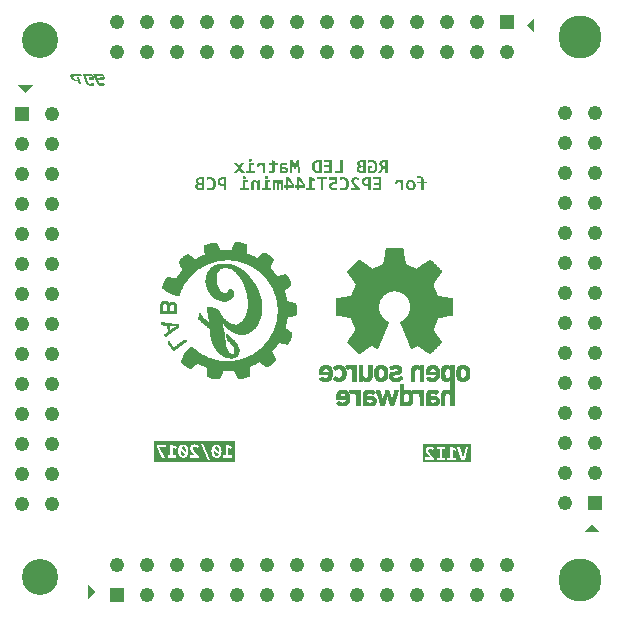
<source format=gbs>
G04 Layer_Color=16711935*
%FSAX24Y24*%
%MOIN*%
G70*
G01*
G75*
%ADD26C,0.1200*%
%ADD27C,0.0491*%
%ADD28R,0.0491X0.0491*%
%ADD29R,0.0491X0.0491*%
%ADD30C,0.1438*%
%ADD31C,0.0010*%
G36*
X034646Y023228D02*
X033044D01*
Y023822D01*
X034646D01*
Y023228D01*
D02*
G37*
G36*
X025966Y032725D02*
X025981Y032724D01*
X025995Y032721D01*
X026007Y032719D01*
X026017Y032716D01*
X026024Y032713D01*
X026027Y032712D01*
X026029Y032711D01*
X026030Y032711D01*
X026031D01*
X026044Y032704D01*
X026056Y032698D01*
X026067Y032690D01*
X026076Y032683D01*
X026083Y032676D01*
X026089Y032671D01*
X026092Y032668D01*
X026094Y032666D01*
X026102Y032655D01*
X026110Y032643D01*
X026117Y032630D01*
X026123Y032620D01*
X026127Y032609D01*
X026130Y032602D01*
X026132Y032599D01*
X026132Y032597D01*
X026133Y032595D01*
Y032595D01*
X026137Y032579D01*
X026140Y032562D01*
X026143Y032546D01*
X026145Y032531D01*
X026145Y032518D01*
Y032512D01*
X026146Y032508D01*
Y032504D01*
Y032501D01*
Y032499D01*
Y032499D01*
X026145Y032480D01*
X026144Y032461D01*
X026142Y032445D01*
X026140Y032432D01*
X026137Y032421D01*
X026137Y032416D01*
X026136Y032413D01*
X026135Y032410D01*
X026134Y032407D01*
X026134Y032406D01*
Y032405D01*
X026129Y032391D01*
X026123Y032378D01*
X026117Y032367D01*
X026111Y032357D01*
X026105Y032350D01*
X026101Y032344D01*
X026098Y032340D01*
X026097Y032339D01*
X026088Y032329D01*
X026078Y032321D01*
X026067Y032314D01*
X026058Y032308D01*
X026049Y032304D01*
X026043Y032301D01*
X026038Y032299D01*
X026037Y032298D01*
X026037D01*
X026023Y032294D01*
X026009Y032291D01*
X025995Y032288D01*
X025983Y032286D01*
X025971Y032286D01*
X025967D01*
X025963Y032285D01*
X025944D01*
X025934Y032286D01*
X025924Y032287D01*
X025916Y032288D01*
X025909Y032289D01*
X025904Y032290D01*
X025901Y032291D01*
X025900D01*
X025879Y032296D01*
X025870Y032298D01*
X025862Y032301D01*
X025855Y032304D01*
X025849Y032305D01*
X025845Y032307D01*
X025844Y032308D01*
Y032383D01*
X025852Y032380D01*
X025860Y032376D01*
X025863Y032375D01*
X025865Y032374D01*
X025867Y032373D01*
X025868D01*
X025877Y032370D01*
X025885Y032367D01*
X025888Y032367D01*
X025891Y032366D01*
X025892Y032365D01*
X025893D01*
X025903Y032363D01*
X025911Y032361D01*
X025914Y032360D01*
X025916D01*
X025918Y032359D01*
X025919D01*
X025927Y032359D01*
X025935Y032358D01*
X025942D01*
X025953Y032359D01*
X025962Y032359D01*
X025971Y032361D01*
X025979Y032363D01*
X025985Y032364D01*
X025990Y032366D01*
X025993Y032367D01*
X025994Y032367D01*
X026002Y032372D01*
X026008Y032376D01*
X026015Y032381D01*
X026020Y032386D01*
X026024Y032390D01*
X026027Y032394D01*
X026029Y032396D01*
X026030Y032396D01*
X026035Y032404D01*
X026039Y032412D01*
X026043Y032419D01*
X026045Y032426D01*
X026048Y032433D01*
X026049Y032438D01*
X026051Y032441D01*
Y032442D01*
X026054Y032464D01*
X026056Y032474D01*
X026056Y032484D01*
Y032493D01*
X026057Y032499D01*
Y032504D01*
Y032504D01*
Y032505D01*
Y032517D01*
X026056Y032528D01*
X026055Y032539D01*
X026054Y032547D01*
X026053Y032555D01*
X026052Y032560D01*
X026051Y032563D01*
Y032565D01*
X026048Y032575D01*
X026045Y032584D01*
X026042Y032592D01*
X026039Y032599D01*
X026035Y032604D01*
X026033Y032609D01*
X026032Y032612D01*
X026031Y032612D01*
X026025Y032620D01*
X026019Y032625D01*
X026013Y032630D01*
X026008Y032635D01*
X026002Y032638D01*
X025999Y032641D01*
X025996Y032642D01*
X025995Y032643D01*
X025986Y032647D01*
X025978Y032649D01*
X025969Y032652D01*
X025961Y032653D01*
X025954Y032654D01*
X025948Y032655D01*
X025943D01*
X025927Y032654D01*
X025919Y032653D01*
X025912Y032652D01*
X025906Y032651D01*
X025902Y032649D01*
X025898Y032649D01*
X025898D01*
X025879Y032644D01*
X025869Y032641D01*
X025861Y032638D01*
X025854Y032635D01*
X025849Y032633D01*
X025845Y032631D01*
X025844Y032630D01*
Y032711D01*
X025854Y032714D01*
X025863Y032716D01*
X025865Y032716D01*
X025868Y032717D01*
X025870Y032718D01*
X025871D01*
X025880Y032720D01*
X025888Y032722D01*
X025892D01*
X025894Y032722D01*
X025896D01*
X025906Y032724D01*
X025914Y032725D01*
X025916Y032725D01*
X025922D01*
X025931Y032726D01*
X025949D01*
X025966Y032725D01*
D02*
G37*
G36*
X032952Y032759D02*
X032962Y032759D01*
X032970Y032757D01*
X032978Y032756D01*
X032983Y032754D01*
X032986Y032754D01*
X032988Y032753D01*
X032997Y032750D01*
X033006Y032746D01*
X033013Y032742D01*
X033020Y032738D01*
X033026Y032735D01*
X033029Y032732D01*
X033032Y032730D01*
X033033Y032729D01*
X033040Y032722D01*
X033045Y032716D01*
X033050Y032708D01*
X033055Y032702D01*
X033058Y032696D01*
X033060Y032692D01*
X033061Y032689D01*
X033062Y032687D01*
X033066Y032677D01*
X033068Y032667D01*
X033070Y032657D01*
X033071Y032647D01*
X033072Y032639D01*
X033072Y032633D01*
Y032628D01*
Y032628D01*
Y032627D01*
Y032577D01*
X033169D01*
Y032514D01*
X033072D01*
Y032291D01*
X032991D01*
Y032514D01*
X032861D01*
Y032577D01*
X032991D01*
Y032630D01*
X032991Y032642D01*
X032990Y032647D01*
X032989Y032652D01*
X032989Y032655D01*
X032988Y032658D01*
X032987Y032660D01*
Y032660D01*
X032983Y032669D01*
X032978Y032676D01*
X032975Y032680D01*
X032973Y032682D01*
X032966Y032687D01*
X032959Y032690D01*
X032956Y032692D01*
X032954Y032692D01*
X032953Y032693D01*
X032952D01*
X032943Y032696D01*
X032935Y032697D01*
X032931Y032698D01*
X032926D01*
X032911Y032697D01*
X032904Y032696D01*
X032898D01*
X032893Y032695D01*
X032889Y032695D01*
X032886Y032694D01*
X032886D01*
X032878Y032692D01*
X032872Y032692D01*
X032865Y032690D01*
X032860Y032690D01*
X032857Y032688D01*
X032854Y032687D01*
X032851Y032687D01*
X032851D01*
Y032751D01*
X032863Y032754D01*
X032870Y032755D01*
X032875Y032756D01*
X032880Y032757D01*
X032884D01*
X032886Y032758D01*
X032887D01*
X032902Y032759D01*
X032909Y032760D01*
X032916Y032761D01*
X032940D01*
X032952Y032759D01*
D02*
G37*
G36*
X031657Y032291D02*
X031399D01*
Y032359D01*
X031574D01*
Y032478D01*
X031407D01*
Y032544D01*
X031574D01*
Y032651D01*
X031399D01*
Y032719D01*
X031657D01*
Y032291D01*
D02*
G37*
G36*
X032232Y032630D02*
X032238Y032630D01*
X032242Y032629D01*
X032246Y032628D01*
X032249Y032628D01*
X032251Y032627D01*
X032252D01*
X032263Y032623D01*
X032272Y032620D01*
X032276Y032618D01*
X032278Y032617D01*
X032280Y032616D01*
X032281Y032615D01*
X032289Y032609D01*
X032297Y032603D01*
X032300Y032601D01*
X032302Y032599D01*
X032303Y032598D01*
X032303Y032598D01*
X032311Y032590D01*
X032316Y032582D01*
X032319Y032579D01*
X032320Y032577D01*
X032321Y032576D01*
X032321Y032575D01*
X032325Y032624D01*
X032397D01*
Y032291D01*
X032315D01*
Y032501D01*
X032307Y032513D01*
X032300Y032523D01*
X032292Y032531D01*
X032286Y032537D01*
X032281Y032542D01*
X032277Y032546D01*
X032275Y032548D01*
X032274Y032549D01*
X032267Y032554D01*
X032260Y032558D01*
X032254Y032560D01*
X032249Y032562D01*
X032244Y032563D01*
X032241Y032564D01*
X032238D01*
X032230Y032563D01*
X032225Y032562D01*
X032221Y032560D01*
X032219Y032560D01*
X032214Y032556D01*
X032210Y032552D01*
X032207Y032549D01*
X032206Y032548D01*
Y032547D01*
X032203Y032540D01*
X032200Y032534D01*
X032199Y032530D01*
Y032528D01*
X032198Y032526D01*
Y032525D01*
X032197Y032515D01*
X032196Y032505D01*
Y032501D01*
Y032497D01*
Y032495D01*
Y032494D01*
X032116D01*
Y032507D01*
X032117Y032517D01*
X032117Y032528D01*
X032119Y032536D01*
X032120Y032544D01*
X032121Y032549D01*
X032122Y032552D01*
Y032553D01*
X032125Y032563D01*
X032128Y032571D01*
X032130Y032579D01*
X032134Y032585D01*
X032137Y032590D01*
X032139Y032593D01*
X032141Y032595D01*
X032141Y032596D01*
X032147Y032602D01*
X032152Y032608D01*
X032157Y032612D01*
X032163Y032616D01*
X032167Y032619D01*
X032171Y032621D01*
X032173Y032622D01*
X032174Y032622D01*
X032181Y032625D01*
X032189Y032628D01*
X032197Y032629D01*
X032203Y032630D01*
X032210D01*
X032214Y032631D01*
X032219D01*
X032232Y032630D01*
D02*
G37*
G36*
X030401Y032725D02*
X030417Y032724D01*
X030430Y032721D01*
X030442Y032719D01*
X030452Y032716D01*
X030460Y032713D01*
X030463Y032712D01*
X030465Y032711D01*
X030465Y032711D01*
X030466D01*
X030479Y032704D01*
X030491Y032698D01*
X030502Y032690D01*
X030511Y032683D01*
X030519Y032676D01*
X030524Y032671D01*
X030527Y032668D01*
X030529Y032666D01*
X030538Y032655D01*
X030546Y032643D01*
X030552Y032630D01*
X030558Y032620D01*
X030562Y032609D01*
X030565Y032602D01*
X030567Y032599D01*
X030567Y032597D01*
X030568Y032595D01*
Y032595D01*
X030573Y032579D01*
X030576Y032562D01*
X030578Y032546D01*
X030580Y032531D01*
X030581Y032518D01*
Y032512D01*
X030581Y032508D01*
Y032504D01*
Y032501D01*
Y032499D01*
Y032499D01*
X030581Y032480D01*
X030579Y032461D01*
X030578Y032445D01*
X030575Y032432D01*
X030573Y032421D01*
X030572Y032416D01*
X030571Y032413D01*
X030570Y032410D01*
X030570Y032407D01*
X030569Y032406D01*
Y032405D01*
X030564Y032391D01*
X030558Y032378D01*
X030552Y032367D01*
X030546Y032357D01*
X030541Y032350D01*
X030536Y032344D01*
X030533Y032340D01*
X030533Y032339D01*
X030523Y032329D01*
X030513Y032321D01*
X030503Y032314D01*
X030493Y032308D01*
X030484Y032304D01*
X030478Y032301D01*
X030473Y032299D01*
X030473Y032298D01*
X030472D01*
X030458Y032294D01*
X030444Y032291D01*
X030430Y032288D01*
X030418Y032286D01*
X030406Y032286D01*
X030402D01*
X030398Y032285D01*
X030379D01*
X030369Y032286D01*
X030360Y032287D01*
X030352Y032288D01*
X030344Y032289D01*
X030339Y032290D01*
X030336Y032291D01*
X030335D01*
X030315Y032296D01*
X030305Y032298D01*
X030297Y032301D01*
X030290Y032304D01*
X030284Y032305D01*
X030280Y032307D01*
X030279Y032308D01*
Y032383D01*
X030287Y032380D01*
X030295Y032376D01*
X030298Y032375D01*
X030301Y032374D01*
X030302Y032373D01*
X030303D01*
X030312Y032370D01*
X030320Y032367D01*
X030323Y032367D01*
X030326Y032366D01*
X030328Y032365D01*
X030328D01*
X030338Y032363D01*
X030346Y032361D01*
X030349Y032360D01*
X030352D01*
X030353Y032359D01*
X030354D01*
X030363Y032359D01*
X030370Y032358D01*
X030377D01*
X030388Y032359D01*
X030398Y032359D01*
X030406Y032361D01*
X030414Y032363D01*
X030420Y032364D01*
X030425Y032366D01*
X030428Y032367D01*
X030429Y032367D01*
X030437Y032372D01*
X030444Y032376D01*
X030450Y032381D01*
X030455Y032386D01*
X030460Y032390D01*
X030463Y032394D01*
X030465Y032396D01*
X030465Y032396D01*
X030471Y032404D01*
X030474Y032412D01*
X030478Y032419D01*
X030481Y032426D01*
X030483Y032433D01*
X030484Y032438D01*
X030486Y032441D01*
Y032442D01*
X030489Y032464D01*
X030491Y032474D01*
X030492Y032484D01*
Y032493D01*
X030492Y032499D01*
Y032504D01*
Y032504D01*
Y032505D01*
Y032517D01*
X030492Y032528D01*
X030490Y032539D01*
X030489Y032547D01*
X030488Y032555D01*
X030487Y032560D01*
X030487Y032563D01*
Y032565D01*
X030484Y032575D01*
X030481Y032584D01*
X030477Y032592D01*
X030474Y032599D01*
X030471Y032604D01*
X030468Y032609D01*
X030467Y032612D01*
X030466Y032612D01*
X030460Y032620D01*
X030454Y032625D01*
X030449Y032630D01*
X030443Y032635D01*
X030438Y032638D01*
X030434Y032641D01*
X030431Y032642D01*
X030430Y032643D01*
X030422Y032647D01*
X030413Y032649D01*
X030404Y032652D01*
X030396Y032653D01*
X030389Y032654D01*
X030383Y032655D01*
X030378D01*
X030362Y032654D01*
X030355Y032653D01*
X030347Y032652D01*
X030341Y032651D01*
X030337Y032649D01*
X030333Y032649D01*
X030333D01*
X030314Y032644D01*
X030304Y032641D01*
X030296Y032638D01*
X030289Y032635D01*
X030284Y032633D01*
X030280Y032631D01*
X030279Y032630D01*
Y032711D01*
X030289Y032714D01*
X030298Y032716D01*
X030301Y032716D01*
X030304Y032717D01*
X030305Y032718D01*
X030306D01*
X030315Y032720D01*
X030323Y032722D01*
X030327D01*
X030329Y032722D01*
X030331D01*
X030341Y032724D01*
X030349Y032725D01*
X030352Y032725D01*
X030357D01*
X030366Y032726D01*
X030385D01*
X030401Y032725D01*
D02*
G37*
G36*
X027100Y032768D02*
X027107Y032766D01*
X027112Y032765D01*
X027113Y032764D01*
X027113D01*
X027120Y032760D01*
X027125Y032757D01*
X027129Y032754D01*
X027130Y032752D01*
X027135Y032746D01*
X027138Y032741D01*
X027140Y032737D01*
X027141Y032736D01*
Y032735D01*
X027143Y032728D01*
X027144Y032722D01*
X027145Y032719D01*
Y032717D01*
Y032716D01*
Y032715D01*
X027144Y032707D01*
X027143Y032700D01*
X027142Y032696D01*
X027141Y032695D01*
Y032695D01*
X027138Y032688D01*
X027135Y032683D01*
X027132Y032679D01*
X027130Y032678D01*
X027124Y032673D01*
X027119Y032670D01*
X027115Y032668D01*
X027114Y032667D01*
X027113D01*
X027106Y032665D01*
X027100Y032664D01*
X027097Y032663D01*
X027092D01*
X027084Y032664D01*
X027078Y032665D01*
X027073Y032666D01*
X027073Y032667D01*
X027072D01*
X027065Y032671D01*
X027060Y032674D01*
X027057Y032677D01*
X027055Y032678D01*
X027050Y032684D01*
X027047Y032689D01*
X027045Y032693D01*
X027044Y032694D01*
Y032695D01*
X027041Y032702D01*
X027041Y032708D01*
X027040Y032711D01*
Y032713D01*
Y032714D01*
Y032715D01*
X027041Y032723D01*
X027042Y032730D01*
X027044Y032734D01*
X027044Y032735D01*
Y032735D01*
X027047Y032742D01*
X027051Y032747D01*
X027054Y032751D01*
X027055Y032752D01*
X027061Y032757D01*
X027066Y032761D01*
X027070Y032763D01*
X027071Y032764D01*
X027072D01*
X027079Y032767D01*
X027086Y032768D01*
X027089Y032768D01*
X027092D01*
X027100Y032768D01*
D02*
G37*
G36*
X027840D02*
X027846Y032766D01*
X027851Y032765D01*
X027852Y032764D01*
X027853D01*
X027859Y032760D01*
X027864Y032757D01*
X027868Y032754D01*
X027869Y032752D01*
X027875Y032746D01*
X027877Y032741D01*
X027880Y032737D01*
X027880Y032736D01*
Y032735D01*
X027883Y032728D01*
X027883Y032722D01*
X027884Y032719D01*
Y032717D01*
Y032716D01*
Y032715D01*
X027883Y032707D01*
X027882Y032700D01*
X027881Y032696D01*
X027880Y032695D01*
Y032695D01*
X027877Y032688D01*
X027874Y032683D01*
X027871Y032679D01*
X027869Y032678D01*
X027864Y032673D01*
X027859Y032670D01*
X027854Y032668D01*
X027853Y032667D01*
X027853D01*
X027845Y032665D01*
X027839Y032664D01*
X027836Y032663D01*
X027832D01*
X027824Y032664D01*
X027817Y032665D01*
X027813Y032666D01*
X027812Y032667D01*
X027811D01*
X027805Y032671D01*
X027799Y032674D01*
X027796Y032677D01*
X027794Y032678D01*
X027789Y032684D01*
X027786Y032689D01*
X027784Y032693D01*
X027783Y032694D01*
Y032695D01*
X027781Y032702D01*
X027780Y032708D01*
X027779Y032711D01*
Y032713D01*
Y032714D01*
Y032715D01*
X027780Y032723D01*
X027781Y032730D01*
X027783Y032734D01*
X027783Y032735D01*
Y032735D01*
X027786Y032742D01*
X027790Y032747D01*
X027793Y032751D01*
X027794Y032752D01*
X027800Y032757D01*
X027805Y032761D01*
X027810Y032763D01*
X027810Y032764D01*
X027811D01*
X027818Y032767D01*
X027825Y032768D01*
X027828Y032768D01*
X027832D01*
X027840Y032768D01*
D02*
G37*
G36*
X030815Y032726D02*
X030828Y032725D01*
X030841Y032722D01*
X030853Y032719D01*
X030862Y032716D01*
X030869Y032713D01*
X030871Y032712D01*
X030874Y032711D01*
X030874Y032711D01*
X030875D01*
X030888Y032705D01*
X030900Y032698D01*
X030910Y032691D01*
X030920Y032684D01*
X030927Y032679D01*
X030933Y032673D01*
X030936Y032671D01*
X030938Y032669D01*
X030896Y032615D01*
X030888Y032622D01*
X030881Y032628D01*
X030874Y032633D01*
X030868Y032636D01*
X030863Y032640D01*
X030858Y032642D01*
X030855Y032644D01*
X030855Y032644D01*
X030847Y032648D01*
X030838Y032651D01*
X030831Y032652D01*
X030823Y032654D01*
X030817Y032655D01*
X030812Y032655D01*
X030808D01*
X030798Y032655D01*
X030789Y032653D01*
X030786Y032652D01*
X030784Y032651D01*
X030783Y032650D01*
X030782D01*
X030774Y032647D01*
X030768Y032642D01*
X030764Y032639D01*
X030763Y032638D01*
Y032638D01*
X030758Y032631D01*
X030754Y032625D01*
X030752Y032621D01*
X030751Y032620D01*
Y032619D01*
X030748Y032611D01*
X030748Y032603D01*
X030747Y032600D01*
Y032598D01*
Y032596D01*
Y032595D01*
X030748Y032585D01*
X030748Y032576D01*
X030749Y032572D01*
X030750Y032569D01*
X030750Y032568D01*
Y032567D01*
X030753Y032556D01*
X030758Y032547D01*
X030760Y032542D01*
X030761Y032539D01*
X030762Y032537D01*
X030763Y032536D01*
X030767Y032531D01*
X030771Y032524D01*
X030775Y032518D01*
X030779Y032512D01*
X030783Y032507D01*
X030786Y032504D01*
X030788Y032501D01*
X030789Y032500D01*
X030796Y032492D01*
X030804Y032484D01*
X030811Y032476D01*
X030818Y032468D01*
X030825Y032461D01*
X030830Y032456D01*
X030834Y032453D01*
X030835Y032451D01*
X030936Y032349D01*
Y032291D01*
X030645D01*
Y032364D01*
X030826D01*
X030764Y032423D01*
X030755Y032432D01*
X030746Y032440D01*
X030739Y032447D01*
X030732Y032455D01*
X030727Y032460D01*
X030724Y032464D01*
X030721Y032467D01*
X030720Y032468D01*
X030713Y032476D01*
X030707Y032483D01*
X030701Y032490D01*
X030696Y032496D01*
X030692Y032502D01*
X030689Y032506D01*
X030688Y032509D01*
X030687Y032509D01*
X030678Y032525D01*
X030675Y032532D01*
X030672Y032539D01*
X030670Y032544D01*
X030669Y032549D01*
X030667Y032552D01*
Y032552D01*
X030663Y032569D01*
X030662Y032578D01*
X030661Y032585D01*
X030660Y032591D01*
Y032596D01*
Y032599D01*
Y032601D01*
X030661Y032612D01*
X030662Y032622D01*
X030663Y032631D01*
X030665Y032639D01*
X030667Y032646D01*
X030669Y032650D01*
X030670Y032654D01*
X030670Y032655D01*
X030675Y032663D01*
X030679Y032671D01*
X030683Y032678D01*
X030689Y032683D01*
X030692Y032688D01*
X030696Y032691D01*
X030698Y032693D01*
X030699Y032694D01*
X030706Y032700D01*
X030713Y032704D01*
X030721Y032708D01*
X030727Y032712D01*
X030734Y032714D01*
X030738Y032716D01*
X030741Y032718D01*
X030742D01*
X030752Y032721D01*
X030762Y032723D01*
X030772Y032725D01*
X030780Y032726D01*
X030788D01*
X030794Y032727D01*
X030799D01*
X030815Y032726D01*
D02*
G37*
G36*
X028250Y032630D02*
X028257Y032629D01*
X028262Y032628D01*
X028262Y032627D01*
X028263D01*
X028270Y032624D01*
X028276Y032621D01*
X028280Y032619D01*
X028281Y032617D01*
X028281D01*
X028287Y032612D01*
X028292Y032606D01*
X028295Y032602D01*
X028297Y032601D01*
Y032600D01*
X028302Y032592D01*
X028306Y032584D01*
X028308Y032580D01*
X028309Y032577D01*
X028311Y032576D01*
Y032575D01*
X028312Y032624D01*
X028371D01*
Y032291D01*
X028302D01*
Y032507D01*
X028297Y032518D01*
X028293Y032528D01*
X028289Y032536D01*
X028286Y032543D01*
X028283Y032548D01*
X028281Y032551D01*
X028280Y032553D01*
X028279Y032554D01*
X028276Y032558D01*
X028271Y032562D01*
X028268Y032564D01*
X028265Y032566D01*
X028261Y032568D01*
X028259D01*
X028255Y032567D01*
X028252Y032566D01*
X028250Y032565D01*
X028249Y032564D01*
X028247Y032561D01*
X028245Y032558D01*
X028244Y032556D01*
X028243Y032555D01*
X028242Y032550D01*
X028241Y032545D01*
X028241Y032541D01*
Y032540D01*
Y032539D01*
X028240Y032532D01*
Y032525D01*
Y032522D01*
Y032520D01*
Y032518D01*
Y032517D01*
Y032291D01*
X028171D01*
Y032507D01*
X028167Y032518D01*
X028163Y032528D01*
X028159Y032536D01*
X028156Y032543D01*
X028153Y032548D01*
X028151Y032551D01*
X028150Y032553D01*
X028149Y032554D01*
X028146Y032558D01*
X028142Y032562D01*
X028138Y032564D01*
X028136Y032566D01*
X028130Y032568D01*
X028129D01*
X028125Y032567D01*
X028122Y032566D01*
X028120Y032565D01*
X028119Y032564D01*
X028117Y032561D01*
X028114Y032558D01*
X028114Y032556D01*
X028113Y032555D01*
X028111Y032550D01*
X028111Y032545D01*
X028110Y032541D01*
Y032540D01*
Y032539D01*
X028109Y032532D01*
Y032525D01*
Y032522D01*
Y032520D01*
Y032518D01*
Y032517D01*
Y032291D01*
X028040D01*
Y032529D01*
X028041Y032547D01*
X028043Y032562D01*
X028046Y032575D01*
X028049Y032586D01*
X028052Y032594D01*
X028055Y032600D01*
X028057Y032603D01*
X028058Y032605D01*
X028065Y032614D01*
X028074Y032620D01*
X028082Y032624D01*
X028091Y032628D01*
X028099Y032629D01*
X028106Y032630D01*
X028110Y032630D01*
X028111D01*
X028120Y032630D01*
X028127Y032629D01*
X028130Y032628D01*
X028132Y032628D01*
X028133Y032627D01*
X028133D01*
X028140Y032624D01*
X028146Y032621D01*
X028150Y032619D01*
X028151Y032617D01*
X028152D01*
X028157Y032612D01*
X028163Y032606D01*
X028166Y032602D01*
X028167Y032601D01*
X028168Y032600D01*
X028173Y032592D01*
X028178Y032584D01*
X028180Y032580D01*
X028181Y032577D01*
X028182Y032576D01*
X028183Y032575D01*
X028184Y032584D01*
X028187Y032592D01*
X028189Y032599D01*
X028192Y032605D01*
X028195Y032609D01*
X028198Y032612D01*
X028199Y032614D01*
X028200Y032615D01*
X028206Y032620D01*
X028212Y032624D01*
X028219Y032627D01*
X028226Y032628D01*
X028233Y032630D01*
X028238Y032630D01*
X028242D01*
X028250Y032630D01*
D02*
G37*
G36*
X029462Y032651D02*
X029436Y032585D01*
X029341Y032637D01*
Y032362D01*
X029450D01*
Y032291D01*
X029164D01*
Y032362D01*
X029258D01*
Y032722D01*
X029326D01*
X029462Y032651D01*
D02*
G37*
G36*
X026498Y032291D02*
X026417D01*
Y032429D01*
X026376D01*
X026360Y032429D01*
X026346Y032430D01*
X026333Y032432D01*
X026322Y032434D01*
X026312Y032436D01*
X026306Y032438D01*
X026301Y032439D01*
X026300Y032439D01*
X026288Y032445D01*
X026277Y032450D01*
X026268Y032455D01*
X026261Y032460D01*
X026254Y032464D01*
X026249Y032468D01*
X026246Y032471D01*
X026245Y032472D01*
X026237Y032480D01*
X026231Y032488D01*
X026226Y032496D01*
X026220Y032504D01*
X026217Y032510D01*
X026215Y032516D01*
X026213Y032519D01*
X026212Y032520D01*
X026209Y032531D01*
X026206Y032542D01*
X026204Y032552D01*
X026202Y032562D01*
X026202Y032570D01*
X026201Y032577D01*
Y032581D01*
Y032582D01*
X026202Y032594D01*
X026202Y032606D01*
X026204Y032615D01*
X026207Y032624D01*
X026209Y032631D01*
X026210Y032636D01*
X026212Y032639D01*
X026212Y032641D01*
X026218Y032650D01*
X026223Y032658D01*
X026228Y032665D01*
X026234Y032672D01*
X026239Y032677D01*
X026242Y032681D01*
X026245Y032683D01*
X026246Y032684D01*
X026254Y032690D01*
X026263Y032695D01*
X026272Y032700D01*
X026280Y032703D01*
X026288Y032706D01*
X026294Y032708D01*
X026298Y032709D01*
X026298Y032710D01*
X026299D01*
X026312Y032713D01*
X026324Y032716D01*
X026336Y032717D01*
X026348Y032718D01*
X026358Y032719D01*
X026366Y032719D01*
X026498D01*
Y032291D01*
D02*
G37*
G36*
X027223Y032561D02*
X027129D01*
Y032353D01*
X027234D01*
Y032291D01*
X026950D01*
Y032353D01*
X027046D01*
Y032624D01*
X027223D01*
Y032561D01*
D02*
G37*
G36*
X025761Y032291D02*
X025631D01*
X025615Y032291D01*
X025602Y032292D01*
X025588Y032294D01*
X025576Y032296D01*
X025564Y032298D01*
X025554Y032301D01*
X025545Y032304D01*
X025536Y032308D01*
X025529Y032310D01*
X025522Y032313D01*
X025516Y032316D01*
X025512Y032318D01*
X025508Y032321D01*
X025506Y032322D01*
X025505Y032324D01*
X025504D01*
X025496Y032330D01*
X025489Y032337D01*
X025483Y032345D01*
X025478Y032353D01*
X025474Y032361D01*
X025470Y032369D01*
X025465Y032385D01*
X025462Y032399D01*
X025461Y032406D01*
X025460Y032411D01*
X025459Y032415D01*
Y032419D01*
Y032421D01*
Y032422D01*
X025460Y032437D01*
X025462Y032442D01*
X025462Y032448D01*
X025464Y032453D01*
X025465Y032456D01*
X025466Y032458D01*
Y032459D01*
X025472Y032471D01*
X025475Y032476D01*
X025477Y032480D01*
X025480Y032483D01*
X025481Y032486D01*
X025483Y032488D01*
X025483Y032488D01*
X025492Y032496D01*
X025500Y032503D01*
X025504Y032505D01*
X025507Y032507D01*
X025508Y032508D01*
X025509D01*
X025520Y032513D01*
X025529Y032517D01*
X025534Y032517D01*
X025537Y032518D01*
X025539Y032519D01*
X025540D01*
X025529Y032523D01*
X025524Y032525D01*
X025520Y032528D01*
X025516Y032531D01*
X025514Y032532D01*
X025513Y032533D01*
X025512Y032534D01*
X025504Y032542D01*
X025497Y032549D01*
X025495Y032552D01*
X025494Y032555D01*
X025492Y032556D01*
Y032557D01*
X025487Y032567D01*
X025483Y032576D01*
X025482Y032579D01*
X025481Y032582D01*
X025481Y032584D01*
Y032585D01*
X025478Y032596D01*
X025477Y032606D01*
X025476Y032610D01*
Y032613D01*
Y032615D01*
Y032616D01*
X025477Y032625D01*
X025478Y032634D01*
X025482Y032650D01*
X025488Y032663D01*
X025494Y032674D01*
X025502Y032682D01*
X025508Y032688D01*
X025512Y032692D01*
X025513Y032693D01*
X025513D01*
X025521Y032698D01*
X025529Y032702D01*
X025545Y032708D01*
X025564Y032713D01*
X025582Y032716D01*
X025590Y032717D01*
X025598Y032718D01*
X025604Y032719D01*
X025611D01*
X025615Y032719D01*
X025761D01*
Y032291D01*
D02*
G37*
G36*
X032652Y032630D02*
X032666Y032629D01*
X032677Y032627D01*
X032687Y032625D01*
X032696Y032622D01*
X032703Y032620D01*
X032706Y032619D01*
X032708Y032618D01*
X032719Y032613D01*
X032728Y032607D01*
X032737Y032601D01*
X032744Y032595D01*
X032751Y032590D01*
X032755Y032586D01*
X032758Y032583D01*
X032759Y032582D01*
X032766Y032574D01*
X032773Y032564D01*
X032779Y032555D01*
X032783Y032546D01*
X032787Y032539D01*
X032789Y032533D01*
X032791Y032528D01*
X032792Y032528D01*
Y032527D01*
X032795Y032515D01*
X032798Y032502D01*
X032800Y032490D01*
X032801Y032480D01*
X032802Y032469D01*
X032803Y032462D01*
Y032459D01*
Y032457D01*
Y032456D01*
Y032456D01*
X032802Y032440D01*
X032801Y032426D01*
X032800Y032413D01*
X032798Y032402D01*
X032795Y032392D01*
X032794Y032386D01*
X032793Y032381D01*
X032792Y032380D01*
Y032380D01*
X032788Y032368D01*
X032783Y032358D01*
X032778Y032348D01*
X032773Y032341D01*
X032768Y032334D01*
X032765Y032329D01*
X032762Y032326D01*
X032761Y032326D01*
X032753Y032318D01*
X032745Y032312D01*
X032736Y032306D01*
X032728Y032302D01*
X032722Y032298D01*
X032717Y032296D01*
X032713Y032294D01*
X032711Y032294D01*
X032701Y032290D01*
X032689Y032288D01*
X032678Y032286D01*
X032667Y032285D01*
X032658Y032284D01*
X032652Y032283D01*
X032645D01*
X032631Y032284D01*
X032617Y032286D01*
X032606Y032287D01*
X032596Y032290D01*
X032588Y032292D01*
X032581Y032294D01*
X032577Y032295D01*
X032576Y032296D01*
X032565Y032301D01*
X032555Y032307D01*
X032546Y032313D01*
X032539Y032318D01*
X032532Y032324D01*
X032528Y032328D01*
X032525Y032331D01*
X032524Y032332D01*
X032517Y032341D01*
X032510Y032351D01*
X032504Y032359D01*
X032500Y032369D01*
X032496Y032376D01*
X032494Y032383D01*
X032493Y032386D01*
X032492Y032388D01*
X032488Y032400D01*
X032485Y032413D01*
X032483Y032425D01*
X032482Y032436D01*
X032481Y032446D01*
X032480Y032453D01*
Y032456D01*
Y032458D01*
Y032459D01*
Y032460D01*
X032481Y032475D01*
X032482Y032489D01*
X032484Y032501D01*
X032485Y032512D01*
X032488Y032521D01*
X032490Y032528D01*
X032491Y032532D01*
X032491Y032534D01*
X032496Y032545D01*
X032501Y032555D01*
X032506Y032564D01*
X032511Y032572D01*
X032515Y032579D01*
X032519Y032583D01*
X032522Y032586D01*
X032523Y032587D01*
X032531Y032595D01*
X032539Y032601D01*
X032547Y032606D01*
X032555Y032612D01*
X032562Y032615D01*
X032567Y032617D01*
X032571Y032619D01*
X032572Y032620D01*
X032583Y032623D01*
X032595Y032626D01*
X032606Y032628D01*
X032616Y032630D01*
X032625Y032630D01*
X032632Y032631D01*
X032639D01*
X032652Y032630D01*
D02*
G37*
G36*
X030180Y032491D02*
X030096D01*
X030077Y032490D01*
X030062Y032488D01*
X030048Y032485D01*
X030038Y032482D01*
X030029Y032480D01*
X030023Y032477D01*
X030020Y032474D01*
X030019Y032474D01*
X030011Y032466D01*
X030005Y032458D01*
X030000Y032450D01*
X029997Y032442D01*
X029996Y032434D01*
X029994Y032429D01*
Y032424D01*
Y032423D01*
Y032423D01*
X029996Y032411D01*
X029999Y032400D01*
X030003Y032391D01*
X030008Y032384D01*
X030013Y032378D01*
X030016Y032374D01*
X030019Y032371D01*
X030021Y032370D01*
X030031Y032364D01*
X030043Y032360D01*
X030056Y032356D01*
X030068Y032354D01*
X030079Y032353D01*
X030083D01*
X030088Y032352D01*
X030096D01*
X030114Y032353D01*
X030122D01*
X030130Y032353D01*
X030136D01*
X030141Y032354D01*
X030145D01*
X030154Y032356D01*
X030162Y032356D01*
X030169Y032358D01*
X030175Y032359D01*
X030180Y032361D01*
X030185Y032361D01*
X030187Y032362D01*
X030188D01*
Y032292D01*
X030180Y032291D01*
X030174Y032290D01*
X030171D01*
X030169Y032289D01*
X030167D01*
X030159Y032289D01*
X030152Y032288D01*
X030149Y032287D01*
X030145D01*
X030136Y032286D01*
X030129Y032286D01*
X030126Y032285D01*
X030121D01*
X030113Y032284D01*
X030099D01*
X030084Y032285D01*
X030070Y032286D01*
X030057Y032287D01*
X030046Y032289D01*
X030037Y032291D01*
X030029Y032292D01*
X030027Y032293D01*
X030025D01*
X030024Y032294D01*
X030024D01*
X030011Y032297D01*
X030000Y032302D01*
X029989Y032307D01*
X029980Y032311D01*
X029973Y032315D01*
X029968Y032318D01*
X029965Y032321D01*
X029963Y032321D01*
X029954Y032329D01*
X029946Y032336D01*
X029939Y032343D01*
X029933Y032351D01*
X029929Y032356D01*
X029926Y032361D01*
X029924Y032364D01*
X029923Y032366D01*
X029918Y032376D01*
X029914Y032387D01*
X029912Y032397D01*
X029910Y032407D01*
X029909Y032415D01*
X029908Y032422D01*
Y032426D01*
Y032427D01*
Y032428D01*
X029909Y032442D01*
X029911Y032453D01*
X029913Y032464D01*
X029915Y032474D01*
X029918Y032481D01*
X029920Y032486D01*
X029922Y032489D01*
X029922Y032490D01*
X029928Y032499D01*
X029934Y032507D01*
X029940Y032514D01*
X029946Y032520D01*
X029951Y032524D01*
X029955Y032527D01*
X029958Y032529D01*
X029959Y032530D01*
X029968Y032535D01*
X029976Y032539D01*
X029985Y032543D01*
X029994Y032546D01*
X030000Y032547D01*
X030006Y032549D01*
X030010Y032550D01*
X030011D01*
X030034Y032554D01*
X030044Y032555D01*
X030054Y032556D01*
X030062Y032557D01*
X030105D01*
Y032644D01*
X029932D01*
Y032719D01*
X030180D01*
Y032491D01*
D02*
G37*
G36*
X027442Y032630D02*
X027447Y032630D01*
X027452Y032629D01*
X027456Y032628D01*
X027459Y032628D01*
X027461Y032627D01*
X027462D01*
X027472Y032623D01*
X027481Y032620D01*
X027485Y032618D01*
X027487Y032617D01*
X027489Y032616D01*
X027490Y032615D01*
X027499Y032609D01*
X027506Y032603D01*
X027509Y032601D01*
X027512Y032599D01*
X027513Y032598D01*
X027514Y032598D01*
X027522Y032590D01*
X027528Y032582D01*
X027531Y032579D01*
X027533Y032577D01*
X027534Y032575D01*
X027535Y032574D01*
X027536Y032624D01*
X027606D01*
Y032291D01*
X027525D01*
Y032501D01*
X027518Y032512D01*
X027511Y032520D01*
X027504Y032528D01*
X027498Y032534D01*
X027493Y032539D01*
X027490Y032543D01*
X027487Y032545D01*
X027487Y032546D01*
X027479Y032552D01*
X027473Y032555D01*
X027466Y032558D01*
X027460Y032560D01*
X027455Y032562D01*
X027451Y032563D01*
X027447D01*
X027440Y032562D01*
X027434Y032560D01*
X027428Y032558D01*
X027424Y032554D01*
X027417Y032545D01*
X027412Y032535D01*
X027409Y032525D01*
X027407Y032516D01*
X027407Y032512D01*
Y032509D01*
Y032508D01*
Y032507D01*
Y032291D01*
X027326D01*
Y032514D01*
Y032523D01*
X027327Y032533D01*
X027329Y032541D01*
X027329Y032548D01*
X027331Y032554D01*
X027332Y032558D01*
X027333Y032561D01*
Y032562D01*
X027336Y032570D01*
X027339Y032577D01*
X027342Y032583D01*
X027345Y032589D01*
X027348Y032593D01*
X027350Y032596D01*
X027352Y032598D01*
X027353Y032599D01*
X027363Y032609D01*
X027373Y032617D01*
X027377Y032619D01*
X027381Y032621D01*
X027383Y032622D01*
X027384D01*
X027391Y032625D01*
X027399Y032628D01*
X027407Y032629D01*
X027414Y032630D01*
X027420D01*
X027425Y032631D01*
X027429D01*
X027442Y032630D01*
D02*
G37*
G36*
X029843Y032652D02*
X029725D01*
Y032291D01*
X029643D01*
Y032652D01*
X029526D01*
Y032719D01*
X029843D01*
Y032652D01*
D02*
G37*
G36*
X031303Y032291D02*
X031221D01*
Y032429D01*
X031181D01*
X031165Y032429D01*
X031151Y032430D01*
X031138Y032432D01*
X031127Y032434D01*
X031117Y032436D01*
X031111Y032438D01*
X031106Y032439D01*
X031105Y032439D01*
X031093Y032445D01*
X031082Y032450D01*
X031073Y032455D01*
X031065Y032460D01*
X031059Y032464D01*
X031054Y032468D01*
X031051Y032471D01*
X031050Y032472D01*
X031042Y032480D01*
X031036Y032488D01*
X031030Y032496D01*
X031025Y032504D01*
X031022Y032510D01*
X031019Y032516D01*
X031018Y032519D01*
X031017Y032520D01*
X031014Y032531D01*
X031011Y032542D01*
X031009Y032552D01*
X031007Y032562D01*
X031006Y032570D01*
X031006Y032577D01*
Y032581D01*
Y032582D01*
X031006Y032594D01*
X031007Y032606D01*
X031009Y032615D01*
X031011Y032624D01*
X031014Y032631D01*
X031015Y032636D01*
X031017Y032639D01*
X031017Y032641D01*
X031022Y032650D01*
X031027Y032658D01*
X031033Y032665D01*
X031038Y032672D01*
X031044Y032677D01*
X031047Y032681D01*
X031050Y032683D01*
X031051Y032684D01*
X031059Y032690D01*
X031068Y032695D01*
X031077Y032700D01*
X031085Y032703D01*
X031093Y032706D01*
X031099Y032708D01*
X031103Y032709D01*
X031103Y032710D01*
X031104D01*
X031116Y032713D01*
X031129Y032716D01*
X031141Y032717D01*
X031153Y032718D01*
X031163Y032719D01*
X031170Y032719D01*
X031303D01*
Y032291D01*
D02*
G37*
G36*
X029117Y032447D02*
Y032378D01*
X028918D01*
Y032291D01*
X028839D01*
Y032378D01*
X028774D01*
Y032449D01*
X028839D01*
Y032719D01*
X028950D01*
X029117Y032447D01*
D02*
G37*
G36*
X027962Y032561D02*
X027868D01*
Y032353D01*
X027974D01*
Y032291D01*
X027689D01*
Y032353D01*
X027786D01*
Y032624D01*
X027962D01*
Y032561D01*
D02*
G37*
G36*
X028747Y032447D02*
Y032378D01*
X028548D01*
Y032291D01*
X028469D01*
Y032378D01*
X028405D01*
Y032449D01*
X028469D01*
Y032719D01*
X028580D01*
X028747Y032447D01*
D02*
G37*
G36*
X026978Y033029D02*
X027103Y032861D01*
X027006D01*
X026929Y032974D01*
X026853Y032861D01*
X026753D01*
X026875Y033030D01*
X026760Y033194D01*
X026850D01*
X026923Y033084D01*
X026998Y033194D01*
X027095D01*
X026978Y033029D01*
D02*
G37*
G36*
X028947Y032861D02*
X028878D01*
X028871Y033105D01*
X028869Y033200D01*
X028851Y033135D01*
X028808Y032989D01*
X028757D01*
X028709Y033135D01*
X028689Y033200D01*
X028686Y033103D01*
X028678Y032861D01*
X028606D01*
X028628Y033290D01*
X028721D01*
X028760Y033164D01*
X028779Y033099D01*
X028797Y033167D01*
X028835Y033290D01*
X028926D01*
X028947Y032861D01*
D02*
G37*
G36*
X021935Y036167D02*
X021947Y036166D01*
X021958Y036165D01*
X021969Y036163D01*
X021979Y036160D01*
X021988Y036158D01*
X021996Y036154D01*
X022004Y036151D01*
X022011Y036149D01*
X022017Y036145D01*
X022022Y036143D01*
X022026Y036140D01*
X022030Y036138D01*
X022032Y036137D01*
X022034Y036136D01*
X022035Y036135D01*
X022044Y036128D01*
X022051Y036121D01*
X022058Y036113D01*
X022064Y036104D01*
X022069Y036096D01*
X022073Y036088D01*
X022076Y036080D01*
X022079Y036072D01*
X022081Y036064D01*
X022082Y036058D01*
X022084Y036052D01*
X022085Y036046D01*
Y036042D01*
X022085Y036038D01*
Y036036D01*
Y036035D01*
X022085Y036028D01*
X022084Y036020D01*
X022082Y036013D01*
X022080Y036007D01*
X022075Y035995D01*
X022068Y035986D01*
X022062Y035978D01*
X022056Y035973D01*
X022055Y035971D01*
X022053Y035969D01*
X022052Y035969D01*
X022051Y035968D01*
X022039Y035961D01*
X022026Y035956D01*
X022013Y035952D01*
X022000Y035949D01*
X021990Y035948D01*
X021985Y035947D01*
X021981D01*
X021978Y035947D01*
X021973D01*
X021963Y035947D01*
X021953Y035949D01*
X021944Y035951D01*
X021936Y035954D01*
X021931Y035956D01*
X021926Y035958D01*
X021924Y035960D01*
X021923Y035961D01*
X021918Y035964D01*
X021915Y035967D01*
X021909Y035974D01*
X021904Y035982D01*
X021901Y035989D01*
X021900Y035995D01*
X021899Y036000D01*
X021899Y036004D01*
Y036005D01*
Y036005D01*
X021900Y036015D01*
X021902Y036023D01*
X021905Y036030D01*
X021909Y036037D01*
X021913Y036042D01*
X021915Y036045D01*
X021918Y036048D01*
X021919Y036048D01*
X021926Y036053D01*
X021933Y036057D01*
X021940Y036060D01*
X021948Y036062D01*
X021954Y036063D01*
X021958Y036064D01*
X021963D01*
X021971Y036063D01*
X021979Y036062D01*
X021986Y036059D01*
X021992Y036057D01*
X021997Y036055D01*
X022000Y036053D01*
X022003Y036051D01*
X022004Y036050D01*
X022010Y036045D01*
X022015Y036039D01*
X022019Y036033D01*
X022022Y036028D01*
X022025Y036023D01*
X022026Y036019D01*
X022027Y036016D01*
Y036015D01*
X022032Y036017D01*
X022035Y036020D01*
X022038Y036024D01*
X022040Y036028D01*
X022041Y036032D01*
X022041Y036035D01*
Y036037D01*
Y036038D01*
X022041Y036044D01*
X022040Y036049D01*
X022037Y036059D01*
X022033Y036067D01*
X022028Y036074D01*
X022023Y036080D01*
X022019Y036085D01*
X022016Y036087D01*
X022015Y036088D01*
X022015D01*
X022005Y036094D01*
X021995Y036099D01*
X021986Y036102D01*
X021977Y036104D01*
X021969Y036105D01*
X021964Y036106D01*
X021819D01*
X021891Y035900D01*
X021896Y035887D01*
X021900Y035875D01*
X021905Y035866D01*
X021908Y035858D01*
X021911Y035852D01*
X021913Y035847D01*
X021914Y035845D01*
X021915Y035844D01*
X021921Y035833D01*
X021929Y035825D01*
X021935Y035817D01*
X021942Y035812D01*
X021948Y035808D01*
X021952Y035806D01*
X021955Y035804D01*
X021956Y035803D01*
X021955Y035807D01*
X021955Y035810D01*
Y035812D01*
Y035813D01*
X021955Y035822D01*
X021958Y035830D01*
X021961Y035836D01*
X021964Y035842D01*
X021968Y035847D01*
X021971Y035851D01*
X021973Y035853D01*
X021974Y035853D01*
X021981Y035859D01*
X021989Y035863D01*
X021996Y035866D01*
X022004Y035868D01*
X022010Y035870D01*
X022015Y035871D01*
X022020D01*
X022029Y035870D01*
X022038Y035868D01*
X022046Y035865D01*
X022052Y035862D01*
X022058Y035859D01*
X022062Y035856D01*
X022064Y035854D01*
X022065Y035853D01*
X022071Y035847D01*
X022076Y035840D01*
X022079Y035833D01*
X022081Y035827D01*
X022082Y035821D01*
X022083Y035817D01*
X022084Y035814D01*
Y035813D01*
Y035813D01*
X022082Y035803D01*
X022080Y035795D01*
X022076Y035787D01*
X022072Y035781D01*
X022067Y035776D01*
X022064Y035772D01*
X022061Y035770D01*
X022060Y035769D01*
X022051Y035763D01*
X022041Y035760D01*
X022031Y035756D01*
X022022Y035755D01*
X022014Y035754D01*
X022010Y035753D01*
X022007D01*
X022004Y035752D01*
X022001D01*
X021990Y035753D01*
X021979Y035754D01*
X021969Y035756D01*
X021959Y035759D01*
X021940Y035765D01*
X021931Y035769D01*
X021923Y035773D01*
X021915Y035776D01*
X021909Y035780D01*
X021903Y035783D01*
X021898Y035787D01*
X021894Y035789D01*
X021890Y035791D01*
X021889Y035792D01*
X021888Y035793D01*
X021877Y035802D01*
X021866Y035812D01*
X021855Y035823D01*
X021847Y035834D01*
X021838Y035846D01*
X021830Y035857D01*
X021823Y035868D01*
X021817Y035878D01*
X021811Y035889D01*
X021807Y035898D01*
X021802Y035907D01*
X021799Y035914D01*
X021797Y035920D01*
X021795Y035924D01*
X021794Y035927D01*
X021793Y035928D01*
X021709Y036168D01*
X021923D01*
X021935Y036167D01*
D02*
G37*
G36*
X022291D02*
X022303Y036166D01*
X022314Y036165D01*
X022324Y036163D01*
X022334Y036160D01*
X022343Y036158D01*
X022352Y036154D01*
X022359Y036151D01*
X022367Y036149D01*
X022373Y036145D01*
X022378Y036143D01*
X022382Y036140D01*
X022386Y036138D01*
X022388Y036137D01*
X022390Y036136D01*
X022390Y036135D01*
X022399Y036128D01*
X022407Y036121D01*
X022414Y036113D01*
X022420Y036104D01*
X022424Y036096D01*
X022429Y036088D01*
X022432Y036080D01*
X022435Y036072D01*
X022437Y036064D01*
X022438Y036058D01*
X022439Y036052D01*
X022440Y036046D01*
Y036042D01*
X022441Y036038D01*
Y036036D01*
Y036035D01*
X022440Y036028D01*
X022439Y036020D01*
X022438Y036013D01*
X022435Y036007D01*
X022430Y035995D01*
X022424Y035986D01*
X022418Y035978D01*
X022412Y035973D01*
X022410Y035971D01*
X022409Y035969D01*
X022408Y035969D01*
X022407Y035968D01*
X022395Y035961D01*
X022382Y035956D01*
X022369Y035952D01*
X022356Y035949D01*
X022345Y035948D01*
X022340Y035947D01*
X022337D01*
X022333Y035947D01*
X022329D01*
X022318Y035947D01*
X022308Y035949D01*
X022299Y035951D01*
X022292Y035954D01*
X022287Y035956D01*
X022282Y035958D01*
X022279Y035960D01*
X022278Y035961D01*
X022274Y035964D01*
X022271Y035967D01*
X022264Y035974D01*
X022260Y035982D01*
X022257Y035989D01*
X022256Y035995D01*
X022255Y036000D01*
X022254Y036004D01*
Y036005D01*
Y036005D01*
X022256Y036015D01*
X022258Y036023D01*
X022261Y036030D01*
X022264Y036037D01*
X022268Y036042D01*
X022271Y036045D01*
X022273Y036048D01*
X022274Y036048D01*
X022282Y036053D01*
X022289Y036057D01*
X022296Y036060D01*
X022303Y036062D01*
X022309Y036063D01*
X022314Y036064D01*
X022318D01*
X022327Y036063D01*
X022334Y036062D01*
X022342Y036059D01*
X022348Y036057D01*
X022353Y036055D01*
X022356Y036053D01*
X022359Y036051D01*
X022359Y036050D01*
X022366Y036045D01*
X022371Y036039D01*
X022375Y036033D01*
X022378Y036028D01*
X022380Y036023D01*
X022382Y036019D01*
X022383Y036016D01*
Y036015D01*
X022388Y036017D01*
X022391Y036020D01*
X022394Y036024D01*
X022395Y036028D01*
X022397Y036032D01*
X022397Y036035D01*
Y036037D01*
Y036038D01*
X022397Y036044D01*
X022396Y036049D01*
X022393Y036059D01*
X022389Y036067D01*
X022384Y036074D01*
X022379Y036080D01*
X022374Y036085D01*
X022372Y036087D01*
X022371Y036088D01*
X022370D01*
X022361Y036094D01*
X022351Y036099D01*
X022342Y036102D01*
X022333Y036104D01*
X022325Y036105D01*
X022319Y036106D01*
X022175D01*
X022247Y035900D01*
X022252Y035887D01*
X022256Y035875D01*
X022261Y035866D01*
X022264Y035858D01*
X022267Y035852D01*
X022269Y035847D01*
X022270Y035845D01*
X022271Y035844D01*
X022277Y035833D01*
X022284Y035825D01*
X022291Y035817D01*
X022298Y035812D01*
X022303Y035808D01*
X022308Y035806D01*
X022311Y035804D01*
X022312Y035803D01*
X022311Y035807D01*
X022311Y035810D01*
Y035812D01*
Y035813D01*
X022311Y035822D01*
X022313Y035830D01*
X022317Y035836D01*
X022320Y035842D01*
X022323Y035847D01*
X022327Y035851D01*
X022329Y035853D01*
X022329Y035853D01*
X022337Y035859D01*
X022344Y035863D01*
X022352Y035866D01*
X022359Y035868D01*
X022366Y035870D01*
X022371Y035871D01*
X022375D01*
X022385Y035870D01*
X022394Y035868D01*
X022402Y035865D01*
X022408Y035862D01*
X022414Y035859D01*
X022418Y035856D01*
X022420Y035854D01*
X022421Y035853D01*
X022427Y035847D01*
X022432Y035840D01*
X022435Y035833D01*
X022437Y035827D01*
X022438Y035821D01*
X022439Y035817D01*
X022439Y035814D01*
Y035813D01*
Y035813D01*
X022438Y035803D01*
X022435Y035795D01*
X022432Y035787D01*
X022428Y035781D01*
X022423Y035776D01*
X022420Y035772D01*
X022417Y035770D01*
X022416Y035769D01*
X022407Y035763D01*
X022397Y035760D01*
X022387Y035756D01*
X022378Y035755D01*
X022369Y035754D01*
X022365Y035753D01*
X022363D01*
X022360Y035752D01*
X022357D01*
X022345Y035753D01*
X022335Y035754D01*
X022324Y035756D01*
X022314Y035759D01*
X022296Y035765D01*
X022287Y035769D01*
X022278Y035773D01*
X022271Y035776D01*
X022264Y035780D01*
X022258Y035783D01*
X022253Y035787D01*
X022249Y035789D01*
X022246Y035791D01*
X022244Y035792D01*
X022244Y035793D01*
X022232Y035802D01*
X022222Y035812D01*
X022211Y035823D01*
X022202Y035834D01*
X022193Y035846D01*
X022186Y035857D01*
X022179Y035868D01*
X022172Y035878D01*
X022167Y035889D01*
X022162Y035898D01*
X022158Y035907D01*
X022155Y035914D01*
X022152Y035920D01*
X022151Y035924D01*
X022150Y035927D01*
X022149Y035928D01*
X022065Y036168D01*
X022279D01*
X022291Y036167D01*
D02*
G37*
G36*
X028113Y033279D02*
Y033194D01*
X028202D01*
Y033132D01*
X028113D01*
Y032969D01*
Y032958D01*
X028111Y032949D01*
X028111Y032940D01*
X028109Y032932D01*
X028108Y032926D01*
X028107Y032921D01*
X028106Y032918D01*
Y032917D01*
X028103Y032909D01*
X028099Y032903D01*
X028095Y032896D01*
X028092Y032891D01*
X028088Y032887D01*
X028085Y032884D01*
X028084Y032882D01*
X028083Y032881D01*
X028077Y032876D01*
X028071Y032872D01*
X028058Y032866D01*
X028052Y032863D01*
X028047Y032862D01*
X028044Y032861D01*
X028044D01*
X028034Y032858D01*
X028025Y032857D01*
X028015Y032855D01*
X028007Y032855D01*
X027998D01*
X027993Y032854D01*
X027987D01*
X027972Y032855D01*
X027965Y032855D01*
X027958Y032856D01*
X027953D01*
X027949Y032857D01*
X027946Y032858D01*
X027945D01*
X027929Y032860D01*
X027922Y032861D01*
X027915Y032863D01*
X027910Y032863D01*
X027905Y032864D01*
X027902Y032865D01*
X027902D01*
Y032929D01*
X027914Y032926D01*
X027920Y032925D01*
X027925Y032923D01*
X027930Y032923D01*
X027934Y032922D01*
X027936Y032921D01*
X027937D01*
X027950Y032920D01*
X027956Y032919D01*
X027962D01*
X027967Y032918D01*
X027974D01*
X027985Y032919D01*
X027994Y032920D01*
X028001Y032923D01*
X028008Y032925D01*
X028012Y032928D01*
X028015Y032930D01*
X028017Y032931D01*
X028018Y032932D01*
X028023Y032938D01*
X028025Y032945D01*
X028028Y032952D01*
X028029Y032959D01*
X028030Y032966D01*
X028031Y032971D01*
Y032974D01*
Y032975D01*
Y033132D01*
X027902D01*
Y033194D01*
X028031D01*
Y033301D01*
X028113Y033279D01*
D02*
G37*
G36*
X031342Y033296D02*
X031359Y033295D01*
X031374Y033292D01*
X031387Y033289D01*
X031398Y033286D01*
X031402Y033285D01*
X031406Y033283D01*
X031409Y033283D01*
X031412Y033282D01*
X031412Y033281D01*
X031413D01*
X031427Y033275D01*
X031439Y033268D01*
X031451Y033261D01*
X031461Y033253D01*
X031468Y033247D01*
X031474Y033242D01*
X031477Y033238D01*
X031479Y033237D01*
X031488Y033225D01*
X031496Y033213D01*
X031503Y033201D01*
X031509Y033190D01*
X031513Y033180D01*
X031516Y033173D01*
X031517Y033170D01*
X031518Y033167D01*
X031519Y033166D01*
Y033165D01*
X031523Y033149D01*
X031527Y033132D01*
X031529Y033116D01*
X031531Y033101D01*
X031532Y033089D01*
Y033083D01*
X031533Y033079D01*
Y033074D01*
Y033071D01*
Y033070D01*
Y033069D01*
X031532Y033050D01*
X031530Y033033D01*
X031528Y033017D01*
X031526Y033003D01*
X031524Y032992D01*
X031522Y032987D01*
X031522Y032983D01*
X031521Y032980D01*
X031520Y032978D01*
X031520Y032976D01*
Y032976D01*
X031514Y032961D01*
X031508Y032948D01*
X031502Y032936D01*
X031496Y032927D01*
X031490Y032919D01*
X031486Y032913D01*
X031482Y032909D01*
X031482Y032908D01*
X031472Y032898D01*
X031462Y032890D01*
X031452Y032883D01*
X031442Y032877D01*
X031434Y032873D01*
X031427Y032870D01*
X031423Y032868D01*
X031422Y032867D01*
X031421D01*
X031407Y032863D01*
X031393Y032860D01*
X031380Y032857D01*
X031368Y032855D01*
X031357Y032855D01*
X031353D01*
X031348Y032854D01*
X031327D01*
X031314Y032855D01*
X031302Y032856D01*
X031291Y032858D01*
X031283Y032858D01*
X031277Y032860D01*
X031272Y032861D01*
X031271D01*
X031259Y032863D01*
X031248Y032866D01*
X031237Y032869D01*
X031228Y032873D01*
X031220Y032876D01*
X031214Y032878D01*
X031210Y032879D01*
X031209Y032880D01*
Y033109D01*
X031361D01*
Y033043D01*
X031288D01*
Y032933D01*
X031292Y032932D01*
X031295Y032931D01*
X031297Y032930D01*
X031298D01*
X031302Y032929D01*
X031305Y032928D01*
X031307Y032928D01*
X031307D01*
X031311Y032927D01*
X031315D01*
X031318Y032926D01*
X031331D01*
X031342Y032927D01*
X031353Y032928D01*
X031362Y032929D01*
X031370Y032931D01*
X031376Y032933D01*
X031381Y032934D01*
X031384Y032935D01*
X031385Y032936D01*
X031393Y032940D01*
X031399Y032944D01*
X031406Y032949D01*
X031411Y032954D01*
X031415Y032958D01*
X031418Y032962D01*
X031420Y032964D01*
X031420Y032965D01*
X031429Y032980D01*
X031433Y032988D01*
X031436Y032995D01*
X031438Y033002D01*
X031439Y033007D01*
X031441Y033010D01*
Y033011D01*
X031444Y033033D01*
X031445Y033044D01*
X031446Y033053D01*
X031447Y033061D01*
Y033068D01*
Y033072D01*
Y033073D01*
Y033073D01*
X031446Y033087D01*
X031445Y033098D01*
X031444Y033109D01*
X031442Y033119D01*
X031441Y033126D01*
X031440Y033132D01*
X031439Y033135D01*
Y033137D01*
X031435Y033147D01*
X031431Y033157D01*
X031428Y033165D01*
X031424Y033171D01*
X031420Y033177D01*
X031418Y033181D01*
X031416Y033183D01*
X031415Y033184D01*
X031409Y033192D01*
X031403Y033197D01*
X031396Y033202D01*
X031391Y033207D01*
X031385Y033210D01*
X031380Y033212D01*
X031377Y033213D01*
X031377Y033214D01*
X031368Y033218D01*
X031358Y033221D01*
X031350Y033222D01*
X031341Y033224D01*
X031334Y033224D01*
X031329Y033225D01*
X031313D01*
X031302Y033224D01*
X031291Y033223D01*
X031283Y033221D01*
X031275Y033220D01*
X031270Y033218D01*
X031266Y033218D01*
X031264Y033217D01*
X031253Y033214D01*
X031244Y033211D01*
X031235Y033208D01*
X031227Y033205D01*
X031220Y033202D01*
X031215Y033201D01*
X031212Y033200D01*
X031210Y033199D01*
Y033278D01*
X031232Y033283D01*
X031241Y033286D01*
X031250Y033288D01*
X031257Y033289D01*
X031262Y033291D01*
X031266Y033291D01*
X031267D01*
X031288Y033295D01*
X031297Y033296D01*
X031306Y033296D01*
X031313Y033297D01*
X031324D01*
X031342Y033296D01*
D02*
G37*
G36*
X026772Y023228D02*
X024081D01*
Y023920D01*
X026772D01*
Y023228D01*
D02*
G37*
G36*
X038931Y020911D02*
X038431D01*
X038681Y021161D01*
X038931Y020911D01*
D02*
G37*
G36*
X019783Y035531D02*
X019533Y035782D01*
X020033D01*
X019783Y035531D01*
D02*
G37*
G36*
X036766Y037545D02*
X036516Y037795D01*
X036766Y038045D01*
Y037545D01*
D02*
G37*
G36*
X022146Y018898D02*
X021896Y018648D01*
Y019148D01*
X022146Y018898D01*
D02*
G37*
G36*
X021704Y036106D02*
X021446D01*
X021438Y036105D01*
X021430Y036105D01*
X021424Y036104D01*
X021420Y036103D01*
X021417Y036102D01*
X021415Y036101D01*
X021415D01*
X021409Y036097D01*
X021404Y036092D01*
X021400Y036086D01*
X021398Y036080D01*
X021397Y036074D01*
X021396Y036070D01*
Y036067D01*
Y036066D01*
Y036065D01*
X021398Y036058D01*
X021399Y036050D01*
X021403Y036043D01*
X021406Y036036D01*
X021410Y036030D01*
X021415Y036024D01*
X021425Y036013D01*
X021430Y036008D01*
X021435Y036004D01*
X021440Y036000D01*
X021444Y035997D01*
X021447Y035995D01*
X021450Y035993D01*
X021451Y035992D01*
X021452Y035992D01*
X021466Y035984D01*
X021481Y035977D01*
X021496Y035971D01*
X021510Y035967D01*
X021516Y035965D01*
X021521Y035963D01*
X021526Y035962D01*
X021531Y035961D01*
X021534Y035959D01*
X021537Y035959D01*
X021539Y035958D01*
X021539D01*
X021502Y036075D01*
X021589D01*
X021666Y035827D01*
X021579D01*
X021553Y035911D01*
X021536Y035914D01*
X021520Y035918D01*
X021504Y035922D01*
X021489Y035927D01*
X021475Y035931D01*
X021462Y035936D01*
X021450Y035939D01*
X021438Y035944D01*
X021428Y035948D01*
X021419Y035952D01*
X021411Y035955D01*
X021405Y035958D01*
X021400Y035960D01*
X021396Y035962D01*
X021394Y035963D01*
X021393Y035963D01*
X021384Y035968D01*
X021375Y035973D01*
X021367Y035978D01*
X021360Y035983D01*
X021346Y035994D01*
X021335Y036004D01*
X021325Y036015D01*
X021317Y036025D01*
X021310Y036035D01*
X021305Y036044D01*
X021300Y036053D01*
X021298Y036061D01*
X021295Y036068D01*
X021294Y036074D01*
X021293Y036080D01*
X021292Y036083D01*
Y036086D01*
Y036087D01*
X021293Y036095D01*
X021294Y036103D01*
X021296Y036111D01*
X021299Y036118D01*
X021302Y036124D01*
X021305Y036129D01*
X021309Y036134D01*
X021313Y036138D01*
X021317Y036142D01*
X021320Y036145D01*
X021327Y036150D01*
X021329Y036151D01*
X021332Y036153D01*
X021333Y036154D01*
X021333D01*
X021339Y036156D01*
X021345Y036158D01*
X021358Y036161D01*
X021373Y036164D01*
X021386Y036166D01*
X021392Y036166D01*
X021398Y036167D01*
X021403D01*
X021408Y036168D01*
X021666D01*
X021704Y036106D01*
D02*
G37*
G36*
X028434Y033201D02*
X028445Y033200D01*
X028455Y033199D01*
X028463Y033197D01*
X028469Y033196D01*
X028473Y033195D01*
X028475D01*
X028486Y033193D01*
X028496Y033190D01*
X028506Y033187D01*
X028514Y033185D01*
X028520Y033183D01*
X028525Y033181D01*
X028528Y033181D01*
X028529Y033180D01*
Y033116D01*
X028510Y033124D01*
X028500Y033127D01*
X028492Y033130D01*
X028485Y033131D01*
X028480Y033132D01*
X028476Y033134D01*
X028475D01*
X028453Y033138D01*
X028443Y033140D01*
X028434Y033140D01*
X028426Y033141D01*
X028415D01*
X028403Y033140D01*
X028397Y033140D01*
X028393Y033139D01*
X028389Y033138D01*
X028386Y033138D01*
X028385Y033137D01*
X028384D01*
X028375Y033134D01*
X028369Y033130D01*
X028364Y033127D01*
X028363Y033126D01*
X028358Y033120D01*
X028354Y033114D01*
X028352Y033110D01*
X028351Y033109D01*
Y033108D01*
X028349Y033100D01*
X028348Y033093D01*
X028348Y033089D01*
Y033087D01*
Y033086D01*
Y033085D01*
Y033065D01*
X028407D01*
X028421Y033064D01*
X028433Y033062D01*
X028443Y033061D01*
X028452Y033060D01*
X028458Y033058D01*
X028463Y033057D01*
X028464Y033057D01*
X028464D01*
X028475Y033054D01*
X028485Y033050D01*
X028494Y033046D01*
X028502Y033042D01*
X028507Y033039D01*
X028512Y033036D01*
X028515Y033035D01*
X028515Y033034D01*
X028523Y033029D01*
X028528Y033023D01*
X028534Y033017D01*
X028538Y033011D01*
X028542Y033007D01*
X028544Y033003D01*
X028545Y033001D01*
X028546Y033000D01*
X028549Y032992D01*
X028551Y032984D01*
X028553Y032977D01*
X028554Y032971D01*
X028555Y032965D01*
X028555Y032960D01*
Y032957D01*
Y032956D01*
X028555Y032940D01*
X028553Y032933D01*
X028552Y032927D01*
X028551Y032922D01*
X028550Y032918D01*
X028549Y032915D01*
Y032914D01*
X028543Y032901D01*
X028539Y032896D01*
X028537Y032891D01*
X028534Y032887D01*
X028531Y032884D01*
X028530Y032882D01*
X028529Y032882D01*
X028518Y032873D01*
X028508Y032866D01*
X028504Y032864D01*
X028500Y032863D01*
X028498Y032861D01*
X028497D01*
X028482Y032857D01*
X028474Y032855D01*
X028467Y032855D01*
X028461D01*
X028456Y032854D01*
X028452D01*
X028438Y032855D01*
X028432Y032855D01*
X028426Y032856D01*
X028422D01*
X028419Y032857D01*
X028417Y032858D01*
X028416D01*
X028405Y032861D01*
X028399Y032863D01*
X028394Y032864D01*
X028391Y032866D01*
X028388Y032867D01*
X028386Y032868D01*
X028386D01*
X028376Y032874D01*
X028368Y032879D01*
X028365Y032881D01*
X028363Y032882D01*
X028362Y032883D01*
X028361Y032884D01*
X028352Y032891D01*
X028345Y032898D01*
X028343Y032901D01*
X028340Y032902D01*
X028339Y032904D01*
X028338Y032904D01*
X028337Y032861D01*
X028268D01*
Y033089D01*
Y033099D01*
X028269Y033108D01*
X028270Y033116D01*
X028272Y033124D01*
X028273Y033130D01*
X028275Y033134D01*
X028276Y033137D01*
X028276Y033138D01*
X028280Y033145D01*
X028284Y033152D01*
X028288Y033158D01*
X028292Y033163D01*
X028296Y033167D01*
X028299Y033170D01*
X028301Y033172D01*
X028302Y033173D01*
X028308Y033178D01*
X028316Y033182D01*
X028323Y033186D01*
X028330Y033189D01*
X028336Y033192D01*
X028341Y033193D01*
X028344Y033194D01*
X028345D01*
X028356Y033197D01*
X028367Y033199D01*
X028377Y033200D01*
X028387Y033201D01*
X028396Y033202D01*
X028421D01*
X028434Y033201D01*
D02*
G37*
G36*
X027301Y033338D02*
X027307Y033337D01*
X027313Y033335D01*
X027313Y033334D01*
X027314D01*
X027321Y033331D01*
X027326Y033327D01*
X027329Y033324D01*
X027331Y033323D01*
X027336Y033317D01*
X027339Y033312D01*
X027341Y033307D01*
X027342Y033307D01*
Y033306D01*
X027344Y033299D01*
X027345Y033292D01*
X027345Y033289D01*
Y033288D01*
Y033286D01*
Y033286D01*
X027345Y033278D01*
X027343Y033271D01*
X027342Y033267D01*
X027342Y033266D01*
Y033265D01*
X027339Y033259D01*
X027335Y033253D01*
X027332Y033250D01*
X027331Y033248D01*
X027325Y033244D01*
X027320Y033240D01*
X027315Y033238D01*
X027315Y033237D01*
X027314D01*
X027307Y033235D01*
X027300Y033235D01*
X027297Y033234D01*
X027293D01*
X027285Y033235D01*
X027278Y033236D01*
X027274Y033237D01*
X027273Y033237D01*
X027272D01*
X027266Y033241D01*
X027261Y033245D01*
X027257Y033248D01*
X027256Y033248D01*
X027251Y033254D01*
X027248Y033259D01*
X027245Y033264D01*
X027245Y033264D01*
Y033265D01*
X027242Y033272D01*
X027241Y033279D01*
X027240Y033282D01*
Y033283D01*
Y033285D01*
Y033286D01*
X027241Y033294D01*
X027243Y033300D01*
X027244Y033305D01*
X027245Y033305D01*
Y033306D01*
X027248Y033313D01*
X027251Y033318D01*
X027254Y033321D01*
X027256Y033323D01*
X027261Y033328D01*
X027267Y033331D01*
X027271Y033334D01*
X027272Y033334D01*
X027272D01*
X027280Y033337D01*
X027286Y033338D01*
X027289Y033339D01*
X027293D01*
X027301Y033338D01*
D02*
G37*
G36*
X029672Y032861D02*
X029563D01*
X029543Y032862D01*
X029524Y032863D01*
X029508Y032866D01*
X029493Y032869D01*
X029487Y032870D01*
X029481Y032871D01*
X029477Y032873D01*
X029473Y032874D01*
X029470Y032875D01*
X029467Y032876D01*
X029467Y032877D01*
X029466D01*
X029451Y032883D01*
X029438Y032890D01*
X029427Y032897D01*
X029417Y032904D01*
X029409Y032911D01*
X029403Y032916D01*
X029400Y032919D01*
X029399Y032920D01*
X029389Y032932D01*
X029381Y032944D01*
X029375Y032955D01*
X029370Y032966D01*
X029365Y032976D01*
X029362Y032984D01*
X029362Y032987D01*
X029361Y032989D01*
X029360Y032990D01*
Y032990D01*
X029356Y033006D01*
X029353Y033022D01*
X029351Y033037D01*
X029349Y033051D01*
X029349Y033063D01*
X029348Y033068D01*
Y033073D01*
Y033076D01*
Y033079D01*
Y033080D01*
Y033081D01*
X029349Y033100D01*
X029350Y033119D01*
X029352Y033135D01*
X029354Y033148D01*
X029357Y033159D01*
X029357Y033164D01*
X029358Y033167D01*
X029359Y033171D01*
X029360Y033173D01*
X029360Y033174D01*
Y033175D01*
X029365Y033189D01*
X029371Y033202D01*
X029378Y033213D01*
X029384Y033222D01*
X029389Y033229D01*
X029393Y033235D01*
X029396Y033238D01*
X029397Y033240D01*
X029407Y033248D01*
X029418Y033256D01*
X029428Y033263D01*
X029438Y033268D01*
X029446Y033272D01*
X029453Y033275D01*
X029458Y033277D01*
X029459Y033278D01*
X029459D01*
X029473Y033282D01*
X029488Y033285D01*
X029502Y033287D01*
X029516Y033288D01*
X029527Y033289D01*
X029532Y033290D01*
X029672D01*
Y032861D01*
D02*
G37*
G36*
X027627Y033201D02*
X027633Y033200D01*
X027638Y033200D01*
X027642Y033199D01*
X027645Y033198D01*
X027647Y033197D01*
X027648D01*
X027659Y033194D01*
X027668Y033190D01*
X027671Y033189D01*
X027674Y033187D01*
X027676Y033186D01*
X027676Y033186D01*
X027685Y033180D01*
X027692Y033174D01*
X027695Y033172D01*
X027697Y033170D01*
X027698Y033169D01*
X027699Y033168D01*
X027706Y033160D01*
X027712Y033153D01*
X027714Y033150D01*
X027716Y033148D01*
X027716Y033146D01*
X027717Y033146D01*
X027721Y033194D01*
X027793D01*
Y032861D01*
X027711D01*
Y033072D01*
X027703Y033084D01*
X027695Y033093D01*
X027688Y033101D01*
X027682Y033108D01*
X027677Y033113D01*
X027673Y033116D01*
X027670Y033119D01*
X027670Y033119D01*
X027662Y033124D01*
X027656Y033128D01*
X027650Y033131D01*
X027644Y033132D01*
X027640Y033134D01*
X027636Y033135D01*
X027633D01*
X027626Y033134D01*
X027620Y033132D01*
X027617Y033131D01*
X027615Y033130D01*
X027610Y033127D01*
X027606Y033123D01*
X027603Y033119D01*
X027602Y033119D01*
Y033118D01*
X027598Y033111D01*
X027595Y033104D01*
X027595Y033100D01*
Y033098D01*
X027594Y033097D01*
Y033096D01*
X027592Y033086D01*
X027592Y033076D01*
Y033071D01*
Y033068D01*
Y033065D01*
Y033065D01*
X027512D01*
Y033077D01*
X027512Y033088D01*
X027513Y033098D01*
X027514Y033107D01*
X027515Y033114D01*
X027517Y033119D01*
X027517Y033122D01*
Y033124D01*
X027520Y033133D01*
X027523Y033141D01*
X027526Y033149D01*
X027530Y033155D01*
X027533Y033160D01*
X027535Y033164D01*
X027536Y033166D01*
X027537Y033167D01*
X027542Y033173D01*
X027548Y033178D01*
X027553Y033183D01*
X027558Y033186D01*
X027563Y033189D01*
X027566Y033192D01*
X027569Y033192D01*
X027570Y033193D01*
X027577Y033196D01*
X027584Y033198D01*
X027592Y033200D01*
X027599Y033201D01*
X027606D01*
X027610Y033202D01*
X027614D01*
X027627Y033201D01*
D02*
G37*
G36*
X030374Y032861D02*
X030111D01*
Y032931D01*
X030292D01*
Y033290D01*
X030374D01*
Y032861D01*
D02*
G37*
G36*
X030009D02*
X029751D01*
Y032930D01*
X029927D01*
Y033049D01*
X029759D01*
Y033115D01*
X029927D01*
Y033221D01*
X029751D01*
Y033290D01*
X030009D01*
Y032861D01*
D02*
G37*
G36*
X027423Y033132D02*
X027329D01*
Y032924D01*
X027435D01*
Y032861D01*
X027151D01*
Y032924D01*
X027247D01*
Y033194D01*
X027423D01*
Y033132D01*
D02*
G37*
G36*
X031875Y032861D02*
X031794D01*
Y033039D01*
X031779D01*
X031772Y033038D01*
X031765Y033038D01*
X031759Y033036D01*
X031754Y033034D01*
X031749Y033032D01*
X031746Y033030D01*
X031744Y033030D01*
X031743Y033029D01*
X031738Y033025D01*
X031733Y033020D01*
X031726Y033010D01*
X031724Y033006D01*
X031721Y033002D01*
X031720Y033000D01*
Y032999D01*
X031660Y032861D01*
X031565D01*
X031633Y033005D01*
X031638Y033014D01*
X031643Y033023D01*
X031647Y033030D01*
X031652Y033036D01*
X031654Y033041D01*
X031657Y033044D01*
X031659Y033046D01*
X031660Y033047D01*
X031665Y033052D01*
X031670Y033056D01*
X031675Y033059D01*
X031679Y033062D01*
X031683Y033063D01*
X031686Y033064D01*
X031688Y033065D01*
X031689D01*
X031674Y033068D01*
X031668Y033070D01*
X031662Y033072D01*
X031657Y033073D01*
X031654Y033075D01*
X031652Y033076D01*
X031651D01*
X031638Y033083D01*
X031633Y033087D01*
X031629Y033090D01*
X031626Y033093D01*
X031623Y033095D01*
X031622Y033097D01*
X031621Y033097D01*
X031613Y033108D01*
X031607Y033119D01*
X031605Y033123D01*
X031603Y033127D01*
X031602Y033129D01*
Y033130D01*
X031598Y033143D01*
X031596Y033151D01*
X031595Y033157D01*
X031595Y033163D01*
Y033167D01*
Y033170D01*
Y033171D01*
X031595Y033183D01*
X031596Y033194D01*
X031598Y033203D01*
X031600Y033211D01*
X031603Y033218D01*
X031604Y033222D01*
X031606Y033226D01*
X031606Y033226D01*
X031611Y033235D01*
X031616Y033242D01*
X031621Y033248D01*
X031626Y033253D01*
X031630Y033257D01*
X031634Y033261D01*
X031637Y033262D01*
X031638Y033263D01*
X031646Y033268D01*
X031654Y033272D01*
X031662Y033276D01*
X031670Y033279D01*
X031676Y033280D01*
X031681Y033282D01*
X031685Y033283D01*
X031687D01*
X031709Y033287D01*
X031719Y033288D01*
X031730Y033289D01*
X031738Y033290D01*
X031875D01*
Y032861D01*
D02*
G37*
G36*
X031136D02*
X031006D01*
X030990Y032862D01*
X030976Y032863D01*
X030963Y032864D01*
X030951Y032866D01*
X030939Y032869D01*
X030929Y032871D01*
X030920Y032874D01*
X030911Y032878D01*
X030904Y032881D01*
X030897Y032884D01*
X030891Y032887D01*
X030887Y032889D01*
X030883Y032891D01*
X030881Y032893D01*
X030879Y032894D01*
X030879D01*
X030871Y032901D01*
X030864Y032908D01*
X030858Y032915D01*
X030853Y032923D01*
X030849Y032931D01*
X030845Y032940D01*
X030840Y032955D01*
X030836Y032970D01*
X030836Y032976D01*
X030835Y032982D01*
X030834Y032986D01*
Y032990D01*
Y032992D01*
Y032992D01*
X030835Y033007D01*
X030836Y033013D01*
X030837Y033019D01*
X030839Y033023D01*
X030840Y033027D01*
X030841Y033029D01*
Y033030D01*
X030847Y033041D01*
X030850Y033046D01*
X030852Y033051D01*
X030855Y033054D01*
X030856Y033057D01*
X030858Y033058D01*
X030858Y033059D01*
X030867Y033067D01*
X030875Y033073D01*
X030879Y033076D01*
X030882Y033077D01*
X030883Y033079D01*
X030884D01*
X030895Y033084D01*
X030904Y033087D01*
X030909Y033088D01*
X030912Y033089D01*
X030914Y033089D01*
X030914D01*
X030904Y033094D01*
X030898Y033096D01*
X030895Y033099D01*
X030891Y033101D01*
X030889Y033103D01*
X030888Y033103D01*
X030887Y033104D01*
X030879Y033112D01*
X030872Y033119D01*
X030870Y033123D01*
X030869Y033125D01*
X030867Y033127D01*
Y033127D01*
X030862Y033138D01*
X030858Y033146D01*
X030857Y033150D01*
X030856Y033153D01*
X030855Y033154D01*
Y033155D01*
X030853Y033167D01*
X030852Y033176D01*
X030851Y033181D01*
Y033183D01*
Y033186D01*
Y033186D01*
X030852Y033196D01*
X030853Y033205D01*
X030857Y033221D01*
X030863Y033234D01*
X030869Y033245D01*
X030877Y033253D01*
X030882Y033259D01*
X030887Y033262D01*
X030888Y033264D01*
X030888D01*
X030896Y033268D01*
X030904Y033272D01*
X030920Y033279D01*
X030939Y033283D01*
X030957Y033287D01*
X030965Y033288D01*
X030973Y033288D01*
X030979Y033289D01*
X030986D01*
X030990Y033290D01*
X031136D01*
Y032861D01*
D02*
G37*
%LPC*%
G36*
X034566Y023736D02*
X034474D01*
X034402Y023477D01*
X034378Y023392D01*
X034354Y023482D01*
X034282Y023736D01*
X034196D01*
X034328Y023307D01*
X034435D01*
X034566Y023736D01*
D02*
G37*
G36*
X033777D02*
X033507D01*
Y023670D01*
X033601D01*
Y023373D01*
X033507D01*
Y023307D01*
X033777D01*
Y023373D01*
X033683D01*
Y023670D01*
X033777D01*
Y023736D01*
D02*
G37*
G36*
X033278Y023743D02*
X033273D01*
X033267Y023742D01*
X033259D01*
X033251Y023741D01*
X033241Y023739D01*
X033231Y023737D01*
X033222Y023734D01*
X033220D01*
X033217Y023733D01*
X033213Y023731D01*
X033206Y023728D01*
X033200Y023725D01*
X033192Y023720D01*
X033185Y023716D01*
X033178Y023710D01*
X033177Y023709D01*
X033175Y023707D01*
X033171Y023704D01*
X033168Y023699D01*
X033163Y023694D01*
X033158Y023687D01*
X033154Y023680D01*
X033149Y023671D01*
X033149Y023670D01*
X033148Y023666D01*
X033146Y023662D01*
X033144Y023656D01*
X033142Y023648D01*
X033141Y023638D01*
X033140Y023628D01*
X033139Y023617D01*
Y023615D01*
Y023613D01*
Y023607D01*
X033140Y023602D01*
X033141Y023594D01*
X033142Y023586D01*
X033146Y023569D01*
Y023568D01*
X033148Y023565D01*
X033149Y023561D01*
X033152Y023555D01*
X033154Y023548D01*
X033157Y023541D01*
X033166Y023526D01*
X033167Y023525D01*
X033168Y023522D01*
X033171Y023519D01*
X033175Y023513D01*
X033180Y023507D01*
X033186Y023500D01*
X033192Y023492D01*
X033199Y023484D01*
X033200Y023484D01*
X033203Y023481D01*
X033206Y023476D01*
X033211Y023471D01*
X033218Y023464D01*
X033225Y023457D01*
X033234Y023449D01*
X033243Y023440D01*
X033305Y023381D01*
X033124D01*
Y023307D01*
X033415D01*
Y023365D01*
X033314Y023467D01*
X033313Y023469D01*
X033309Y023473D01*
X033304Y023478D01*
X033297Y023484D01*
X033290Y023492D01*
X033283Y023500D01*
X033275Y023508D01*
X033268Y023516D01*
X033267Y023517D01*
X033265Y023520D01*
X033262Y023524D01*
X033258Y023529D01*
X033254Y023535D01*
X033250Y023540D01*
X033246Y023547D01*
X033242Y023553D01*
X033241Y023553D01*
X033241Y023556D01*
X033239Y023559D01*
X033237Y023563D01*
X033233Y023572D01*
X033230Y023583D01*
Y023584D01*
X033229Y023586D01*
X033228Y023588D01*
X033227Y023592D01*
X033227Y023602D01*
X033226Y023612D01*
Y023613D01*
Y023614D01*
Y023616D01*
X033227Y023619D01*
X033227Y023627D01*
X033230Y023635D01*
Y023636D01*
X033231Y023637D01*
X033233Y023642D01*
X033237Y023648D01*
X033242Y023654D01*
Y023655D01*
X033243Y023656D01*
X033247Y023658D01*
X033253Y023663D01*
X033261Y023666D01*
X033262D01*
X033263Y023667D01*
X033265Y023668D01*
X033268Y023669D01*
X033277Y023671D01*
X033287Y023672D01*
X033292D01*
X033296Y023671D01*
X033302Y023670D01*
X033310Y023669D01*
X033317Y023667D01*
X033326Y023664D01*
X033334Y023661D01*
X033335Y023660D01*
X033337Y023658D01*
X033342Y023656D01*
X033347Y023653D01*
X033354Y023649D01*
X033360Y023644D01*
X033367Y023638D01*
X033375Y023631D01*
X033417Y023685D01*
X033415Y023687D01*
X033412Y023690D01*
X033406Y023695D01*
X033399Y023701D01*
X033389Y023707D01*
X033379Y023714D01*
X033367Y023721D01*
X033354Y023727D01*
X033354D01*
X033353Y023728D01*
X033351Y023728D01*
X033348Y023729D01*
X033341Y023732D01*
X033332Y023735D01*
X033320Y023738D01*
X033308Y023741D01*
X033294Y023742D01*
X033278Y023743D01*
D02*
G37*
G36*
X034023Y023739D02*
X033955D01*
Y023379D01*
X033861D01*
Y023307D01*
X034147D01*
Y023379D01*
X034037D01*
Y023653D01*
X034133Y023602D01*
X034159Y023667D01*
X034023Y023739D01*
D02*
G37*
G36*
X026417Y032652D02*
X026366D01*
X026359Y032652D01*
X026352Y032651D01*
X026346Y032649D01*
X026341Y032649D01*
X026338Y032647D01*
X026336Y032647D01*
X026335D01*
X026323Y032642D01*
X026319Y032639D01*
X026314Y032637D01*
X026312Y032635D01*
X026309Y032633D01*
X026308Y032632D01*
X026307Y032631D01*
X026300Y032624D01*
X026295Y032616D01*
X026293Y032613D01*
X026292Y032610D01*
X026291Y032609D01*
Y032608D01*
X026288Y032597D01*
X026286Y032587D01*
X026285Y032583D01*
Y032580D01*
Y032578D01*
Y032577D01*
X026286Y032564D01*
X026287Y032558D01*
X026288Y032553D01*
X026289Y032549D01*
X026290Y032546D01*
X026291Y032544D01*
Y032543D01*
X026296Y032533D01*
X026301Y032525D01*
X026304Y032522D01*
X026306Y032520D01*
X026307Y032518D01*
X026308Y032517D01*
X026317Y032510D01*
X026325Y032505D01*
X026329Y032503D01*
X026332Y032502D01*
X026334Y032501D01*
X026335D01*
X026347Y032498D01*
X026354Y032497D01*
X026360Y032496D01*
X026365Y032496D01*
X026417D01*
Y032652D01*
D02*
G37*
G36*
X025681Y032655D02*
X025632D01*
X025619Y032655D01*
X025613Y032654D01*
X025609Y032653D01*
X025604Y032652D01*
X025602Y032652D01*
X025600Y032651D01*
X025599D01*
X025590Y032648D01*
X025583Y032644D01*
X025580Y032642D01*
X025578Y032641D01*
X025577Y032640D01*
X025577D01*
X025571Y032635D01*
X025567Y032630D01*
X025565Y032625D01*
X025564Y032625D01*
Y032624D01*
X025561Y032617D01*
X025561Y032609D01*
X025560Y032606D01*
Y032604D01*
Y032603D01*
Y032602D01*
X025561Y032593D01*
X025562Y032586D01*
X025563Y032583D01*
X025564Y032581D01*
X025564Y032579D01*
Y032579D01*
X025568Y032571D01*
X025572Y032565D01*
X025575Y032560D01*
X025576Y032560D01*
X025577Y032559D01*
X025584Y032554D01*
X025591Y032550D01*
X025594Y032549D01*
X025597Y032547D01*
X025599Y032547D01*
X025599D01*
X025610Y032544D01*
X025621Y032543D01*
X025625Y032542D01*
X025681D01*
Y032655D01*
D02*
G37*
G36*
Y032480D02*
X025631D01*
X025616Y032480D01*
X025603Y032478D01*
X025592Y032475D01*
X025583Y032472D01*
X025576Y032469D01*
X025571Y032466D01*
X025568Y032465D01*
X025567Y032464D01*
X025560Y032458D01*
X025555Y032450D01*
X025551Y032443D01*
X025549Y032437D01*
X025547Y032430D01*
X025546Y032425D01*
Y032422D01*
Y032421D01*
X025547Y032411D01*
X025548Y032402D01*
X025550Y032399D01*
X025551Y032397D01*
X025551Y032396D01*
Y032395D01*
X025556Y032387D01*
X025561Y032380D01*
X025565Y032376D01*
X025566Y032375D01*
X025567Y032375D01*
X025575Y032369D01*
X025583Y032364D01*
X025586Y032363D01*
X025588Y032361D01*
X025591Y032361D01*
X025591D01*
X025603Y032359D01*
X025613Y032357D01*
X025618Y032356D01*
X025681D01*
Y032480D01*
D02*
G37*
G36*
X032645Y032562D02*
X032641D01*
X032628Y032560D01*
X032616Y032558D01*
X032606Y032554D01*
X032598Y032549D01*
X032591Y032544D01*
X032587Y032540D01*
X032584Y032537D01*
X032583Y032536D01*
X032577Y032525D01*
X032572Y032512D01*
X032569Y032499D01*
X032566Y032487D01*
X032564Y032475D01*
Y032471D01*
X032563Y032466D01*
Y032463D01*
Y032460D01*
Y032458D01*
Y032458D01*
X032564Y032442D01*
X032565Y032435D01*
X032566Y032429D01*
X032567Y032423D01*
X032568Y032420D01*
X032569Y032417D01*
Y032416D01*
X032572Y032403D01*
X032575Y032397D01*
X032577Y032392D01*
X032580Y032388D01*
X032581Y032386D01*
X032582Y032383D01*
X032582Y032383D01*
X032590Y032373D01*
X032598Y032367D01*
X032601Y032364D01*
X032604Y032362D01*
X032606Y032361D01*
X032606Y032361D01*
X032612Y032358D01*
X032618Y032356D01*
X032629Y032353D01*
X032634D01*
X032638Y032353D01*
X032641D01*
X032655Y032354D01*
X032666Y032357D01*
X032676Y032361D01*
X032684Y032366D01*
X032690Y032371D01*
X032695Y032375D01*
X032698Y032378D01*
X032699Y032379D01*
X032706Y032390D01*
X032711Y032402D01*
X032714Y032415D01*
X032717Y032428D01*
X032718Y032439D01*
X032719Y032444D01*
X032720Y032448D01*
Y032452D01*
Y032455D01*
Y032456D01*
Y032457D01*
X032719Y032472D01*
X032718Y032480D01*
X032717Y032485D01*
X032717Y032490D01*
X032716Y032495D01*
X032715Y032497D01*
Y032498D01*
X032711Y032511D01*
X032709Y032517D01*
X032706Y032521D01*
X032704Y032525D01*
X032703Y032528D01*
X032702Y032530D01*
X032701Y032531D01*
X032693Y032540D01*
X032686Y032547D01*
X032682Y032550D01*
X032679Y032552D01*
X032678Y032553D01*
X032677D01*
X032671Y032556D01*
X032665Y032558D01*
X032654Y032561D01*
X032649D01*
X032645Y032562D01*
D02*
G37*
G36*
X031221Y032652D02*
X031171D01*
X031164Y032652D01*
X031157Y032651D01*
X031151Y032649D01*
X031146Y032649D01*
X031143Y032647D01*
X031140Y032647D01*
X031140D01*
X031128Y032642D01*
X031124Y032639D01*
X031119Y032637D01*
X031116Y032635D01*
X031114Y032633D01*
X031113Y032632D01*
X031112Y032631D01*
X031105Y032624D01*
X031100Y032616D01*
X031098Y032613D01*
X031097Y032610D01*
X031096Y032609D01*
Y032608D01*
X031092Y032597D01*
X031091Y032587D01*
X031090Y032583D01*
Y032580D01*
Y032578D01*
Y032577D01*
X031091Y032564D01*
X031092Y032558D01*
X031093Y032553D01*
X031094Y032549D01*
X031095Y032546D01*
X031096Y032544D01*
Y032543D01*
X031101Y032533D01*
X031106Y032525D01*
X031109Y032522D01*
X031111Y032520D01*
X031112Y032518D01*
X031113Y032517D01*
X031122Y032510D01*
X031130Y032505D01*
X031134Y032503D01*
X031137Y032502D01*
X031139Y032501D01*
X031140D01*
X031152Y032498D01*
X031159Y032497D01*
X031165Y032496D01*
X031170Y032496D01*
X031221D01*
Y032652D01*
D02*
G37*
G36*
X028916Y032641D02*
Y032449D01*
X029039D01*
X028916Y032641D01*
D02*
G37*
G36*
X028547D02*
Y032449D01*
X028669D01*
X028547Y032641D01*
D02*
G37*
G36*
X026547Y023809D02*
X026479D01*
Y023449D01*
X026385D01*
Y023378D01*
X026671D01*
Y023449D01*
X026561D01*
Y023724D01*
X026657Y023672D01*
X026683Y023738D01*
X026547Y023809D01*
D02*
G37*
G36*
X025433Y023814D02*
X025428D01*
X025422Y023813D01*
X025414D01*
X025405Y023812D01*
X025396Y023810D01*
X025385Y023808D01*
X025376Y023805D01*
X025375D01*
X025372Y023804D01*
X025367Y023801D01*
X025361Y023799D01*
X025354Y023796D01*
X025347Y023791D01*
X025340Y023787D01*
X025332Y023781D01*
X025332Y023780D01*
X025329Y023778D01*
X025326Y023775D01*
X025322Y023770D01*
X025317Y023765D01*
X025313Y023758D01*
X025308Y023750D01*
X025304Y023742D01*
X025303Y023741D01*
X025302Y023737D01*
X025301Y023733D01*
X025299Y023726D01*
X025297Y023718D01*
X025295Y023709D01*
X025294Y023699D01*
X025294Y023688D01*
Y023686D01*
Y023683D01*
Y023678D01*
X025294Y023672D01*
X025295Y023665D01*
X025297Y023656D01*
X025301Y023640D01*
Y023639D01*
X025302Y023636D01*
X025304Y023631D01*
X025306Y023626D01*
X025309Y023619D01*
X025312Y023612D01*
X025321Y023596D01*
X025321Y023596D01*
X025323Y023593D01*
X025326Y023589D01*
X025329Y023583D01*
X025334Y023578D01*
X025340Y023570D01*
X025346Y023563D01*
X025353Y023555D01*
X025354Y023554D01*
X025357Y023551D01*
X025361Y023547D01*
X025366Y023542D01*
X025372Y023535D01*
X025380Y023527D01*
X025388Y023519D01*
X025397Y023510D01*
X025459Y023451D01*
X025278D01*
Y023378D01*
X025569D01*
Y023436D01*
X025469Y023538D01*
X025467Y023540D01*
X025463Y023543D01*
X025458Y023548D01*
X025452Y023555D01*
X025445Y023563D01*
X025437Y023571D01*
X025429Y023579D01*
X025423Y023587D01*
X025422Y023588D01*
X025420Y023591D01*
X025417Y023594D01*
X025412Y023599D01*
X025409Y023605D01*
X025404Y023611D01*
X025400Y023618D01*
X025396Y023623D01*
X025396Y023624D01*
X025395Y023626D01*
X025393Y023629D01*
X025391Y023634D01*
X025387Y023643D01*
X025384Y023654D01*
Y023655D01*
X025383Y023656D01*
X025383Y023659D01*
X025382Y023663D01*
X025381Y023672D01*
X025380Y023683D01*
Y023683D01*
Y023685D01*
Y023687D01*
X025381Y023690D01*
X025382Y023698D01*
X025385Y023706D01*
Y023707D01*
X025385Y023708D01*
X025388Y023712D01*
X025391Y023718D01*
X025396Y023725D01*
Y023726D01*
X025398Y023726D01*
X025401Y023729D01*
X025407Y023734D01*
X025415Y023737D01*
X025416D01*
X025418Y023738D01*
X025420Y023739D01*
X025423Y023740D01*
X025431Y023742D01*
X025442Y023742D01*
X025446D01*
X025450Y023742D01*
X025457Y023741D01*
X025464Y023739D01*
X025471Y023738D01*
X025480Y023735D01*
X025488Y023731D01*
X025489Y023731D01*
X025492Y023729D01*
X025496Y023727D01*
X025501Y023723D01*
X025508Y023720D01*
X025514Y023715D01*
X025522Y023709D01*
X025529Y023702D01*
X025571Y023756D01*
X025570Y023758D01*
X025566Y023761D01*
X025560Y023766D01*
X025553Y023771D01*
X025544Y023778D01*
X025533Y023785D01*
X025521Y023792D01*
X025509Y023798D01*
X025508D01*
X025507Y023798D01*
X025505Y023799D01*
X025503Y023800D01*
X025496Y023803D01*
X025486Y023806D01*
X025474Y023809D01*
X025462Y023812D01*
X025448Y023813D01*
X025433Y023814D01*
D02*
G37*
G36*
X025729Y023841D02*
X025651D01*
X025880Y023307D01*
X025958D01*
X025729Y023841D01*
D02*
G37*
G36*
X024699Y023809D02*
X024631D01*
Y023449D01*
X024537D01*
Y023378D01*
X024823D01*
Y023449D01*
X024713D01*
Y023724D01*
X024809Y023672D01*
X024835Y023738D01*
X024699Y023809D01*
D02*
G37*
G36*
X025052Y023814D02*
X025046D01*
X025040Y023813D01*
X025031Y023812D01*
X025021Y023811D01*
X025010Y023808D01*
X024999Y023805D01*
X024987Y023801D01*
X024986Y023800D01*
X024982Y023798D01*
X024976Y023796D01*
X024970Y023791D01*
X024962Y023785D01*
X024953Y023779D01*
X024944Y023771D01*
X024936Y023761D01*
X024936Y023760D01*
X024933Y023757D01*
X024929Y023751D01*
X024924Y023743D01*
X024918Y023734D01*
X024912Y023722D01*
X024907Y023708D01*
X024902Y023693D01*
Y023693D01*
X024901Y023691D01*
X024901Y023689D01*
X024900Y023686D01*
X024899Y023682D01*
X024898Y023677D01*
X024897Y023672D01*
X024896Y023666D01*
X024893Y023651D01*
X024892Y023634D01*
X024890Y023615D01*
X024890Y023594D01*
Y023593D01*
Y023591D01*
Y023588D01*
Y023585D01*
Y023580D01*
X024890Y023575D01*
X024891Y023562D01*
X024893Y023548D01*
X024895Y023532D01*
X024898Y023516D01*
X024901Y023500D01*
Y023499D01*
X024902Y023498D01*
X024903Y023496D01*
X024904Y023493D01*
X024906Y023485D01*
X024910Y023475D01*
X024915Y023464D01*
X024921Y023452D01*
X024928Y023440D01*
X024936Y023429D01*
X024936Y023427D01*
X024939Y023424D01*
X024944Y023419D01*
X024950Y023413D01*
X024958Y023405D01*
X024968Y023398D01*
X024978Y023392D01*
X024990Y023385D01*
X024991Y023384D01*
X024995Y023383D01*
X025002Y023381D01*
X025010Y023378D01*
X025021Y023375D01*
X025033Y023373D01*
X025047Y023371D01*
X025062Y023371D01*
X025068D01*
X025075Y023371D01*
X025084Y023372D01*
X025093Y023373D01*
X025105Y023376D01*
X025116Y023379D01*
X025127Y023383D01*
X025129Y023384D01*
X025132Y023385D01*
X025138Y023388D01*
X025145Y023392D01*
X025153Y023397D01*
X025162Y023405D01*
X025170Y023412D01*
X025179Y023422D01*
X025180Y023423D01*
X025183Y023427D01*
X025186Y023432D01*
X025192Y023440D01*
X025197Y023450D01*
X025202Y023462D01*
X025208Y023475D01*
X025213Y023490D01*
Y023491D01*
X025213Y023492D01*
Y023494D01*
X025214Y023497D01*
X025216Y023502D01*
X025216Y023506D01*
X025217Y023512D01*
X025219Y023519D01*
X025221Y023533D01*
X025222Y023550D01*
X025224Y023569D01*
X025224Y023590D01*
Y023591D01*
Y023592D01*
Y023595D01*
Y023599D01*
Y023603D01*
X025224Y023609D01*
X025223Y023621D01*
X025221Y023636D01*
X025220Y023652D01*
X025217Y023668D01*
X025213Y023684D01*
Y023685D01*
X025213Y023686D01*
X025212Y023688D01*
X025211Y023691D01*
X025208Y023699D01*
X025205Y023708D01*
X025200Y023720D01*
X025194Y023731D01*
X025188Y023743D01*
X025180Y023754D01*
X025179Y023755D01*
X025175Y023759D01*
X025171Y023764D01*
X025165Y023771D01*
X025157Y023778D01*
X025147Y023785D01*
X025137Y023792D01*
X025125Y023798D01*
X025124D01*
X025124Y023799D01*
X025119Y023801D01*
X025113Y023804D01*
X025104Y023806D01*
X025093Y023809D01*
X025081Y023812D01*
X025067Y023813D01*
X025052Y023814D01*
D02*
G37*
G36*
X026161D02*
X026155D01*
X026149Y023813D01*
X026140Y023812D01*
X026130Y023811D01*
X026119Y023808D01*
X026108Y023805D01*
X026096Y023801D01*
X026095Y023800D01*
X026091Y023798D01*
X026085Y023796D01*
X026079Y023791D01*
X026071Y023785D01*
X026062Y023779D01*
X026053Y023771D01*
X026045Y023761D01*
X026044Y023760D01*
X026042Y023757D01*
X026038Y023751D01*
X026033Y023743D01*
X026027Y023734D01*
X026021Y023722D01*
X026016Y023708D01*
X026011Y023693D01*
Y023693D01*
X026010Y023691D01*
X026009Y023689D01*
X026009Y023686D01*
X026008Y023682D01*
X026007Y023677D01*
X026006Y023672D01*
X026004Y023666D01*
X026002Y023651D01*
X026001Y023634D01*
X025999Y023615D01*
X025999Y023594D01*
Y023593D01*
Y023591D01*
Y023588D01*
Y023585D01*
Y023580D01*
X025999Y023575D01*
X026000Y023562D01*
X026001Y023548D01*
X026004Y023532D01*
X026007Y023516D01*
X026010Y023500D01*
Y023499D01*
X026011Y023498D01*
X026012Y023496D01*
X026012Y023493D01*
X026015Y023485D01*
X026019Y023475D01*
X026023Y023464D01*
X026030Y023452D01*
X026036Y023440D01*
X026044Y023429D01*
X026045Y023427D01*
X026048Y023424D01*
X026053Y023419D01*
X026059Y023413D01*
X026067Y023405D01*
X026077Y023398D01*
X026087Y023392D01*
X026098Y023385D01*
X026100Y023384D01*
X026104Y023383D01*
X026111Y023381D01*
X026119Y023378D01*
X026130Y023375D01*
X026142Y023373D01*
X026156Y023371D01*
X026171Y023371D01*
X026176D01*
X026184Y023371D01*
X026192Y023372D01*
X026202Y023373D01*
X026214Y023376D01*
X026225Y023379D01*
X026236Y023383D01*
X026238Y023384D01*
X026241Y023385D01*
X026247Y023388D01*
X026254Y023392D01*
X026262Y023397D01*
X026270Y023405D01*
X026279Y023412D01*
X026288Y023422D01*
X026289Y023423D01*
X026292Y023427D01*
X026295Y023432D01*
X026300Y023440D01*
X026305Y023450D01*
X026311Y023462D01*
X026316Y023475D01*
X026321Y023490D01*
Y023491D01*
X026322Y023492D01*
Y023494D01*
X026323Y023497D01*
X026324Y023502D01*
X026325Y023506D01*
X026326Y023512D01*
X026327Y023519D01*
X026330Y023533D01*
X026331Y023550D01*
X026332Y023569D01*
X026333Y023590D01*
Y023591D01*
Y023592D01*
Y023595D01*
Y023599D01*
Y023603D01*
X026332Y023609D01*
X026332Y023621D01*
X026330Y023636D01*
X026329Y023652D01*
X026326Y023668D01*
X026322Y023684D01*
Y023685D01*
X026321Y023686D01*
X026321Y023688D01*
X026320Y023691D01*
X026317Y023699D01*
X026313Y023708D01*
X026309Y023720D01*
X026303Y023731D01*
X026297Y023743D01*
X026289Y023754D01*
X026288Y023755D01*
X026284Y023759D01*
X026280Y023764D01*
X026273Y023771D01*
X026265Y023778D01*
X026256Y023785D01*
X026246Y023792D01*
X026234Y023798D01*
X026233D01*
X026233Y023799D01*
X026228Y023801D01*
X026222Y023804D01*
X026213Y023806D01*
X026202Y023809D01*
X026190Y023812D01*
X026176Y023813D01*
X026161Y023814D01*
D02*
G37*
G36*
X024468Y023806D02*
X024169D01*
Y023736D01*
X024342Y023378D01*
X024433D01*
X024262Y023729D01*
X024468D01*
Y023806D01*
D02*
G37*
%LPD*%
G36*
X025064Y023747D02*
X025068Y023747D01*
X025073Y023746D01*
X025079Y023744D01*
X025086Y023742D01*
X025092Y023739D01*
X025092Y023738D01*
X025094Y023737D01*
X025097Y023734D01*
X025100Y023731D01*
X025105Y023728D01*
X025109Y023723D01*
X025114Y023717D01*
X025119Y023709D01*
X025119Y023709D01*
X025121Y023706D01*
X025123Y023702D01*
X025125Y023696D01*
X025128Y023689D01*
X025131Y023681D01*
X025134Y023672D01*
X025137Y023661D01*
Y023660D01*
X025138Y023656D01*
X025139Y023650D01*
X025140Y023642D01*
X025141Y023631D01*
X025143Y023620D01*
X025143Y023607D01*
Y023592D01*
Y023591D01*
Y023588D01*
Y023584D01*
Y023580D01*
Y023579D01*
Y023577D01*
Y023573D01*
Y023569D01*
X024983Y023685D01*
Y023685D01*
X024984Y023686D01*
X024985Y023690D01*
X024987Y023696D01*
X024991Y023703D01*
X024995Y023710D01*
X025001Y023718D01*
X025006Y023726D01*
X025013Y023732D01*
X025014Y023733D01*
X025017Y023734D01*
X025020Y023737D01*
X025025Y023740D01*
X025032Y023743D01*
X025040Y023746D01*
X025048Y023747D01*
X025057Y023748D01*
X025060D01*
X025064Y023747D01*
D02*
G37*
G36*
X025131Y023498D02*
X025130Y023497D01*
X025129Y023493D01*
X025127Y023487D01*
X025124Y023480D01*
X025119Y023473D01*
X025114Y023465D01*
X025108Y023457D01*
X025102Y023451D01*
X025101Y023450D01*
X025098Y023449D01*
X025095Y023446D01*
X025089Y023443D01*
X025083Y023440D01*
X025075Y023438D01*
X025067Y023437D01*
X025057Y023436D01*
X025054D01*
X025051Y023437D01*
X025046Y023438D01*
X025041Y023438D01*
X025036Y023440D01*
X025029Y023442D01*
X025023Y023445D01*
X025022Y023446D01*
X025020Y023446D01*
X025017Y023449D01*
X025014Y023452D01*
X025009Y023456D01*
X025005Y023461D01*
X025000Y023467D01*
X024995Y023473D01*
X024995Y023474D01*
X024993Y023477D01*
X024991Y023481D01*
X024989Y023487D01*
X024986Y023494D01*
X024983Y023502D01*
X024980Y023512D01*
X024977Y023522D01*
Y023524D01*
X024976Y023527D01*
X024975Y023534D01*
X024974Y023542D01*
X024973Y023552D01*
X024971Y023564D01*
X024971Y023576D01*
Y023591D01*
Y023591D01*
Y023594D01*
Y023598D01*
X024971Y023602D01*
Y023602D01*
Y023605D01*
Y023609D01*
Y023613D01*
X025131Y023498D01*
D02*
G37*
G36*
X026173Y023747D02*
X026177Y023747D01*
X026182Y023746D01*
X026188Y023744D01*
X026195Y023742D01*
X026200Y023739D01*
X026201Y023738D01*
X026203Y023737D01*
X026206Y023734D01*
X026209Y023731D01*
X026214Y023728D01*
X026218Y023723D01*
X026223Y023717D01*
X026227Y023709D01*
X026228Y023709D01*
X026230Y023706D01*
X026232Y023702D01*
X026234Y023696D01*
X026237Y023689D01*
X026240Y023681D01*
X026243Y023672D01*
X026246Y023661D01*
Y023660D01*
X026246Y023656D01*
X026248Y023650D01*
X026249Y023642D01*
X026250Y023631D01*
X026252Y023620D01*
X026252Y023607D01*
Y023592D01*
Y023591D01*
Y023588D01*
Y023584D01*
Y023580D01*
Y023579D01*
Y023577D01*
Y023573D01*
Y023569D01*
X026092Y023685D01*
Y023685D01*
X026093Y023686D01*
X026094Y023690D01*
X026096Y023696D01*
X026100Y023703D01*
X026104Y023710D01*
X026109Y023718D01*
X026115Y023726D01*
X026122Y023732D01*
X026122Y023733D01*
X026125Y023734D01*
X026129Y023737D01*
X026134Y023740D01*
X026141Y023743D01*
X026149Y023746D01*
X026157Y023747D01*
X026166Y023748D01*
X026169D01*
X026173Y023747D01*
D02*
G37*
G36*
X026240Y023498D02*
X026239Y023497D01*
X026238Y023493D01*
X026235Y023487D01*
X026233Y023480D01*
X026228Y023473D01*
X026223Y023465D01*
X026217Y023457D01*
X026211Y023451D01*
X026210Y023450D01*
X026207Y023449D01*
X026203Y023446D01*
X026198Y023443D01*
X026192Y023440D01*
X026184Y023438D01*
X026176Y023437D01*
X026166Y023436D01*
X026163D01*
X026160Y023437D01*
X026155Y023438D01*
X026150Y023438D01*
X026144Y023440D01*
X026138Y023442D01*
X026132Y023445D01*
X026131Y023446D01*
X026129Y023446D01*
X026126Y023449D01*
X026122Y023452D01*
X026118Y023456D01*
X026114Y023461D01*
X026109Y023467D01*
X026104Y023473D01*
X026104Y023474D01*
X026102Y023477D01*
X026100Y023481D01*
X026098Y023487D01*
X026095Y023494D01*
X026092Y023502D01*
X026089Y023512D01*
X026086Y023522D01*
Y023524D01*
X026085Y023527D01*
X026084Y023534D01*
X026082Y023542D01*
X026082Y023552D01*
X026080Y023564D01*
X026079Y023576D01*
Y023591D01*
Y023591D01*
Y023594D01*
Y023598D01*
X026080Y023602D01*
Y023602D01*
Y023605D01*
Y023609D01*
Y023613D01*
X026240Y023498D01*
D02*
G37*
%LPC*%
G36*
X028405Y033009D02*
X028348D01*
Y032964D01*
X028356Y032956D01*
X028363Y032949D01*
X028370Y032943D01*
X028376Y032938D01*
X028380Y032934D01*
X028385Y032931D01*
X028387Y032930D01*
X028388Y032929D01*
X028394Y032925D01*
X028401Y032923D01*
X028407Y032920D01*
X028412Y032919D01*
X028416Y032918D01*
X028420Y032917D01*
X028423D01*
X028431Y032918D01*
X028438Y032919D01*
X028444Y032920D01*
X028449Y032923D01*
X028453Y032925D01*
X028456Y032926D01*
X028458Y032927D01*
X028458Y032928D01*
X028463Y032932D01*
X028466Y032937D01*
X028469Y032942D01*
X028470Y032947D01*
X028471Y032952D01*
X028472Y032955D01*
Y032957D01*
Y032958D01*
X028471Y032966D01*
X028469Y032971D01*
X028469Y032976D01*
X028468Y032976D01*
Y032977D01*
X028464Y032984D01*
X028460Y032989D01*
X028456Y032992D01*
X028455Y032993D01*
X028448Y032998D01*
X028440Y033001D01*
X028437Y033003D01*
X028434Y033003D01*
X028433Y033004D01*
X028432D01*
X028421Y033007D01*
X028409Y033008D01*
X028405Y033009D01*
D02*
G37*
G36*
X029591Y033222D02*
X029550D01*
X029538Y033221D01*
X029527Y033221D01*
X029518Y033219D01*
X029510Y033217D01*
X029504Y033215D01*
X029499Y033213D01*
X029496Y033213D01*
X029495Y033212D01*
X029487Y033208D01*
X029480Y033203D01*
X029474Y033199D01*
X029469Y033194D01*
X029465Y033190D01*
X029462Y033186D01*
X029460Y033184D01*
X029459Y033183D01*
X029455Y033176D01*
X029451Y033168D01*
X029448Y033160D01*
X029445Y033153D01*
X029443Y033146D01*
X029441Y033141D01*
X029440Y033138D01*
Y033137D01*
X029437Y033116D01*
X029436Y033105D01*
X029435Y033096D01*
X029435Y033088D01*
Y033081D01*
Y033077D01*
Y033076D01*
Y033076D01*
Y033062D01*
X029436Y033049D01*
X029438Y033037D01*
X029440Y033026D01*
X029442Y033016D01*
X029445Y033007D01*
X029447Y032999D01*
X029450Y032992D01*
X029453Y032985D01*
X029456Y032979D01*
X029459Y032975D01*
X029461Y032971D01*
X029463Y032968D01*
X029465Y032966D01*
X029465Y032965D01*
X029466Y032964D01*
X029472Y032958D01*
X029478Y032952D01*
X029493Y032944D01*
X029508Y032938D01*
X029522Y032933D01*
X029535Y032931D01*
X029541Y032930D01*
X029546D01*
X029550Y032929D01*
X029591D01*
Y033222D01*
D02*
G37*
G36*
X031794Y033223D02*
X031759D01*
X031746Y033222D01*
X031733Y033221D01*
X031723Y033218D01*
X031714Y033216D01*
X031708Y033213D01*
X031703Y033211D01*
X031700Y033210D01*
X031700Y033209D01*
X031693Y033203D01*
X031688Y033196D01*
X031684Y033189D01*
X031681Y033181D01*
X031680Y033175D01*
X031679Y033169D01*
Y033165D01*
Y033165D01*
Y033164D01*
X031680Y033153D01*
X031682Y033145D01*
X031684Y033141D01*
X031685Y033139D01*
X031686Y033138D01*
Y033137D01*
X031691Y033129D01*
X031696Y033123D01*
X031700Y033119D01*
X031702Y033118D01*
X031703Y033117D01*
X031711Y033112D01*
X031719Y033108D01*
X031723Y033107D01*
X031725Y033106D01*
X031727Y033105D01*
X031728D01*
X031740Y033103D01*
X031751Y033103D01*
X031756Y033102D01*
X031794D01*
Y033223D01*
D02*
G37*
G36*
X031056Y033051D02*
X031006D01*
X030991Y033050D01*
X030978Y033049D01*
X030967Y033046D01*
X030958Y033043D01*
X030951Y033040D01*
X030946Y033037D01*
X030943Y033036D01*
X030942Y033035D01*
X030935Y033028D01*
X030930Y033021D01*
X030926Y033014D01*
X030924Y033007D01*
X030922Y033001D01*
X030921Y032995D01*
Y032992D01*
Y032991D01*
X030922Y032982D01*
X030923Y032973D01*
X030925Y032970D01*
X030925Y032968D01*
X030926Y032966D01*
Y032966D01*
X030931Y032957D01*
X030936Y032951D01*
X030940Y032947D01*
X030941Y032946D01*
X030941Y032945D01*
X030949Y032939D01*
X030958Y032935D01*
X030961Y032933D01*
X030963Y032932D01*
X030966Y032931D01*
X030966D01*
X030978Y032929D01*
X030988Y032928D01*
X030993Y032927D01*
X031056D01*
Y033051D01*
D02*
G37*
G36*
Y033226D02*
X031007D01*
X030994Y033225D01*
X030988Y033224D01*
X030984Y033224D01*
X030979Y033223D01*
X030976Y033222D01*
X030975Y033221D01*
X030974D01*
X030965Y033218D01*
X030958Y033215D01*
X030955Y033213D01*
X030953Y033212D01*
X030952Y033210D01*
X030952D01*
X030946Y033205D01*
X030942Y033200D01*
X030940Y033196D01*
X030939Y033195D01*
Y033194D01*
X030936Y033187D01*
X030936Y033180D01*
X030935Y033177D01*
Y033175D01*
Y033173D01*
Y033173D01*
X030936Y033164D01*
X030937Y033157D01*
X030938Y033154D01*
X030939Y033151D01*
X030939Y033150D01*
Y033149D01*
X030943Y033141D01*
X030947Y033135D01*
X030950Y033131D01*
X030951Y033130D01*
X030952Y033130D01*
X030959Y033124D01*
X030966Y033120D01*
X030969Y033119D01*
X030972Y033118D01*
X030974Y033117D01*
X030974D01*
X030985Y033115D01*
X030995Y033114D01*
X031000Y033113D01*
X031056D01*
Y033226D01*
D02*
G37*
%LPD*%
D26*
X020276Y019390D02*
D03*
Y037303D02*
D03*
D27*
X022835Y036894D02*
D03*
Y037894D02*
D03*
X023835Y036894D02*
D03*
Y037894D02*
D03*
X024835Y036894D02*
D03*
Y037894D02*
D03*
X025835Y036894D02*
D03*
Y037894D02*
D03*
X026835Y036894D02*
D03*
Y037894D02*
D03*
X027835Y036894D02*
D03*
Y037894D02*
D03*
X028835Y036894D02*
D03*
Y037894D02*
D03*
X029835Y036894D02*
D03*
Y037894D02*
D03*
X030835Y036894D02*
D03*
Y037894D02*
D03*
X031835Y036894D02*
D03*
Y037894D02*
D03*
X032835Y036894D02*
D03*
Y037894D02*
D03*
X033835Y036894D02*
D03*
Y037894D02*
D03*
X034835Y036894D02*
D03*
Y037894D02*
D03*
X035835Y036894D02*
D03*
X037780Y034850D02*
D03*
X038780D02*
D03*
X037780Y033850D02*
D03*
X038780D02*
D03*
X037780Y032850D02*
D03*
X038780D02*
D03*
X037780Y031850D02*
D03*
X038780D02*
D03*
X037780Y030850D02*
D03*
X038780D02*
D03*
X037780Y029850D02*
D03*
X038780D02*
D03*
X037780Y028850D02*
D03*
X038780D02*
D03*
X037780Y027850D02*
D03*
X038780D02*
D03*
X037780Y026850D02*
D03*
X038780D02*
D03*
X037780Y025850D02*
D03*
X038780D02*
D03*
X037780Y024850D02*
D03*
X038780D02*
D03*
X037780Y023850D02*
D03*
X038780D02*
D03*
X037780Y022850D02*
D03*
X038780D02*
D03*
X037780Y021850D02*
D03*
X035835Y019799D02*
D03*
Y018799D02*
D03*
X034835Y019799D02*
D03*
Y018799D02*
D03*
X033835Y019799D02*
D03*
Y018799D02*
D03*
X032835Y019799D02*
D03*
Y018799D02*
D03*
X031835Y019799D02*
D03*
Y018799D02*
D03*
X030835Y019799D02*
D03*
Y018799D02*
D03*
X029835Y019799D02*
D03*
Y018799D02*
D03*
X028835Y019799D02*
D03*
Y018799D02*
D03*
X027835Y019799D02*
D03*
Y018799D02*
D03*
X026835Y019799D02*
D03*
Y018799D02*
D03*
X025835Y019799D02*
D03*
Y018799D02*
D03*
X024835Y019799D02*
D03*
Y018799D02*
D03*
X023835Y019799D02*
D03*
Y018799D02*
D03*
X022835Y019799D02*
D03*
X020685Y021843D02*
D03*
X019685D02*
D03*
X020685Y022843D02*
D03*
X019685D02*
D03*
X020685Y023843D02*
D03*
X019685D02*
D03*
X020685Y024843D02*
D03*
X019685D02*
D03*
X020685Y025843D02*
D03*
X019685D02*
D03*
X020685Y026843D02*
D03*
X019685D02*
D03*
X020685Y027843D02*
D03*
X019685D02*
D03*
X020685Y028843D02*
D03*
X019685D02*
D03*
X020685Y029843D02*
D03*
X019685D02*
D03*
X020685Y030843D02*
D03*
X019685D02*
D03*
X020685Y031843D02*
D03*
X019685D02*
D03*
X020685Y032843D02*
D03*
X019685D02*
D03*
X020685Y033843D02*
D03*
X019685D02*
D03*
X020685Y034843D02*
D03*
D28*
X035835Y037894D02*
D03*
X022835Y018799D02*
D03*
D29*
X038780Y021850D02*
D03*
X019685Y034843D02*
D03*
D30*
X038287Y019291D02*
D03*
Y037402D02*
D03*
D31*
X031827Y030356D02*
X032347D01*
X031817Y030346D02*
X032357D01*
X031807Y030336D02*
X032357D01*
X031807Y030326D02*
X032357D01*
X031807Y030316D02*
X032367D01*
X031807Y030306D02*
X032367D01*
X031807Y030296D02*
X032367D01*
X031797Y030286D02*
X032367D01*
X031797Y030276D02*
X032367D01*
X031797Y030266D02*
X032367D01*
X031797Y030256D02*
X032377D01*
X031797Y030246D02*
X032377D01*
X031787Y030236D02*
X032377D01*
X031787Y030226D02*
X032377D01*
X031787Y030216D02*
X032377D01*
X031787Y030206D02*
X032387D01*
X031787Y030196D02*
X032387D01*
X031787Y030186D02*
X032387D01*
X031777Y030176D02*
X032387D01*
X031777Y030166D02*
X032387D01*
X031777Y030156D02*
X032397D01*
X031777Y030146D02*
X032397D01*
X031777Y030136D02*
X032397D01*
X031767Y030126D02*
X032397D01*
X031767Y030116D02*
X032397D01*
X031767Y030106D02*
X032397D01*
X031767Y030096D02*
X032407D01*
X031767Y030086D02*
X032407D01*
X031757Y030076D02*
X032407D01*
X031757Y030066D02*
X032407D01*
X031757Y030056D02*
X032407D01*
X031757Y030046D02*
X032417D01*
X031757Y030036D02*
X032417D01*
X031757Y030026D02*
X032417D01*
X031747Y030016D02*
X032417D01*
X031747Y030006D02*
X032417D01*
X031747Y029996D02*
X032417D01*
X031747Y029986D02*
X032427D01*
X031747Y029976D02*
X032427D01*
X033247Y029966D02*
X033287D01*
X031737D02*
X032427D01*
X030887D02*
X030917D01*
X033237Y029956D02*
X033297D01*
X031737D02*
X032427D01*
X030877D02*
X030937D01*
X033217Y029946D02*
X033307D01*
X031737D02*
X032427D01*
X030867D02*
X030947D01*
X033207Y029936D02*
X033317D01*
X031737D02*
X032437D01*
X030857D02*
X030967D01*
X033187Y029926D02*
X033327D01*
X031737D02*
X032437D01*
X030847D02*
X030977D01*
X033177Y029916D02*
X033337D01*
X031737D02*
X032437D01*
X030837D02*
X030997D01*
X033157Y029906D02*
X033347D01*
X031727D02*
X032437D01*
X030827D02*
X031007D01*
X033147Y029896D02*
X033357D01*
X031727D02*
X032437D01*
X030817D02*
X031027D01*
X033137Y029886D02*
X033367D01*
X031727D02*
X032447D01*
X030807D02*
X031037D01*
X033117Y029876D02*
X033377D01*
X031727D02*
X032447D01*
X030797D02*
X031047D01*
X033107Y029866D02*
X033387D01*
X031727D02*
X032447D01*
X030787D02*
X031067D01*
X033087Y029856D02*
X033397D01*
X031717D02*
X032447D01*
X030777D02*
X031077D01*
X033077Y029846D02*
X033407D01*
X031717D02*
X032447D01*
X030767D02*
X031097D01*
X033057Y029836D02*
X033417D01*
X031717D02*
X032457D01*
X030757D02*
X031107D01*
X033047Y029826D02*
X033427D01*
X031707D02*
X032457D01*
X030747D02*
X031127D01*
X033027Y029816D02*
X033437D01*
X031697D02*
X032477D01*
X030737D02*
X031137D01*
X033017Y029806D02*
X033447D01*
X031667D02*
X032497D01*
X030727D02*
X031157D01*
X032997Y029796D02*
X033457D01*
X031647D02*
X032527D01*
X030717D02*
X031167D01*
X032987Y029786D02*
X033467D01*
X031617D02*
X032547D01*
X030707D02*
X031187D01*
X032967Y029776D02*
X033477D01*
X031597D02*
X032577D01*
X030697D02*
X031197D01*
X032957Y029766D02*
X033487D01*
X031567D02*
X032597D01*
X030687D02*
X031207D01*
X032947Y029756D02*
X033497D01*
X031547D02*
X032617D01*
X030677D02*
X031227D01*
X032927Y029746D02*
X033507D01*
X031527D02*
X032647D01*
X030667D02*
X031237D01*
X032917Y029736D02*
X033517D01*
X031497D02*
X032667D01*
X030657D02*
X031257D01*
X032897Y029726D02*
X033527D01*
X031477D02*
X032697D01*
X030647D02*
X031267D01*
X032887Y029716D02*
X033537D01*
X031447D02*
X032717D01*
X030637D02*
X031287D01*
X032867Y029706D02*
X033547D01*
X031427D02*
X032747D01*
X030627D02*
X031297D01*
X032857Y029696D02*
X033557D01*
X031397D02*
X032767D01*
X030617D02*
X031317D01*
X032837Y029686D02*
X033567D01*
X031377D02*
X032797D01*
X030607D02*
X031327D01*
X030597Y029676D02*
X033577D01*
X030587Y029666D02*
X033587D01*
X030577Y029656D02*
X033597D01*
X030567Y029646D02*
X033607D01*
X030557Y029636D02*
X033617D01*
X030547Y029626D02*
X033627D01*
X030537Y029616D02*
X033637D01*
X030527Y029606D02*
X033637D01*
X030527Y029596D02*
X033647D01*
X030527Y029586D02*
X033637D01*
X030527Y029576D02*
X033637D01*
X030537Y029566D02*
X033627D01*
X030547Y029556D02*
X033627D01*
X030547Y029546D02*
X033617D01*
X030557Y029536D02*
X033607D01*
X030567Y029526D02*
X033607D01*
X030577Y029516D02*
X033597D01*
X030577Y029506D02*
X033587D01*
X030587Y029496D02*
X033587D01*
X030597Y029486D02*
X033577D01*
X030597Y029476D02*
X033567D01*
X030607Y029466D02*
X033567D01*
X030617Y029456D02*
X033557D01*
X030617Y029446D02*
X033547D01*
X030627Y029436D02*
X033537D01*
X030637Y029426D02*
X033537D01*
X030637Y029416D02*
X033527D01*
X030647Y029406D02*
X033517D01*
X030657Y029396D02*
X033517D01*
X030657Y029386D02*
X033507D01*
X030667Y029376D02*
X033497D01*
X030677Y029366D02*
X033497D01*
X030687Y029356D02*
X033487D01*
X030687Y029346D02*
X033477D01*
X030697Y029336D02*
X033477D01*
X030707Y029326D02*
X033467D01*
X030707Y029316D02*
X033457D01*
X030717Y029306D02*
X033457D01*
X030727Y029296D02*
X033447D01*
X030727Y029286D02*
X033437D01*
X030737Y029276D02*
X033427D01*
X030747Y029266D02*
X033427D01*
X030747Y029256D02*
X033417D01*
X030757Y029246D02*
X033407D01*
X030767Y029236D02*
X033407D01*
X030767Y029226D02*
X033397D01*
X030777Y029216D02*
X033387D01*
X030787Y029206D02*
X033387D01*
X030797Y029196D02*
X033377D01*
X030797Y029186D02*
X033367D01*
X030807Y029176D02*
X033367D01*
X030807Y029166D02*
X033357D01*
X030817Y029156D02*
X033357D01*
X030817Y029146D02*
X033357D01*
X030807Y029136D02*
X033357D01*
X030807Y029126D02*
X033367D01*
X030797Y029116D02*
X033367D01*
X030797Y029106D02*
X033377D01*
X030787Y029096D02*
X033377D01*
X030787Y029086D02*
X033377D01*
X030787Y029076D02*
X033387D01*
X030777Y029066D02*
X033387D01*
X030777Y029056D02*
X033397D01*
X030767Y029046D02*
X033397D01*
X030767Y029036D02*
X033407D01*
X030757Y029026D02*
X033407D01*
X030757Y029016D02*
X033407D01*
X030757Y029006D02*
X033417D01*
X030747Y028996D02*
X033417D01*
X030747Y028986D02*
X033427D01*
X030737Y028976D02*
X033427D01*
X030737Y028966D02*
X033437D01*
X030727Y028956D02*
X033437D01*
X032157Y028946D02*
X033437D01*
X030727D02*
X032017D01*
X032207Y028936D02*
X033447D01*
X030727D02*
X031957D01*
X032247Y028926D02*
X033447D01*
X030717D02*
X031927D01*
X032277Y028916D02*
X033457D01*
X030717D02*
X031897D01*
X032297Y028906D02*
X033457D01*
X030707D02*
X031877D01*
X032317Y028896D02*
X033467D01*
X030707D02*
X031847D01*
X032337Y028886D02*
X033467D01*
X030697D02*
X031827D01*
X032357Y028876D02*
X033477D01*
X030697D02*
X031817D01*
X032377Y028866D02*
X033477D01*
X030697D02*
X031797D01*
X032387Y028856D02*
X033477D01*
X030687D02*
X031777D01*
X032407Y028846D02*
X033487D01*
X030687D02*
X031767D01*
X032417Y028836D02*
X033487D01*
X030677D02*
X031757D01*
X032427Y028826D02*
X033497D01*
X030677D02*
X031737D01*
X032437Y028816D02*
X033497D01*
X030667D02*
X031727D01*
X032447Y028806D02*
X033507D01*
X030667D02*
X031717D01*
X032457Y028796D02*
X033507D01*
X030667D02*
X031707D01*
X032467Y028786D02*
X033517D01*
X030657D02*
X031697D01*
X032477Y028776D02*
X033537D01*
X030637D02*
X031687D01*
X032487Y028766D02*
X033587D01*
X030577D02*
X031677D01*
X032497Y028756D02*
X033647D01*
X030527D02*
X031667D01*
X032507Y028746D02*
X033697D01*
X030477D02*
X031667D01*
X032517Y028736D02*
X033747D01*
X030417D02*
X031657D01*
X032517Y028726D02*
X033807D01*
X030367D02*
X031647D01*
X032527Y028716D02*
X033857D01*
X030307D02*
X031637D01*
X032537Y028706D02*
X033907D01*
X030257D02*
X031637D01*
X032537Y028696D02*
X033967D01*
X030207D02*
X031627D01*
X032547Y028686D02*
X034017D01*
X030157D02*
X031617D01*
X032557Y028676D02*
X034027D01*
X030147D02*
X031617D01*
X032557Y028666D02*
X034027D01*
X030137D02*
X031607D01*
X032567Y028656D02*
X034027D01*
X030137D02*
X031607D01*
X032567Y028646D02*
X034027D01*
X030137D02*
X031597D01*
X032577Y028636D02*
X034027D01*
X030137D02*
X031597D01*
X032577Y028626D02*
X034027D01*
X030137D02*
X031587D01*
X032587Y028616D02*
X034027D01*
X030137D02*
X031587D01*
X032587Y028606D02*
X034027D01*
X030137D02*
X031577D01*
X032587Y028596D02*
X034027D01*
X030137D02*
X031577D01*
X032597Y028586D02*
X034027D01*
X030137D02*
X031577D01*
X032597Y028576D02*
X034027D01*
X030137D02*
X031567D01*
X032597Y028566D02*
X034027D01*
X030137D02*
X031567D01*
X032607Y028556D02*
X034027D01*
X030137D02*
X031567D01*
X032607Y028546D02*
X034027D01*
X030137D02*
X031567D01*
X032607Y028536D02*
X034027D01*
X030137D02*
X031557D01*
X032607Y028526D02*
X034027D01*
X030137D02*
X031557D01*
X032617Y028516D02*
X034027D01*
X030137D02*
X031557D01*
X032617Y028506D02*
X034027D01*
X030137D02*
X031557D01*
X032617Y028496D02*
X034027D01*
X030137D02*
X031547D01*
X032617Y028486D02*
X034027D01*
X030137D02*
X031547D01*
X032617Y028476D02*
X034027D01*
X030137D02*
X031547D01*
X032617Y028466D02*
X034027D01*
X030137D02*
X031547D01*
X032627Y028456D02*
X034027D01*
X030137D02*
X031547D01*
X032627Y028446D02*
X034027D01*
X030137D02*
X031547D01*
X032627Y028436D02*
X034027D01*
X030137D02*
X031547D01*
X032627Y028426D02*
X034027D01*
X030137D02*
X031547D01*
X032627Y028416D02*
X034027D01*
X030137D02*
X031547D01*
X032627Y028406D02*
X034027D01*
X030137D02*
X031547D01*
X032627Y028396D02*
X034027D01*
X030137D02*
X031547D01*
X032627Y028386D02*
X034027D01*
X030137D02*
X031547D01*
X032627Y028376D02*
X034027D01*
X030137D02*
X031547D01*
X032627Y028366D02*
X034027D01*
X030137D02*
X031547D01*
X032617Y028356D02*
X034027D01*
X030137D02*
X031547D01*
X032617Y028346D02*
X034027D01*
X030137D02*
X031547D01*
X032617Y028336D02*
X034027D01*
X030137D02*
X031547D01*
X032617Y028326D02*
X034027D01*
X030137D02*
X031547D01*
X032617Y028316D02*
X034027D01*
X030137D02*
X031557D01*
X032617Y028306D02*
X034027D01*
X030137D02*
X031557D01*
X032607Y028296D02*
X034027D01*
X030137D02*
X031557D01*
X032607Y028286D02*
X034027D01*
X030137D02*
X031557D01*
X032607Y028276D02*
X034027D01*
X030137D02*
X031567D01*
X032607Y028266D02*
X034027D01*
X030137D02*
X031567D01*
X032597Y028256D02*
X034027D01*
X030137D02*
X031567D01*
X032597Y028246D02*
X034027D01*
X030137D02*
X031567D01*
X032597Y028236D02*
X034027D01*
X030137D02*
X031577D01*
X032587Y028226D02*
X034027D01*
X030137D02*
X031577D01*
X032587Y028216D02*
X034027D01*
X030137D02*
X031577D01*
X032587Y028206D02*
X034027D01*
X030137D02*
X031587D01*
X032577Y028196D02*
X034027D01*
X030137D02*
X031587D01*
X032577Y028186D02*
X034027D01*
X030137D02*
X031597D01*
X032567Y028176D02*
X034027D01*
X030137D02*
X031597D01*
X032567Y028166D02*
X034027D01*
X030137D02*
X031607D01*
X032557Y028156D02*
X034027D01*
X030137D02*
X031607D01*
X032557Y028146D02*
X034017D01*
X030147D02*
X031617D01*
X032547Y028136D02*
X033987D01*
X030187D02*
X031617D01*
X032537Y028126D02*
X033927D01*
X030237D02*
X031627D01*
X032537Y028116D02*
X033877D01*
X030287D02*
X031637D01*
X032527Y028106D02*
X033827D01*
X030347D02*
X031637D01*
X032517Y028096D02*
X033767D01*
X030397D02*
X031647D01*
X032517Y028086D02*
X033717D01*
X030447D02*
X031657D01*
X032507Y028076D02*
X033667D01*
X030507D02*
X031667D01*
X032497Y028066D02*
X033607D01*
X030557D02*
X031667D01*
X032487Y028056D02*
X033557D01*
X030617D02*
X031677D01*
X032477Y028046D02*
X033527D01*
X030637D02*
X031687D01*
X032467Y028036D02*
X033517D01*
X030647D02*
X031697D01*
X032457Y028026D02*
X033517D01*
X030657D02*
X031707D01*
X032447Y028016D02*
X033507D01*
X030657D02*
X031717D01*
X032437Y028006D02*
X033507D01*
X030657D02*
X031727D01*
X032427Y027996D02*
X033507D01*
X030667D02*
X031747D01*
X032417Y027986D02*
X033497D01*
X030667D02*
X031757D01*
X032397Y027976D02*
X033497D01*
X030677D02*
X031767D01*
X032387Y027966D02*
X033487D01*
X030677D02*
X031777D01*
X032377Y027956D02*
X033487D01*
X030677D02*
X031797D01*
X032357Y027946D02*
X033487D01*
X030687D02*
X031807D01*
X032347Y027936D02*
X033477D01*
X030687D02*
X031827D01*
X032327Y027926D02*
X033477D01*
X030697D02*
X031837D01*
X032317Y027916D02*
X033467D01*
X030697D02*
X031857D01*
X032297Y027906D02*
X033467D01*
X030697D02*
X031867D01*
X032297Y027896D02*
X033467D01*
X030707D02*
X031877D01*
X032297Y027886D02*
X033457D01*
X030707D02*
X031877D01*
X032297Y027876D02*
X033457D01*
X030717D02*
X031877D01*
X032297Y027866D02*
X033447D01*
X030717D02*
X031867D01*
X032307Y027856D02*
X033447D01*
X030717D02*
X031867D01*
X032307Y027846D02*
X033447D01*
X030727D02*
X031857D01*
X032307Y027836D02*
X033437D01*
X030727D02*
X031857D01*
X032317Y027826D02*
X033437D01*
X030737D02*
X031857D01*
X032317Y027816D02*
X033427D01*
X030737D02*
X031847D01*
X032327Y027806D02*
X033427D01*
X030737D02*
X031847D01*
X032327Y027796D02*
X033427D01*
X030747D02*
X031837D01*
X032337Y027786D02*
X033417D01*
X030747D02*
X031837D01*
X032337Y027776D02*
X033417D01*
X030757D02*
X031837D01*
X032337Y027766D02*
X033407D01*
X030757D02*
X031827D01*
X032347Y027756D02*
X033407D01*
X030757D02*
X031827D01*
X032347Y027746D02*
X033407D01*
X030767D02*
X031817D01*
X032357Y027736D02*
X033397D01*
X030767D02*
X031817D01*
X032357Y027726D02*
X033397D01*
X030777D02*
X031807D01*
X032367Y027716D02*
X033387D01*
X030777D02*
X031807D01*
X032367Y027706D02*
X033387D01*
X030787D02*
X031807D01*
X032367Y027696D02*
X033377D01*
X030787D02*
X031797D01*
X032377Y027686D02*
X033377D01*
X030787D02*
X031797D01*
X032377Y027676D02*
X033377D01*
X030797D02*
X031787D01*
X032387Y027666D02*
X033367D01*
X030797D02*
X031787D01*
X032387Y027656D02*
X033367D01*
X030797D02*
X031777D01*
X032387Y027646D02*
X033367D01*
X030797D02*
X031777D01*
X032397Y027636D02*
X033377D01*
X030797D02*
X031777D01*
X032397Y027626D02*
X033387D01*
X030787D02*
X031767D01*
X032407Y027616D02*
X033387D01*
X030777D02*
X031767D01*
X032407Y027606D02*
X033397D01*
X030777D02*
X031757D01*
X032417Y027596D02*
X033407D01*
X030767D02*
X031757D01*
X032417Y027586D02*
X033407D01*
X030757D02*
X031757D01*
X032417Y027576D02*
X033417D01*
X030757D02*
X031747D01*
X032427Y027566D02*
X033427D01*
X030747D02*
X031747D01*
X032427Y027556D02*
X033427D01*
X030737D02*
X031737D01*
X032437Y027546D02*
X033437D01*
X030727D02*
X031737D01*
X032437Y027536D02*
X033447D01*
X030727D02*
X031737D01*
X032437Y027526D02*
X033447D01*
X030717D02*
X031727D01*
X032447Y027516D02*
X033457D01*
X030707D02*
X031727D01*
X032447Y027506D02*
X033467D01*
X030707D02*
X031717D01*
X032457Y027496D02*
X033467D01*
X030697D02*
X031717D01*
X032457Y027486D02*
X033477D01*
X030687D02*
X031707D01*
X032457Y027476D02*
X033487D01*
X030687D02*
X031707D01*
X032467Y027466D02*
X033497D01*
X030677D02*
X031707D01*
X032467Y027456D02*
X033497D01*
X030667D02*
X031697D01*
X032477Y027446D02*
X033507D01*
X030667D02*
X031697D01*
X032477Y027436D02*
X033517D01*
X030657D02*
X031687D01*
X032487Y027426D02*
X033517D01*
X030647D02*
X031687D01*
X032487Y027416D02*
X033527D01*
X030647D02*
X031687D01*
X032487Y027406D02*
X033537D01*
X030637D02*
X031677D01*
X032497Y027396D02*
X033537D01*
X030627D02*
X031677D01*
X032497Y027386D02*
X033547D01*
X030617D02*
X031667D01*
X032507Y027376D02*
X033557D01*
X030617D02*
X031667D01*
X032507Y027366D02*
X033557D01*
X030607D02*
X031657D01*
X032507Y027356D02*
X033567D01*
X030597D02*
X031657D01*
X032517Y027346D02*
X033577D01*
X030597D02*
X031657D01*
X032517Y027336D02*
X033577D01*
X030587D02*
X031647D01*
X032527Y027326D02*
X033587D01*
X030577D02*
X031647D01*
X032527Y027316D02*
X033597D01*
X030577D02*
X031637D01*
X032537Y027306D02*
X033607D01*
X030567D02*
X031637D01*
X032537Y027296D02*
X033607D01*
X030557D02*
X031637D01*
X032537Y027286D02*
X033617D01*
X030557D02*
X031627D01*
X032547Y027276D02*
X033627D01*
X030547D02*
X031627D01*
X032547Y027266D02*
X033627D01*
X030537D02*
X031617D01*
X032557Y027256D02*
X033637D01*
X030537D02*
X031617D01*
X032557Y027246D02*
X033637D01*
X030527D02*
X031607D01*
X032557Y027236D02*
X033647D01*
X030527D02*
X031607D01*
X032567Y027226D02*
X033637D01*
X030527D02*
X031607D01*
X032567Y027216D02*
X033637D01*
X030537D02*
X031597D01*
X032577Y027206D02*
X033627D01*
X030547D02*
X031597D01*
X032577Y027196D02*
X033617D01*
X030557D02*
X031587D01*
X032577Y027186D02*
X033607D01*
X030567D02*
X031587D01*
X032587Y027176D02*
X033597D01*
X030577D02*
X031587D01*
X032587Y027166D02*
X033587D01*
X030587D02*
X031577D01*
X032597Y027156D02*
X033577D01*
X030597D02*
X031577D01*
X032597Y027146D02*
X033567D01*
X030607D02*
X031567D01*
X032607Y027136D02*
X033557D01*
X030617D02*
X031567D01*
X032867Y027126D02*
X033547D01*
X032607D02*
X032847D01*
X031327D02*
X031567D01*
X030617D02*
X031307D01*
X032877Y027116D02*
X033537D01*
X032607D02*
X032827D01*
X031347D02*
X031557D01*
X030637D02*
X031287D01*
X032897Y027106D02*
X033527D01*
X032617D02*
X032807D01*
X031367D02*
X031557D01*
X030647D02*
X031277D01*
X032907Y027096D02*
X033517D01*
X032617D02*
X032787D01*
X031387D02*
X031547D01*
X030657D02*
X031257D01*
X032927Y027086D02*
X033507D01*
X032627D02*
X032767D01*
X031407D02*
X031547D01*
X030667D02*
X031247D01*
X032937Y027076D02*
X033497D01*
X032627D02*
X032747D01*
X031417D02*
X031537D01*
X030677D02*
X031227D01*
X032957Y027066D02*
X033487D01*
X032627D02*
X032727D01*
X031437D02*
X031537D01*
X030687D02*
X031217D01*
X032967Y027056D02*
X033477D01*
X032637D02*
X032707D01*
X031457D02*
X031537D01*
X030697D02*
X031197D01*
X032987Y027046D02*
X033467D01*
X032637D02*
X032687D01*
X031477D02*
X031527D01*
X030707D02*
X031187D01*
X032997Y027036D02*
X033457D01*
X032647D02*
X032677D01*
X031497D02*
X031517D01*
X030717D02*
X031167D01*
X033017Y027026D02*
X033447D01*
X030727D02*
X031157D01*
X033027Y027016D02*
X033437D01*
X030737D02*
X031137D01*
X033047Y027006D02*
X033427D01*
X030747D02*
X031127D01*
X033057Y026996D02*
X033417D01*
X030757D02*
X031117D01*
X033067Y026986D02*
X033407D01*
X030767D02*
X031097D01*
X033087Y026976D02*
X033397D01*
X030777D02*
X031087D01*
X033097Y026966D02*
X033387D01*
X030787D02*
X031067D01*
X033117Y026956D02*
X033377D01*
X030797D02*
X031057D01*
X033127Y026946D02*
X033367D01*
X030807D02*
X031037D01*
X033147Y026936D02*
X033357D01*
X030817D02*
X031027D01*
X033157Y026926D02*
X033347D01*
X030827D02*
X031007D01*
X033177Y026916D02*
X033337D01*
X030837D02*
X030997D01*
X033187Y026906D02*
X033327D01*
X030847D02*
X030977D01*
X033207Y026896D02*
X033317D01*
X030857D02*
X030967D01*
X033217Y026886D02*
X033307D01*
X030867D02*
X030947D01*
X033237Y026876D02*
X033297D01*
X030877D02*
X030937D01*
X033247Y026866D02*
X033287D01*
X030887D02*
X030927D01*
X034337Y026466D02*
X034407D01*
X033797D02*
X033857D01*
X033327D02*
X033397D01*
X032787D02*
X032847D01*
X032087D02*
X032167D01*
X031607D02*
X031677D01*
X030537D02*
X030587D01*
X030197D02*
X030267D01*
X029767D02*
X029827D01*
X034287Y026456D02*
X034447D01*
X033957D02*
X034067D01*
X033757D02*
X033897D01*
X033287D02*
X033437D01*
X032947D02*
X033057D01*
X032747D02*
X032887D01*
X032037D02*
X032217D01*
X031557D02*
X031717D01*
X031227D02*
X031337D01*
X030917D02*
X031027D01*
X030697D02*
X030807D01*
X030497D02*
X030637D01*
X030147D02*
X030307D01*
X029727D02*
X029877D01*
X034267Y026446D02*
X034477D01*
X033957D02*
X034067D01*
X033737D02*
X033917D01*
X033267D02*
X033467D01*
X032947D02*
X033057D01*
X032727D02*
X032907D01*
X032007D02*
X032237D01*
X031537D02*
X031747D01*
X031227D02*
X031337D01*
X030917D02*
X031027D01*
X030697D02*
X030807D01*
X030477D02*
X030657D01*
X030127D02*
X030337D01*
X029697D02*
X029897D01*
X034247Y026436D02*
X034487D01*
X033957D02*
X034067D01*
X033717D02*
X033927D01*
X033247D02*
X033477D01*
X032947D02*
X033057D01*
X032717D02*
X032927D01*
X031977D02*
X032257D01*
X031517D02*
X031757D01*
X031227D02*
X031337D01*
X030917D02*
X031027D01*
X030697D02*
X030807D01*
X030457D02*
X030667D01*
X030107D02*
X030357D01*
X029677D02*
X029917D01*
X034237Y026426D02*
X034507D01*
X033957D02*
X034067D01*
X033707D02*
X033947D01*
X033227D02*
X033497D01*
X032947D02*
X033057D01*
X032697D02*
X032937D01*
X031967D02*
X032277D01*
X031507D02*
X031777D01*
X031227D02*
X031337D01*
X030917D02*
X031027D01*
X030697D02*
X030807D01*
X030447D02*
X030677D01*
X030087D02*
X030367D01*
X029667D02*
X029927D01*
X034227Y026416D02*
X034517D01*
X033697D02*
X034067D01*
X033217D02*
X033507D01*
X032687D02*
X033057D01*
X031947D02*
X032287D01*
X031497D02*
X031787D01*
X031227D02*
X031337D01*
X030917D02*
X031027D01*
X030697D02*
X030807D01*
X030457D02*
X030687D01*
X030077D02*
X030387D01*
X029657D02*
X029937D01*
X034217Y026406D02*
X034527D01*
X033687D02*
X034067D01*
X033207D02*
X033517D01*
X032677D02*
X033057D01*
X031937D02*
X032297D01*
X031487D02*
X031797D01*
X031227D02*
X031337D01*
X030917D02*
X031027D01*
X030467D02*
X030807D01*
X030067D02*
X030397D01*
X029647D02*
X029947D01*
X034207Y026396D02*
X034537D01*
X033677D02*
X034067D01*
X033197D02*
X033527D01*
X032677D02*
X033057D01*
X031927D02*
X032307D01*
X031477D02*
X031807D01*
X031227D02*
X031337D01*
X030917D02*
X031027D01*
X030467D02*
X030807D01*
X030057D02*
X030407D01*
X029637D02*
X029957D01*
X034197Y026386D02*
X034547D01*
X033677D02*
X034067D01*
X033187D02*
X033527D01*
X032667D02*
X033057D01*
X031927D02*
X032307D01*
X031467D02*
X031817D01*
X031227D02*
X031337D01*
X030917D02*
X031027D01*
X030477D02*
X030807D01*
X030047D02*
X030417D01*
X029627D02*
X029967D01*
X034187Y026376D02*
X034547D01*
X033667D02*
X034067D01*
X033187D02*
X033537D01*
X032657D02*
X033057D01*
X031937D02*
X032317D01*
X031457D02*
X031817D01*
X031227D02*
X031337D01*
X030917D02*
X031027D01*
X030487D02*
X030807D01*
X030037D02*
X030417D01*
X029617D02*
X029977D01*
X034177Y026366D02*
X034557D01*
X033667D02*
X034067D01*
X033177D02*
X033547D01*
X032657D02*
X033057D01*
X031947D02*
X032317D01*
X031447D02*
X031827D01*
X031227D02*
X031337D01*
X030917D02*
X031027D01*
X030497D02*
X030807D01*
X030047D02*
X030427D01*
X029617D02*
X029977D01*
X034387Y026356D02*
X034567D01*
X034177D02*
X034357D01*
X033877D02*
X034067D01*
X033657D02*
X033837D01*
X033397D02*
X033547D01*
X033167D02*
X033327D01*
X032867D02*
X033057D01*
X032647D02*
X032837D01*
X032177D02*
X032317D01*
X031957D02*
X032077D01*
X031657D02*
X031837D01*
X031447D02*
X031627D01*
X031227D02*
X031337D01*
X030917D02*
X031027D01*
X030607D02*
X030807D01*
X030507D02*
X030587D01*
X030247D02*
X030437D01*
X030057D02*
X030207D01*
X029837D02*
X029987D01*
X029607D02*
X029757D01*
X034417Y026346D02*
X034567D01*
X034167D02*
X034327D01*
X033907D02*
X034067D01*
X033657D02*
X033807D01*
X033417D02*
X033557D01*
X033167D02*
X033307D01*
X032897D02*
X033057D01*
X032647D02*
X032807D01*
X032197D02*
X032327D01*
X031957D02*
X032047D01*
X031687D02*
X031837D01*
X031437D02*
X031597D01*
X031227D02*
X031337D01*
X030917D02*
X031027D01*
X030647D02*
X030807D01*
X030517D02*
X030557D01*
X030287D02*
X030437D01*
X030067D02*
X030177D01*
X029857D02*
X029987D01*
X029597D02*
X029737D01*
X034437Y026336D02*
X034567D01*
X034167D02*
X034307D01*
X033917D02*
X034067D01*
X033657D02*
X033797D01*
X033437D02*
X033557D01*
X033157D02*
X033297D01*
X032917D02*
X033057D01*
X032647D02*
X032787D01*
X032207D02*
X032327D01*
X031967D02*
X032027D01*
X031707D02*
X031837D01*
X031437D02*
X031577D01*
X031227D02*
X031337D01*
X030917D02*
X031027D01*
X030657D02*
X030807D01*
X030517D02*
X030537D01*
X030297D02*
X030447D01*
X030077D02*
X030157D01*
X029867D02*
X029997D01*
X029597D02*
X029727D01*
X034447Y026326D02*
X034577D01*
X034167D02*
X034297D01*
X033927D02*
X034067D01*
X033657D02*
X033787D01*
X033447D02*
X033567D01*
X033157D02*
X033287D01*
X032927D02*
X033057D01*
X032647D02*
X032777D01*
X032217D02*
X032327D01*
X031977D02*
X032007D01*
X031717D02*
X031847D01*
X031437D02*
X031567D01*
X031227D02*
X031337D01*
X030917D02*
X031027D01*
X030667D02*
X030807D01*
X030317D02*
X030447D01*
X030087D02*
X030147D01*
X029877D02*
X029997D01*
X029597D02*
X029717D01*
X034457Y026316D02*
X034577D01*
X034167D02*
X034287D01*
X033937D02*
X034067D01*
X033647D02*
X033777D01*
X033447D02*
X033567D01*
X033157D02*
X033277D01*
X032927D02*
X033057D01*
X032637D02*
X032767D01*
X032217D02*
X032327D01*
X031727D02*
X031847D01*
X031427D02*
X031557D01*
X031227D02*
X031337D01*
X030917D02*
X031027D01*
X030677D02*
X030807D01*
X030327D02*
X030447D01*
X030097D02*
X030137D01*
X029887D02*
X029997D01*
X029587D02*
X029717D01*
X034457Y026306D02*
X034577D01*
X034157D02*
X034277D01*
X033937D02*
X034067D01*
X033647D02*
X033767D01*
X033457D02*
X033567D01*
X033157D02*
X033267D01*
X032937D02*
X033057D01*
X032637D02*
X032767D01*
X032217D02*
X032327D01*
X031727D02*
X031847D01*
X031427D02*
X031547D01*
X031227D02*
X031337D01*
X030917D02*
X031027D01*
X030687D02*
X030807D01*
X030327D02*
X030457D01*
X030107D02*
X030127D01*
X029887D02*
X030007D01*
X029587D02*
X029707D01*
X034467Y026296D02*
X034577D01*
X034157D02*
X034277D01*
X033947D02*
X034067D01*
X033647D02*
X033767D01*
X033457D02*
X033567D01*
X033147D02*
X033267D01*
X032937D02*
X033057D01*
X032637D02*
X032757D01*
X032217D02*
X032327D01*
X031737D02*
X031847D01*
X031427D02*
X031547D01*
X031227D02*
X031337D01*
X030917D02*
X031027D01*
X030687D02*
X030807D01*
X030337D02*
X030457D01*
X029897D02*
X030007D01*
X029587D02*
X029707D01*
X034467Y026286D02*
X034587D01*
X034157D02*
X034267D01*
X033947D02*
X034067D01*
X033647D02*
X033767D01*
X033467D02*
X033577D01*
X033147D02*
X033267D01*
X032947D02*
X033057D01*
X032637D02*
X032757D01*
X032207D02*
X032327D01*
X031737D02*
X031857D01*
X031427D02*
X031537D01*
X031227D02*
X031337D01*
X030917D02*
X031027D01*
X030687D02*
X030807D01*
X030337D02*
X030457D01*
X029897D02*
X030007D01*
X029587D02*
X029697D01*
X034467Y026276D02*
X034587D01*
X034157D02*
X034267D01*
X033947D02*
X034067D01*
X033647D02*
X033767D01*
X033467D02*
X033577D01*
X033147D02*
X033257D01*
X032947D02*
X033057D01*
X032637D02*
X032757D01*
X032207D02*
X032327D01*
X031737D02*
X031857D01*
X031427D02*
X031537D01*
X031227D02*
X031337D01*
X030917D02*
X031027D01*
X030697D02*
X030807D01*
X030347D02*
X030457D01*
X029907D02*
X030007D01*
X029587D02*
X029697D01*
X034477Y026266D02*
X034587D01*
X034157D02*
X034267D01*
X033957D02*
X034067D01*
X033647D02*
X033757D01*
X033467D02*
X033577D01*
X033147D02*
X033257D01*
X032947D02*
X033057D01*
X032637D02*
X032747D01*
X032187D02*
X032327D01*
X031747D02*
X031857D01*
X031427D02*
X031537D01*
X031227D02*
X031337D01*
X030917D02*
X031027D01*
X030697D02*
X030807D01*
X030347D02*
X030467D01*
X029907D02*
X030017D01*
X029587D02*
X029697D01*
X034477Y026256D02*
X034587D01*
X034157D02*
X034267D01*
X033957D02*
X034067D01*
X033647D02*
X033757D01*
X033467D02*
X033577D01*
X033147D02*
X033257D01*
X032947D02*
X033057D01*
X032637D02*
X032747D01*
X032127D02*
X032317D01*
X031747D02*
X031857D01*
X031427D02*
X031537D01*
X031227D02*
X031337D01*
X030917D02*
X031027D01*
X030697D02*
X030807D01*
X030347D02*
X030467D01*
X029907D02*
X030017D01*
X029587D02*
X029697D01*
X034477Y026246D02*
X034587D01*
X034157D02*
X034267D01*
X033957D02*
X034067D01*
X033647D02*
X033757D01*
X033147D02*
X033577D01*
X032947D02*
X033057D01*
X032637D02*
X032747D01*
X032027D02*
X032317D01*
X031747D02*
X031857D01*
X031427D02*
X031537D01*
X031227D02*
X031337D01*
X030917D02*
X031027D01*
X030697D02*
X030807D01*
X030357D02*
X030467D01*
X029587D02*
X030017D01*
X034477Y026236D02*
X034587D01*
X034157D02*
X034267D01*
X033957D02*
X034067D01*
X033647D02*
X033757D01*
X033147D02*
X033577D01*
X032947D02*
X033057D01*
X032637D02*
X032747D01*
X031997D02*
X032317D01*
X031747D02*
X031857D01*
X031427D02*
X031537D01*
X031227D02*
X031337D01*
X030917D02*
X031027D01*
X030697D02*
X030807D01*
X030357D02*
X030467D01*
X029587D02*
X030017D01*
X034477Y026226D02*
X034587D01*
X034157D02*
X034267D01*
X033957D02*
X034067D01*
X033647D02*
X033757D01*
X033147D02*
X033577D01*
X032947D02*
X033057D01*
X032637D02*
X032747D01*
X031977D02*
X032307D01*
X031747D02*
X031857D01*
X031417D02*
X031537D01*
X031227D02*
X031337D01*
X030917D02*
X031027D01*
X030697D02*
X030807D01*
X030357D02*
X030467D01*
X029587D02*
X030017D01*
X034477Y026216D02*
X034587D01*
X034157D02*
X034267D01*
X033957D02*
X034067D01*
X033647D02*
X033757D01*
X033147D02*
X033577D01*
X032947D02*
X033057D01*
X032637D02*
X032747D01*
X031957D02*
X032307D01*
X031747D02*
X031857D01*
X031417D02*
X031537D01*
X031227D02*
X031337D01*
X030917D02*
X031027D01*
X030697D02*
X030807D01*
X030357D02*
X030467D01*
X029587D02*
X030017D01*
X034477Y026206D02*
X034587D01*
X034147D02*
X034267D01*
X033957D02*
X034067D01*
X033647D02*
X033757D01*
X033147D02*
X033577D01*
X032947D02*
X033057D01*
X032637D02*
X032747D01*
X031947D02*
X032297D01*
X031747D02*
X031857D01*
X031417D02*
X031537D01*
X031227D02*
X031337D01*
X030917D02*
X031027D01*
X030697D02*
X030807D01*
X030357D02*
X030467D01*
X029587D02*
X030017D01*
X034477Y026196D02*
X034587D01*
X034147D02*
X034267D01*
X033957D02*
X034067D01*
X033647D02*
X033757D01*
X033147D02*
X033577D01*
X032947D02*
X033057D01*
X032637D02*
X032747D01*
X031937D02*
X032287D01*
X031747D02*
X031857D01*
X031417D02*
X031537D01*
X031227D02*
X031337D01*
X030917D02*
X031027D01*
X030697D02*
X030807D01*
X030357D02*
X030467D01*
X029587D02*
X030017D01*
X034477Y026186D02*
X034587D01*
X034157D02*
X034267D01*
X033957D02*
X034067D01*
X033647D02*
X033757D01*
X033147D02*
X033577D01*
X032947D02*
X033057D01*
X032637D02*
X032747D01*
X031937D02*
X032277D01*
X031747D02*
X031857D01*
X031417D02*
X031537D01*
X031227D02*
X031337D01*
X030917D02*
X031027D01*
X030697D02*
X030807D01*
X030357D02*
X030467D01*
X029587D02*
X030017D01*
X034477Y026176D02*
X034587D01*
X034157D02*
X034267D01*
X033957D02*
X034067D01*
X033647D02*
X033757D01*
X033147D02*
X033577D01*
X032947D02*
X033057D01*
X032637D02*
X032747D01*
X031927D02*
X032257D01*
X031747D02*
X031857D01*
X031417D02*
X031537D01*
X031227D02*
X031337D01*
X030917D02*
X031027D01*
X030697D02*
X030807D01*
X030357D02*
X030467D01*
X029587D02*
X030017D01*
X034477Y026166D02*
X034587D01*
X034157D02*
X034267D01*
X033957D02*
X034067D01*
X033647D02*
X033757D01*
X033147D02*
X033577D01*
X032947D02*
X033057D01*
X032637D02*
X032747D01*
X031927D02*
X032237D01*
X031747D02*
X031857D01*
X031427D02*
X031537D01*
X031227D02*
X031337D01*
X030917D02*
X031027D01*
X030697D02*
X030807D01*
X030357D02*
X030467D01*
X029587D02*
X030017D01*
X034477Y026156D02*
X034587D01*
X034157D02*
X034267D01*
X033957D02*
X034067D01*
X033647D02*
X033757D01*
X033467D02*
X033577D01*
X032947D02*
X033057D01*
X032637D02*
X032747D01*
X031917D02*
X032197D01*
X031747D02*
X031857D01*
X031427D02*
X031537D01*
X031227D02*
X031337D01*
X030917D02*
X031027D01*
X030697D02*
X030807D01*
X030357D02*
X030467D01*
X029907D02*
X030017D01*
X034477Y026146D02*
X034587D01*
X034157D02*
X034267D01*
X033957D02*
X034067D01*
X033647D02*
X033757D01*
X033467D02*
X033577D01*
X032947D02*
X033057D01*
X032637D02*
X032747D01*
X031917D02*
X032087D01*
X031747D02*
X031857D01*
X031427D02*
X031537D01*
X031227D02*
X031337D01*
X030917D02*
X031027D01*
X030697D02*
X030807D01*
X030347D02*
X030467D01*
X029907D02*
X030017D01*
X034477Y026136D02*
X034587D01*
X034157D02*
X034267D01*
X033957D02*
X034067D01*
X033647D02*
X033757D01*
X033467D02*
X033577D01*
X032947D02*
X033057D01*
X032637D02*
X032747D01*
X031917D02*
X032047D01*
X031747D02*
X031857D01*
X031427D02*
X031537D01*
X031227D02*
X031337D01*
X030917D02*
X031027D01*
X030697D02*
X030807D01*
X030347D02*
X030467D01*
X029907D02*
X030017D01*
X034467Y026126D02*
X034587D01*
X034157D02*
X034267D01*
X033957D02*
X034067D01*
X033647D02*
X033757D01*
X033467D02*
X033577D01*
X032947D02*
X033057D01*
X032637D02*
X032747D01*
X031917D02*
X032037D01*
X031737D02*
X031857D01*
X031427D02*
X031537D01*
X031227D02*
X031337D01*
X030917D02*
X031027D01*
X030697D02*
X030807D01*
X030347D02*
X030457D01*
X029907D02*
X030017D01*
X034467Y026116D02*
X034587D01*
X034157D02*
X034267D01*
X033947D02*
X034067D01*
X033647D02*
X033767D01*
X033467D02*
X033577D01*
X032947D02*
X033057D01*
X032637D02*
X032747D01*
X031917D02*
X032027D01*
X031737D02*
X031857D01*
X031427D02*
X031537D01*
X031227D02*
X031337D01*
X030917D02*
X031027D01*
X030697D02*
X030807D01*
X030347D02*
X030457D01*
X029897D02*
X030007D01*
X034467Y026106D02*
X034587D01*
X034157D02*
X034277D01*
X033947D02*
X034067D01*
X033647D02*
X033767D01*
X033457D02*
X033577D01*
X032947D02*
X033057D01*
X032637D02*
X032747D01*
X031907D02*
X032027D01*
X031737D02*
X031847D01*
X031427D02*
X031547D01*
X031217D02*
X031337D01*
X030917D02*
X031037D01*
X030697D02*
X030807D01*
X030337D02*
X030457D01*
X029897D02*
X030007D01*
X034457Y026096D02*
X034577D01*
X034157D02*
X034277D01*
X033947D02*
X034067D01*
X033647D02*
X033767D01*
X033457D02*
X033567D01*
X032947D02*
X033057D01*
X032637D02*
X032747D01*
X032277D02*
X032297D01*
X031907D02*
X032017D01*
X031727D02*
X031847D01*
X031427D02*
X031547D01*
X031217D02*
X031337D01*
X030917D02*
X031037D01*
X030697D02*
X030807D01*
X030337D02*
X030457D01*
X029897D02*
X030007D01*
X034457Y026086D02*
X034577D01*
X034157D02*
X034287D01*
X033937D02*
X034067D01*
X033647D02*
X033777D01*
X033447D02*
X033567D01*
X032947D02*
X033057D01*
X032637D02*
X032747D01*
X032267D02*
X032307D01*
X031907D02*
X032027D01*
X031727D02*
X031847D01*
X031427D02*
X031557D01*
X031207D02*
X031337D01*
X030917D02*
X031047D01*
X030697D02*
X030807D01*
X030327D02*
X030447D01*
X030107D02*
X030127D01*
X029887D02*
X030007D01*
X034447Y026076D02*
X034577D01*
X034167D02*
X034287D01*
X033937D02*
X034067D01*
X033647D02*
X033777D01*
X033447D02*
X033567D01*
X033227D02*
X033247D01*
X032947D02*
X033057D01*
X032637D02*
X032747D01*
X032257D02*
X032317D01*
X031907D02*
X032027D01*
X031717D02*
X031847D01*
X031437D02*
X031557D01*
X031207D02*
X031337D01*
X030917D02*
X031047D01*
X030697D02*
X030807D01*
X030317D02*
X030447D01*
X030097D02*
X030137D01*
X029877D02*
X029997D01*
X029657D02*
X029687D01*
X034437Y026066D02*
X034577D01*
X034167D02*
X034297D01*
X033927D02*
X034067D01*
X033657D02*
X033787D01*
X033437D02*
X033557D01*
X033207D02*
X033257D01*
X032947D02*
X033057D01*
X032637D02*
X032747D01*
X032237D02*
X032327D01*
X031917D02*
X032037D01*
X031707D02*
X031847D01*
X031437D02*
X031567D01*
X031197D02*
X031337D01*
X030917D02*
X031057D01*
X030697D02*
X030807D01*
X030307D02*
X030447D01*
X030087D02*
X030147D01*
X029867D02*
X029997D01*
X029647D02*
X029697D01*
X034427Y026056D02*
X034567D01*
X034167D02*
X034317D01*
X033917D02*
X034067D01*
X033657D02*
X033797D01*
X033427D02*
X033557D01*
X033197D02*
X033277D01*
X032947D02*
X033057D01*
X032637D02*
X032747D01*
X032227D02*
X032337D01*
X031917D02*
X032047D01*
X031697D02*
X031837D01*
X031437D02*
X031587D01*
X031177D02*
X031327D01*
X030917D02*
X031077D01*
X030697D02*
X030807D01*
X030297D02*
X030437D01*
X030077D02*
X030167D01*
X029857D02*
X029997D01*
X029637D02*
X029707D01*
X034407Y026046D02*
X034567D01*
X034177D02*
X034337D01*
X033897D02*
X034067D01*
X033657D02*
X033817D01*
X033407D02*
X033557D01*
X033187D02*
X033297D01*
X032947D02*
X033057D01*
X032637D02*
X032747D01*
X032197D02*
X032347D01*
X031917D02*
X032057D01*
X031677D02*
X031837D01*
X031447D02*
X031607D01*
X031157D02*
X031327D01*
X030917D02*
X031097D01*
X030697D02*
X030807D01*
X030267D02*
X030437D01*
X030057D02*
X030187D01*
X029837D02*
X029987D01*
X029627D02*
X029727D01*
X034177Y026036D02*
X034557D01*
X033657D02*
X034067D01*
X033377D02*
X033547D01*
X033177D02*
X033327D01*
X032947D02*
X033057D01*
X032637D02*
X032747D01*
X032157D02*
X032357D01*
X031917D02*
X032097D01*
X031447D02*
X031827D01*
X030917D02*
X031327D01*
X030697D02*
X030807D01*
X030047D02*
X030427D01*
X029807D02*
X029987D01*
X029607D02*
X029767D01*
X034187Y026026D02*
X034557D01*
X033667D02*
X034067D01*
X033167D02*
X033547D01*
X032947D02*
X033057D01*
X032637D02*
X032747D01*
X031927D02*
X032357D01*
X031457D02*
X031827D01*
X030917D02*
X031317D01*
X030697D02*
X030807D01*
X030037D02*
X030427D01*
X029597D02*
X029977D01*
X034187Y026016D02*
X034547D01*
X033667D02*
X034067D01*
X033157D02*
X033537D01*
X032947D02*
X033057D01*
X032637D02*
X032747D01*
X031927D02*
X032357D01*
X031457D02*
X031817D01*
X030917D02*
X031317D01*
X030697D02*
X030807D01*
X030037D02*
X030417D01*
X029597D02*
X029977D01*
X034197Y026006D02*
X034537D01*
X033677D02*
X034067D01*
X033167D02*
X033527D01*
X032947D02*
X033057D01*
X032637D02*
X032747D01*
X031937D02*
X032347D01*
X031467D02*
X031807D01*
X030917D02*
X031307D01*
X030697D02*
X030807D01*
X030047D02*
X030407D01*
X029597D02*
X029967D01*
X034207Y025996D02*
X034527D01*
X033687D02*
X034067D01*
X033167D02*
X033517D01*
X032947D02*
X033057D01*
X032637D02*
X032747D01*
X031947D02*
X032327D01*
X031477D02*
X031797D01*
X030917D02*
X031297D01*
X030697D02*
X030807D01*
X030057D02*
X030397D01*
X029607D02*
X029957D01*
X034217Y025986D02*
X034517D01*
X033687D02*
X034067D01*
X033187D02*
X033507D01*
X032947D02*
X033057D01*
X032637D02*
X032747D01*
X031957D02*
X032317D01*
X031487D02*
X031787D01*
X030917D02*
X031297D01*
X030697D02*
X030807D01*
X030067D02*
X030387D01*
X029617D02*
X029947D01*
X034227Y025976D02*
X034507D01*
X033957D02*
X034067D01*
X033697D02*
X033947D01*
X033197D02*
X033497D01*
X032947D02*
X033057D01*
X032637D02*
X032747D01*
X031967D02*
X032297D01*
X031497D02*
X031777D01*
X031037D02*
X031287D01*
X030917D02*
X031027D01*
X030697D02*
X030807D01*
X030087D02*
X030377D01*
X029627D02*
X029937D01*
X034237Y025966D02*
X034497D01*
X033957D02*
X034067D01*
X033717D02*
X033937D01*
X033207D02*
X033487D01*
X032947D02*
X033057D01*
X032637D02*
X032747D01*
X031977D02*
X032287D01*
X031507D02*
X031767D01*
X031047D02*
X031267D01*
X030917D02*
X031027D01*
X030697D02*
X030807D01*
X030097D02*
X030367D01*
X029647D02*
X029927D01*
X034257Y025956D02*
X034477D01*
X033957D02*
X034067D01*
X033727D02*
X033917D01*
X033227D02*
X033467D01*
X032947D02*
X033057D01*
X032637D02*
X032747D01*
X031997D02*
X032267D01*
X031527D02*
X031747D01*
X031057D02*
X031257D01*
X030917D02*
X031027D01*
X030697D02*
X030807D01*
X030117D02*
X030347D01*
X029667D02*
X029907D01*
X034277Y025946D02*
X034457D01*
X033957D02*
X034067D01*
X033747D02*
X033897D01*
X033247D02*
X033447D01*
X032947D02*
X033057D01*
X032637D02*
X032747D01*
X032027D02*
X032237D01*
X031547D02*
X031727D01*
X031077D02*
X031237D01*
X030917D02*
X031027D01*
X030697D02*
X030807D01*
X030137D02*
X030327D01*
X029687D02*
X029887D01*
X034307Y025936D02*
X034427D01*
X033957D02*
X034067D01*
X033767D02*
X033877D01*
X033287D02*
X033417D01*
X032947D02*
X033057D01*
X032637D02*
X032747D01*
X032057D02*
X032197D01*
X031577D02*
X031697D01*
X031107D02*
X031207D01*
X030917D02*
X031027D01*
X030697D02*
X030807D01*
X030167D02*
X030297D01*
X029717D02*
X029847D01*
X033957Y025926D02*
X034067D01*
X033957Y025916D02*
X034067D01*
X033957Y025906D02*
X034067D01*
X033957Y025896D02*
X034067D01*
X033957Y025886D02*
X034067D01*
X033957Y025876D02*
X034067D01*
X033957Y025866D02*
X034067D01*
X033957Y025856D02*
X034067D01*
X033957Y025846D02*
X034067D01*
X032267D02*
X032377D01*
X033957Y025836D02*
X034067D01*
X032267D02*
X032377D01*
X033957Y025826D02*
X034067D01*
X032267D02*
X032377D01*
X033957Y025816D02*
X034067D01*
X032267D02*
X032377D01*
X033957Y025806D02*
X034067D01*
X032267D02*
X032377D01*
X033957Y025796D02*
X034067D01*
X032267D02*
X032377D01*
X033957Y025786D02*
X034067D01*
X032267D02*
X032377D01*
X033957Y025776D02*
X034067D01*
X032267D02*
X032377D01*
X033957Y025766D02*
X034067D01*
X032267D02*
X032377D01*
X033957Y025756D02*
X034067D01*
X032267D02*
X032377D01*
X033957Y025746D02*
X034067D01*
X032267D02*
X032377D01*
X033957Y025736D02*
X034067D01*
X032267D02*
X032377D01*
X033957Y025726D02*
X034067D01*
X032267D02*
X032377D01*
X033957Y025716D02*
X034067D01*
X032267D02*
X032377D01*
X033957Y025706D02*
X034067D01*
X032267D02*
X032377D01*
X033957Y025696D02*
X034067D01*
X032267D02*
X032377D01*
X033957Y025686D02*
X034067D01*
X032267D02*
X032377D01*
X033957Y025676D02*
X034067D01*
X032267D02*
X032377D01*
X033957Y025666D02*
X034067D01*
X032267D02*
X032377D01*
X033957Y025656D02*
X034067D01*
X032267D02*
X032377D01*
X033957Y025646D02*
X034067D01*
X032267D02*
X032377D01*
X033957Y025636D02*
X034067D01*
X033767D02*
X033887D01*
X033277D02*
X033457D01*
X032937D02*
X033047D01*
X032737D02*
X032867D01*
X032447D02*
X032577D01*
X032267D02*
X032377D01*
X032097D02*
X032217D01*
X031807D02*
X031887D01*
X031477D02*
X031587D01*
X031167D02*
X031347D01*
X030827D02*
X030937D01*
X030637D02*
X030757D01*
X030297D02*
X030437D01*
X033957Y025626D02*
X034067D01*
X033737D02*
X033907D01*
X033247D02*
X033487D01*
X032937D02*
X033047D01*
X032717D02*
X032887D01*
X032427D02*
X032597D01*
X032267D02*
X032377D01*
X032097D02*
X032217D01*
X031797D02*
X031887D01*
X031477D02*
X031597D01*
X031137D02*
X031377D01*
X030827D02*
X030937D01*
X030607D02*
X030777D01*
X030267D02*
X030457D01*
X033957Y025616D02*
X034067D01*
X033727D02*
X033927D01*
X033227D02*
X033507D01*
X032937D02*
X033047D01*
X032697D02*
X032907D01*
X032417D02*
X032617D01*
X032267D02*
X032377D01*
X032097D02*
X032207D01*
X031797D02*
X031897D01*
X031477D02*
X031597D01*
X031117D02*
X031397D01*
X030827D02*
X030937D01*
X030597D02*
X030797D01*
X030247D02*
X030477D01*
X033957Y025606D02*
X034067D01*
X033707D02*
X033937D01*
X033207D02*
X033517D01*
X032937D02*
X033047D01*
X032687D02*
X032917D01*
X032397D02*
X032627D01*
X032267D02*
X032377D01*
X032087D02*
X032207D01*
X031797D02*
X031897D01*
X031487D02*
X031597D01*
X031107D02*
X031407D01*
X030827D02*
X030937D01*
X030577D02*
X030807D01*
X030237D02*
X030497D01*
X033697Y025596D02*
X034067D01*
X033197D02*
X033527D01*
X032937D02*
X033047D01*
X032687D02*
X032927D01*
X032387D02*
X032637D01*
X032267D02*
X032377D01*
X032087D02*
X032207D01*
X031787D02*
X031897D01*
X031487D02*
X031607D01*
X031087D02*
X031417D01*
X030827D02*
X030937D01*
X030577D02*
X030817D01*
X030227D02*
X030507D01*
X033687Y025586D02*
X034067D01*
X033187D02*
X033537D01*
X032697D02*
X033047D01*
X032267D02*
X032647D01*
X032087D02*
X032207D01*
X031787D02*
X031907D01*
X031487D02*
X031607D01*
X031077D02*
X031427D01*
X030587D02*
X030937D01*
X030207D02*
X030517D01*
X033677Y025576D02*
X034067D01*
X033177D02*
X033547D01*
X032707D02*
X033047D01*
X032267D02*
X032657D01*
X032087D02*
X032197D01*
X031787D02*
X031907D01*
X031487D02*
X031607D01*
X031077D02*
X031437D01*
X030597D02*
X030937D01*
X030197D02*
X030527D01*
X033677Y025566D02*
X034067D01*
X033177D02*
X033547D01*
X032717D02*
X033047D01*
X032267D02*
X032657D01*
X032077D02*
X032197D01*
X031777D02*
X031907D01*
X031497D02*
X031607D01*
X031067D02*
X031447D01*
X030607D02*
X030937D01*
X030197D02*
X030527D01*
X033667Y025556D02*
X034067D01*
X033167D02*
X033537D01*
X032727D02*
X033047D01*
X032267D02*
X032667D01*
X032077D02*
X032197D01*
X031777D02*
X031917D01*
X031497D02*
X031617D01*
X031057D02*
X031437D01*
X030617D02*
X030937D01*
X030187D02*
X030537D01*
X033667Y025546D02*
X034067D01*
X033167D02*
X033527D01*
X032727D02*
X033047D01*
X032267D02*
X032677D01*
X032077D02*
X032187D01*
X031777D02*
X031917D01*
X031497D02*
X031617D01*
X031057D02*
X031417D01*
X030627D02*
X030937D01*
X030177D02*
X030547D01*
X033657Y025536D02*
X034067D01*
X033417D02*
X033517D01*
X033157D02*
X033317D01*
X032737D02*
X033047D01*
X032267D02*
X032677D01*
X032077D02*
X032187D01*
X031767D02*
X031917D01*
X031507D02*
X031617D01*
X031307D02*
X031407D01*
X031057D02*
X031207D01*
X030637D02*
X030937D01*
X030397D02*
X030547D01*
X030177D02*
X030337D01*
X033897Y025526D02*
X034067D01*
X033657D02*
X033817D01*
X033437D02*
X033507D01*
X033157D02*
X033287D01*
X032877D02*
X033047D01*
X032747D02*
X032797D01*
X032527D02*
X032677D01*
X032267D02*
X032437D01*
X032067D02*
X032187D01*
X031767D02*
X031927D01*
X031507D02*
X031617D01*
X031337D02*
X031397D01*
X031047D02*
X031177D01*
X030767D02*
X030937D01*
X030637D02*
X030687D01*
X030417D02*
X030557D01*
X030167D02*
X030307D01*
X033917Y025516D02*
X034067D01*
X033657D02*
X033797D01*
X033447D02*
X033487D01*
X033157D02*
X033277D01*
X032897D02*
X033047D01*
X032757D02*
X032777D01*
X032537D02*
X032677D01*
X032267D02*
X032417D01*
X032067D02*
X032177D01*
X031767D02*
X031927D01*
X031507D02*
X031627D01*
X031347D02*
X031387D01*
X031047D02*
X031167D01*
X030787D02*
X030937D01*
X030647D02*
X030667D01*
X030437D02*
X030557D01*
X030167D02*
X030297D01*
X033927Y025506D02*
X034067D01*
X033647D02*
X033787D01*
X033457D02*
X033477D01*
X033157D02*
X033267D01*
X032907D02*
X033047D01*
X032547D02*
X032687D01*
X032267D02*
X032407D01*
X032067D02*
X032177D01*
X031757D02*
X031927D01*
X031517D02*
X031627D01*
X031357D02*
X031367D01*
X031047D02*
X031167D01*
X030797D02*
X030937D01*
X030447D02*
X030567D01*
X030157D02*
X030287D01*
X033937Y025496D02*
X034067D01*
X033647D02*
X033777D01*
X033157D02*
X033267D01*
X032917D02*
X033047D01*
X032557D02*
X032687D01*
X032267D02*
X032397D01*
X032057D02*
X032177D01*
X031757D02*
X031937D01*
X031517D02*
X031627D01*
X031047D02*
X031157D01*
X030807D02*
X030937D01*
X030447D02*
X030567D01*
X030157D02*
X030277D01*
X033947Y025486D02*
X034067D01*
X033647D02*
X033777D01*
X033157D02*
X033267D01*
X032917D02*
X033047D01*
X032567D02*
X032687D01*
X032267D02*
X032397D01*
X032057D02*
X032167D01*
X031757D02*
X031937D01*
X031517D02*
X031637D01*
X031047D02*
X031157D01*
X030807D02*
X030937D01*
X030457D02*
X030567D01*
X030157D02*
X030277D01*
X033947Y025476D02*
X034067D01*
X033647D02*
X033767D01*
X033157D02*
X033267D01*
X032927D02*
X033047D01*
X032567D02*
X032687D01*
X032267D02*
X032387D01*
X032057D02*
X032167D01*
X031747D02*
X031937D01*
X031527D02*
X031637D01*
X031047D02*
X031157D01*
X030817D02*
X030937D01*
X030457D02*
X030577D01*
X030157D02*
X030267D01*
X033947Y025466D02*
X034067D01*
X033647D02*
X033767D01*
X033157D02*
X033267D01*
X032927D02*
X033047D01*
X032567D02*
X032687D01*
X032267D02*
X032387D01*
X032057D02*
X032167D01*
X031747D02*
X031947D01*
X031527D02*
X031637D01*
X031047D02*
X031157D01*
X030817D02*
X030937D01*
X030467D02*
X030577D01*
X030147D02*
X030267D01*
X033957Y025456D02*
X034067D01*
X033647D02*
X033757D01*
X033157D02*
X033267D01*
X032927D02*
X033047D01*
X032577D02*
X032687D01*
X032267D02*
X032387D01*
X032047D02*
X032157D01*
X031847D02*
X031947D01*
X031747D02*
X031837D01*
X031527D02*
X031637D01*
X031047D02*
X031157D01*
X030827D02*
X030937D01*
X030467D02*
X030577D01*
X030147D02*
X030267D01*
X033957Y025446D02*
X034067D01*
X033647D02*
X033757D01*
X033157D02*
X033267D01*
X032927D02*
X033047D01*
X032577D02*
X032687D01*
X032267D02*
X032387D01*
X032047D02*
X032157D01*
X031857D02*
X031947D01*
X031737D02*
X031837D01*
X031537D02*
X031647D01*
X031047D02*
X031157D01*
X030827D02*
X030937D01*
X030467D02*
X030577D01*
X030147D02*
X030257D01*
X033957Y025436D02*
X034067D01*
X033647D02*
X033757D01*
X033157D02*
X033267D01*
X032937D02*
X033047D01*
X032577D02*
X032687D01*
X032267D02*
X032377D01*
X032047D02*
X032157D01*
X031857D02*
X031957D01*
X031737D02*
X031837D01*
X031537D02*
X031647D01*
X031047D02*
X031157D01*
X030827D02*
X030937D01*
X030467D02*
X030577D01*
X030147D02*
X030257D01*
X033957Y025426D02*
X034067D01*
X033647D02*
X033757D01*
X033157D02*
X033267D01*
X032937D02*
X033047D01*
X032577D02*
X032687D01*
X032267D02*
X032377D01*
X032047D02*
X032147D01*
X031857D02*
X031957D01*
X031737D02*
X031837D01*
X031537D02*
X031647D01*
X031047D02*
X031157D01*
X030827D02*
X030937D01*
X030467D02*
X030577D01*
X030147D02*
X030257D01*
X033957Y025416D02*
X034067D01*
X033647D02*
X033757D01*
X033157D02*
X033477D01*
X032937D02*
X033047D01*
X032577D02*
X032687D01*
X032267D02*
X032377D01*
X032037D02*
X032147D01*
X031857D02*
X031957D01*
X031727D02*
X031827D01*
X031547D02*
X031647D01*
X031047D02*
X031367D01*
X030827D02*
X030937D01*
X030147D02*
X030577D01*
X033957Y025406D02*
X034067D01*
X033647D02*
X033757D01*
X033157D02*
X033497D01*
X032937D02*
X033047D01*
X032577D02*
X032687D01*
X032267D02*
X032377D01*
X032037D02*
X032147D01*
X031867D02*
X031967D01*
X031727D02*
X031827D01*
X031547D02*
X031657D01*
X031047D02*
X031397D01*
X030827D02*
X030937D01*
X030147D02*
X030577D01*
X033957Y025396D02*
X034067D01*
X033647D02*
X033757D01*
X033157D02*
X033517D01*
X032937D02*
X033047D01*
X032577D02*
X032687D01*
X032267D02*
X032377D01*
X032037D02*
X032137D01*
X031867D02*
X031967D01*
X031727D02*
X031827D01*
X031547D02*
X031657D01*
X031047D02*
X031407D01*
X030827D02*
X030937D01*
X030147D02*
X030587D01*
X033957Y025386D02*
X034067D01*
X033647D02*
X033757D01*
X033157D02*
X033527D01*
X032937D02*
X033047D01*
X032577D02*
X032687D01*
X032267D02*
X032377D01*
X032027D02*
X032137D01*
X031867D02*
X031967D01*
X031727D02*
X031817D01*
X031557D02*
X031657D01*
X031047D02*
X031427D01*
X030827D02*
X030937D01*
X030147D02*
X030587D01*
X033957Y025376D02*
X034067D01*
X033647D02*
X033757D01*
X033157D02*
X033537D01*
X032937D02*
X033047D01*
X032577D02*
X032687D01*
X032267D02*
X032377D01*
X032027D02*
X032137D01*
X031877D02*
X031977D01*
X031717D02*
X031817D01*
X031557D02*
X031667D01*
X031047D02*
X031437D01*
X030827D02*
X030937D01*
X030147D02*
X030587D01*
X033957Y025366D02*
X034067D01*
X033647D02*
X033757D01*
X033157D02*
X033547D01*
X032937D02*
X033047D01*
X032577D02*
X032687D01*
X032267D02*
X032377D01*
X032027D02*
X032127D01*
X031877D02*
X031977D01*
X031717D02*
X031817D01*
X031557D02*
X031667D01*
X031047D02*
X031437D01*
X030827D02*
X030937D01*
X030147D02*
X030587D01*
X033957Y025356D02*
X034067D01*
X033647D02*
X033757D01*
X033157D02*
X033557D01*
X032937D02*
X033047D01*
X032577D02*
X032687D01*
X032267D02*
X032377D01*
X032027D02*
X032127D01*
X031877D02*
X031977D01*
X031717D02*
X031807D01*
X031567D02*
X031667D01*
X031047D02*
X031447D01*
X030827D02*
X030937D01*
X030147D02*
X030587D01*
X033957Y025346D02*
X034067D01*
X033647D02*
X033757D01*
X033157D02*
X033557D01*
X032937D02*
X033047D01*
X032577D02*
X032687D01*
X032267D02*
X032377D01*
X032017D02*
X032127D01*
X031887D02*
X031977D01*
X031707D02*
X031807D01*
X031567D02*
X031667D01*
X031047D02*
X031457D01*
X030827D02*
X030937D01*
X030147D02*
X030587D01*
X033957Y025336D02*
X034067D01*
X033647D02*
X033757D01*
X033157D02*
X033567D01*
X032937D02*
X033047D01*
X032577D02*
X032687D01*
X032267D02*
X032377D01*
X032017D02*
X032127D01*
X031887D02*
X031987D01*
X031707D02*
X031807D01*
X031567D02*
X031677D01*
X031047D02*
X031457D01*
X030827D02*
X030937D01*
X030147D02*
X030577D01*
X033957Y025326D02*
X034067D01*
X033647D02*
X033757D01*
X033437D02*
X033567D01*
X033157D02*
X033267D01*
X032937D02*
X033047D01*
X032577D02*
X032687D01*
X032267D02*
X032377D01*
X032017D02*
X032117D01*
X031887D02*
X031987D01*
X031707D02*
X031807D01*
X031567D02*
X031677D01*
X031327D02*
X031467D01*
X031047D02*
X031157D01*
X030827D02*
X030937D01*
X030467D02*
X030577D01*
X033957Y025316D02*
X034067D01*
X033647D02*
X033757D01*
X033457D02*
X033577D01*
X033157D02*
X033267D01*
X032937D02*
X033047D01*
X032577D02*
X032687D01*
X032267D02*
X032377D01*
X032007D02*
X032117D01*
X031887D02*
X031987D01*
X031697D02*
X031797D01*
X031577D02*
X031677D01*
X031347D02*
X031467D01*
X031047D02*
X031157D01*
X030827D02*
X030937D01*
X030467D02*
X030577D01*
X033957Y025306D02*
X034067D01*
X033647D02*
X033757D01*
X033467D02*
X033577D01*
X033157D02*
X033267D01*
X032937D02*
X033047D01*
X032577D02*
X032687D01*
X032267D02*
X032387D01*
X032007D02*
X032117D01*
X031897D02*
X031997D01*
X031697D02*
X031797D01*
X031577D02*
X031677D01*
X031357D02*
X031467D01*
X031047D02*
X031157D01*
X030827D02*
X030937D01*
X030467D02*
X030577D01*
X033957Y025296D02*
X034067D01*
X033647D02*
X033757D01*
X033467D02*
X033577D01*
X033157D02*
X033267D01*
X032937D02*
X033047D01*
X032577D02*
X032687D01*
X032267D02*
X032387D01*
X032007D02*
X032107D01*
X031897D02*
X031997D01*
X031697D02*
X031797D01*
X031577D02*
X031687D01*
X031357D02*
X031467D01*
X031047D02*
X031157D01*
X030827D02*
X030937D01*
X030467D02*
X030577D01*
X033957Y025286D02*
X034067D01*
X033647D02*
X033757D01*
X033477D02*
X033577D01*
X033157D02*
X033267D01*
X032937D02*
X033047D01*
X032567D02*
X032687D01*
X032267D02*
X032387D01*
X032007D02*
X032107D01*
X031897D02*
X031997D01*
X031587D02*
X031787D01*
X031367D02*
X031467D01*
X031047D02*
X031157D01*
X030827D02*
X030937D01*
X030467D02*
X030577D01*
X033957Y025276D02*
X034067D01*
X033647D02*
X033757D01*
X033477D02*
X033577D01*
X033157D02*
X033267D01*
X032937D02*
X033047D01*
X032567D02*
X032687D01*
X032267D02*
X032387D01*
X031907D02*
X032107D01*
X031587D02*
X031787D01*
X031367D02*
X031467D01*
X031047D02*
X031157D01*
X030827D02*
X030937D01*
X030457D02*
X030577D01*
X033957Y025266D02*
X034067D01*
X033647D02*
X033757D01*
X033477D02*
X033577D01*
X033157D02*
X033267D01*
X032937D02*
X033047D01*
X032567D02*
X032687D01*
X032267D02*
X032397D01*
X031907D02*
X032097D01*
X031587D02*
X031787D01*
X031367D02*
X031467D01*
X031047D02*
X031157D01*
X030827D02*
X030937D01*
X030457D02*
X030567D01*
X033957Y025256D02*
X034067D01*
X033647D02*
X033757D01*
X033467D02*
X033577D01*
X033157D02*
X033267D01*
X032937D02*
X033047D01*
X032557D02*
X032687D01*
X032267D02*
X032397D01*
X031907D02*
X032097D01*
X031597D02*
X031777D01*
X031367D02*
X031467D01*
X031047D02*
X031157D01*
X030827D02*
X030937D01*
X030447D02*
X030567D01*
X030227D02*
X030247D01*
X033957Y025246D02*
X034067D01*
X033647D02*
X033757D01*
X033467D02*
X033577D01*
X033157D02*
X033277D01*
X032937D02*
X033047D01*
X032547D02*
X032687D01*
X032267D02*
X032407D01*
X031917D02*
X032097D01*
X031597D02*
X031777D01*
X031357D02*
X031467D01*
X031047D02*
X031167D01*
X030827D02*
X030937D01*
X030437D02*
X030567D01*
X030217D02*
X030257D01*
X033957Y025236D02*
X034067D01*
X033647D02*
X033757D01*
X033457D02*
X033577D01*
X033157D02*
X033277D01*
X032937D02*
X033047D01*
X032537D02*
X032677D01*
X032267D02*
X032417D01*
X031917D02*
X032087D01*
X031597D02*
X031777D01*
X031347D02*
X031467D01*
X031047D02*
X031177D01*
X030827D02*
X030937D01*
X030427D02*
X030557D01*
X030207D02*
X030267D01*
X033957Y025226D02*
X034067D01*
X033647D02*
X033757D01*
X033447D02*
X033577D01*
X033157D02*
X033287D01*
X032937D02*
X033047D01*
X032527D02*
X032677D01*
X032267D02*
X032437D01*
X031917D02*
X032087D01*
X031607D02*
X031777D01*
X031337D02*
X031467D01*
X031047D02*
X031187D01*
X030827D02*
X030937D01*
X030417D02*
X030557D01*
X030187D02*
X030287D01*
X033957Y025216D02*
X034067D01*
X033647D02*
X033757D01*
X033417D02*
X033567D01*
X033157D02*
X033317D01*
X032937D02*
X033047D01*
X032267D02*
X032677D01*
X031917D02*
X032087D01*
X031607D02*
X031767D01*
X031307D02*
X031467D01*
X031047D02*
X031207D01*
X030827D02*
X030937D01*
X030387D02*
X030547D01*
X030177D02*
X030317D01*
X033957Y025206D02*
X034067D01*
X033647D02*
X033757D01*
X033157D02*
X033567D01*
X032937D02*
X033047D01*
X032267D02*
X032677D01*
X031927D02*
X032077D01*
X031607D02*
X031767D01*
X031047D02*
X031457D01*
X030827D02*
X030937D01*
X030167D02*
X030547D01*
X033957Y025196D02*
X034067D01*
X033647D02*
X033757D01*
X033157D02*
X033567D01*
X032937D02*
X033047D01*
X032267D02*
X032667D01*
X031927D02*
X032077D01*
X031617D02*
X031767D01*
X031047D02*
X031457D01*
X030827D02*
X030937D01*
X030157D02*
X030537D01*
X033957Y025186D02*
X034067D01*
X033647D02*
X033757D01*
X033157D02*
X033557D01*
X032937D02*
X033047D01*
X032267D02*
X032657D01*
X031927D02*
X032077D01*
X031617D02*
X031757D01*
X031047D02*
X031447D01*
X030827D02*
X030937D01*
X030157D02*
X030537D01*
X033957Y025176D02*
X034067D01*
X033647D02*
X033757D01*
X033157D02*
X033547D01*
X032937D02*
X033047D01*
X032267D02*
X032657D01*
X031937D02*
X032067D01*
X031617D02*
X031757D01*
X031047D02*
X031447D01*
X030827D02*
X030937D01*
X030167D02*
X030527D01*
X033957Y025166D02*
X034067D01*
X033647D02*
X033757D01*
X033157D02*
X033547D01*
X032937D02*
X033047D01*
X032267D02*
X032647D01*
X031937D02*
X032067D01*
X031627D02*
X031757D01*
X031047D02*
X031437D01*
X030827D02*
X030937D01*
X030187D02*
X030517D01*
X033957Y025156D02*
X034067D01*
X033647D02*
X033757D01*
X033157D02*
X033537D01*
X032937D02*
X033047D01*
X032387D02*
X032637D01*
X032267D02*
X032377D01*
X031937D02*
X032067D01*
X031627D02*
X031747D01*
X031047D02*
X031427D01*
X030827D02*
X030937D01*
X030197D02*
X030507D01*
X033957Y025146D02*
X034067D01*
X033647D02*
X033757D01*
X033157D02*
X033527D01*
X032937D02*
X033047D01*
X032397D02*
X032627D01*
X032267D02*
X032377D01*
X031947D02*
X032057D01*
X031627D02*
X031747D01*
X031047D02*
X031417D01*
X030827D02*
X030937D01*
X030207D02*
X030487D01*
X033957Y025136D02*
X034067D01*
X033647D02*
X033757D01*
X033277D02*
X033507D01*
X033157D02*
X033267D01*
X032937D02*
X033047D01*
X032407D02*
X032617D01*
X032267D02*
X032377D01*
X031947D02*
X032057D01*
X031637D02*
X031747D01*
X031167D02*
X031397D01*
X031047D02*
X031157D01*
X030827D02*
X030937D01*
X030227D02*
X030477D01*
X033957Y025126D02*
X034067D01*
X033647D02*
X033757D01*
X033297D02*
X033487D01*
X033157D02*
X033267D01*
X032937D02*
X033047D01*
X032427D02*
X032597D01*
X032267D02*
X032377D01*
X031947D02*
X032057D01*
X031637D02*
X031747D01*
X031187D02*
X031387D01*
X031047D02*
X031157D01*
X030827D02*
X030937D01*
X030247D02*
X030457D01*
X033957Y025116D02*
X034067D01*
X033647D02*
X033757D01*
X033317D02*
X033467D01*
X033157D02*
X033267D01*
X032937D02*
X033047D01*
X032447D02*
X032577D01*
X032267D02*
X032377D01*
X031947D02*
X032047D01*
X031637D02*
X031737D01*
X031207D02*
X031357D01*
X031047D02*
X031157D01*
X030827D02*
X030937D01*
X030277D02*
X030427D01*
X026075Y026023D02*
X026255D01*
X026045Y026033D02*
X026255D01*
X026875D02*
X026915D01*
X025985Y026043D02*
X026265D01*
X026875D02*
X027035D01*
X025955Y026053D02*
X026265D01*
X026865D02*
X027085D01*
X025945Y026063D02*
X026265D01*
X026865D02*
X027115D01*
X025915Y026073D02*
X026275D01*
X026865D02*
X027145D01*
X025895Y026083D02*
X026275D01*
X026855D02*
X027165D01*
X025865Y026093D02*
X026285D01*
X026845D02*
X027195D01*
X025865Y026103D02*
X026285D01*
X026845D02*
X027215D01*
X025865Y026113D02*
X026295D01*
X026845D02*
X027235D01*
X025865Y026123D02*
X026305D01*
X026835D02*
X027255D01*
X025865Y026133D02*
X026305D01*
X026825D02*
X027265D01*
X025865Y026143D02*
X026305D01*
X026825D02*
X027265D01*
X025865Y026153D02*
X026315D01*
X026815D02*
X027265D01*
X025865Y026163D02*
X026315D01*
X026815D02*
X027265D01*
X025865Y026173D02*
X026315D01*
X026815D02*
X027265D01*
X025865Y026183D02*
X026325D01*
X026805D02*
X027265D01*
X025865Y026193D02*
X026325D01*
X026795D02*
X027265D01*
X025865Y026203D02*
X026335D01*
X026795D02*
X027265D01*
X025865Y026213D02*
X026335D01*
X026795D02*
X027265D01*
X025865Y026223D02*
X026345D01*
X026785D02*
X027265D01*
X025865Y026233D02*
X026345D01*
X026775D02*
X027255D01*
X025865Y026243D02*
X026355D01*
X026775D02*
X027255D01*
X025865Y026253D02*
X026355D01*
X026765D02*
X027255D01*
X025865Y026263D02*
X026355D01*
X026765D02*
X027255D01*
X025865Y026273D02*
X026365D01*
X026765D02*
X027255D01*
X025865Y026283D02*
X026365D01*
X026755D02*
X027255D01*
X025865Y026293D02*
X026715D01*
X026745D02*
X027255D01*
X025865Y026303D02*
X027255D01*
X025865Y026313D02*
X027255D01*
X025865Y026323D02*
X027255D01*
X025865Y026333D02*
X027255D01*
X025865Y026343D02*
X027255D01*
X025865Y026353D02*
X027255D01*
X025275Y026363D02*
X025295D01*
X025865D02*
X027255D01*
X025245Y026373D02*
X025315D01*
X025865D02*
X027255D01*
X025235Y026383D02*
X025325D01*
X025865D02*
X027255D01*
X025215Y026393D02*
X025335D01*
X025855D02*
X027255D01*
X025185Y026403D02*
X025345D01*
X025825D02*
X027255D01*
X025175Y026413D02*
X025355D01*
X025805D02*
X027255D01*
X025155Y026423D02*
X025375D01*
X025775D02*
X027255D01*
X027805D02*
X027845D01*
X025145Y026433D02*
X025375D01*
X025755D02*
X027265D01*
X027805D02*
X027855D01*
X025135Y026443D02*
X025385D01*
X025735D02*
X027295D01*
X027795D02*
X027885D01*
X025115Y026453D02*
X025405D01*
X025695D02*
X027325D01*
X027775D02*
X027895D01*
X025105Y026463D02*
X025415D01*
X025685D02*
X027345D01*
X027765D02*
X027915D01*
X025095Y026473D02*
X025425D01*
X025665D02*
X027365D01*
X027745D02*
X027935D01*
X025085Y026483D02*
X025435D01*
X025645D02*
X027385D01*
X027745D02*
X027945D01*
X025065Y026493D02*
X025455D01*
X025615D02*
X027405D01*
X027725D02*
X027965D01*
X025055Y026503D02*
X025465D01*
X025595D02*
X027435D01*
X027705D02*
X027975D01*
X025045Y026513D02*
X025475D01*
X025585D02*
X027445D01*
X027695D02*
X027985D01*
X025035Y026523D02*
X025485D01*
X025565D02*
X027465D01*
X027685D02*
X027995D01*
X025035Y026533D02*
X025495D01*
X025545D02*
X027485D01*
X027675D02*
X028005D01*
X025015Y026543D02*
X025505D01*
X025525D02*
X027495D01*
X027655D02*
X028015D01*
X025015Y026553D02*
X027525D01*
X027645D02*
X028035D01*
X025005Y026563D02*
X027535D01*
X027635D02*
X028045D01*
X024995Y026573D02*
X027555D01*
X027615D02*
X028055D01*
X024985Y026583D02*
X027565D01*
X027605D02*
X028055D01*
X024985Y026593D02*
X028065D01*
X024985Y026603D02*
X026405D01*
X026695D02*
X028075D01*
X024985Y026613D02*
X026255D01*
X026755D02*
X028075D01*
X024985Y026623D02*
X026225D01*
X026785D02*
X028095D01*
X024995Y026633D02*
X026165D01*
X026845D02*
X028095D01*
X024995Y026643D02*
X026115D01*
X026915D02*
X028105D01*
X025005Y026653D02*
X026095D01*
X026945D02*
X028115D01*
X025015Y026663D02*
X026045D01*
X027005D02*
X028125D01*
X025015Y026673D02*
X026015D01*
X027025D02*
X028125D01*
X025015Y026683D02*
X025975D01*
X027055D02*
X028115D01*
X025025Y026693D02*
X025925D01*
X027085D02*
X028115D01*
X025025Y026703D02*
X025915D01*
X027105D02*
X028105D01*
X025035Y026713D02*
X025885D01*
X026615D02*
X026685D01*
X027125D02*
X028095D01*
X025035Y026723D02*
X025865D01*
X026525D02*
X026755D01*
X027155D02*
X028095D01*
X025045Y026733D02*
X025855D01*
X026485D02*
X026785D01*
X027175D02*
X028095D01*
X025045Y026743D02*
X025825D01*
X026465D02*
X026795D01*
X027205D02*
X028085D01*
X025045Y026753D02*
X025805D01*
X026445D02*
X026815D01*
X027215D02*
X028075D01*
X025055Y026763D02*
X025785D01*
X026425D02*
X026825D01*
X027245D02*
X028075D01*
X025065Y026773D02*
X025755D01*
X026395D02*
X026835D01*
X027275D02*
X028065D01*
X025065Y026783D02*
X025745D01*
X026375D02*
X026855D01*
X027285D02*
X028065D01*
X025065Y026793D02*
X025725D01*
X026365D02*
X026855D01*
X027315D02*
X028065D01*
X025075Y026803D02*
X025705D01*
X026345D02*
X026865D01*
X027325D02*
X028055D01*
X025085Y026813D02*
X025685D01*
X026335D02*
X026865D01*
X027355D02*
X028045D01*
X025085Y026823D02*
X025655D01*
X026315D02*
X026875D01*
X027375D02*
X028045D01*
X025085Y026833D02*
X025645D01*
X026295D02*
X026875D01*
X027385D02*
X028035D01*
X025095Y026843D02*
X025625D01*
X026295D02*
X026615D01*
X026725D02*
X026885D01*
X027405D02*
X028025D01*
X025095Y026853D02*
X025605D01*
X026275D02*
X026605D01*
X026735D02*
X026885D01*
X027405D02*
X028025D01*
X025105Y026863D02*
X025585D01*
X026275D02*
X026585D01*
X026745D02*
X026885D01*
X027425D02*
X028025D01*
X025115Y026873D02*
X025575D01*
X026255D02*
X026575D01*
X026765D02*
X026885D01*
X027445D02*
X028015D01*
X025125Y026883D02*
X025565D01*
X026245D02*
X026565D01*
X026765D02*
X026895D01*
X027455D02*
X028015D01*
X025135Y026893D02*
X025555D01*
X026235D02*
X026555D01*
X026765D02*
X026895D01*
X027475D02*
X028005D01*
X025145Y026903D02*
X025545D01*
X026225D02*
X026555D01*
X026765D02*
X026895D01*
X027475D02*
X028005D01*
X025155Y026913D02*
X025525D01*
X026215D02*
X026545D01*
X026765D02*
X026895D01*
X027495D02*
X027995D01*
X025165Y026923D02*
X025515D01*
X026205D02*
X026535D01*
X026765D02*
X026905D01*
X027515D02*
X027995D01*
X025175Y026933D02*
X025505D01*
X026195D02*
X026535D01*
X026765D02*
X026905D01*
X027525D02*
X027995D01*
X025185Y026943D02*
X025485D01*
X026195D02*
X026525D01*
X026765D02*
X026905D01*
X027545D02*
X027995D01*
X025195Y026953D02*
X025485D01*
X026175D02*
X026515D01*
X026765D02*
X026905D01*
X027545D02*
X028015D01*
X024715Y026963D02*
X024725D01*
X025205D02*
X025465D01*
X026175D02*
X026515D01*
X026765D02*
X026905D01*
X027565D02*
X028015D01*
X024705Y026973D02*
X024745D01*
X025215D02*
X025445D01*
X026165D02*
X026505D01*
X026765D02*
X026905D01*
X027585D02*
X028025D01*
X024705Y026983D02*
X024755D01*
X025225D02*
X025435D01*
X026155D02*
X026505D01*
X026765D02*
X026905D01*
X027595D02*
X028035D01*
X024695Y026993D02*
X024765D01*
X025235D02*
X025425D01*
X026145D02*
X026505D01*
X026765D02*
X026905D01*
X027605D02*
X028045D01*
X024685Y027003D02*
X024785D01*
X025245D02*
X025415D01*
X026145D02*
X026495D01*
X026765D02*
X026895D01*
X027615D02*
X028055D01*
X024685Y027013D02*
X024795D01*
X025255D02*
X025405D01*
X026135D02*
X026485D01*
X026765D02*
X026895D01*
X027635D02*
X028065D01*
X024665Y027023D02*
X024805D01*
X025265D02*
X025385D01*
X026125D02*
X026485D01*
X026755D02*
X026885D01*
X027655D02*
X028065D01*
X024665Y027033D02*
X024825D01*
X025275D02*
X025375D01*
X026115D02*
X026485D01*
X026755D02*
X026885D01*
X027655D02*
X028075D01*
X024655Y027043D02*
X024835D01*
X025285D02*
X025365D01*
X026115D02*
X026475D01*
X026745D02*
X026885D01*
X027665D02*
X028085D01*
X024645Y027053D02*
X024725D01*
X024735D02*
X024855D01*
X025285D02*
X025355D01*
X026105D02*
X026475D01*
X026745D02*
X026885D01*
X027675D02*
X028095D01*
X024645Y027063D02*
X024715D01*
X024755D02*
X024855D01*
X025295D02*
X025335D01*
X026105D02*
X026475D01*
X026745D02*
X026875D01*
X027685D02*
X028095D01*
X024635Y027073D02*
X024705D01*
X024765D02*
X024875D01*
X025315D02*
X025325D01*
X026095D02*
X026465D01*
X026735D02*
X026875D01*
X027695D02*
X028115D01*
X024625Y027083D02*
X024695D01*
X024785D02*
X024895D01*
X026085D02*
X026465D01*
X026725D02*
X026865D01*
X027705D02*
X028115D01*
X024615Y027093D02*
X024695D01*
X024795D02*
X024905D01*
X026085D02*
X026465D01*
X026725D02*
X026865D01*
X027715D02*
X028125D01*
X024605Y027103D02*
X024685D01*
X024805D02*
X024925D01*
X026075D02*
X026465D01*
X026715D02*
X026865D01*
X027715D02*
X028125D01*
X024605Y027113D02*
X024675D01*
X024815D02*
X024925D01*
X026075D02*
X026455D01*
X026715D02*
X026855D01*
X027725D02*
X028135D01*
X024595Y027123D02*
X024665D01*
X024835D02*
X024945D01*
X026065D02*
X026455D01*
X026705D02*
X026855D01*
X027745D02*
X028145D01*
X024585Y027133D02*
X024655D01*
X024845D02*
X024955D01*
X026065D02*
X026455D01*
X026695D02*
X026845D01*
X027745D02*
X028155D01*
X024585Y027143D02*
X024655D01*
X024865D02*
X024975D01*
X026065D02*
X026455D01*
X026695D02*
X026835D01*
X027755D02*
X028165D01*
X024575Y027153D02*
X024645D01*
X024865D02*
X024985D01*
X026055D02*
X026455D01*
X026675D02*
X026835D01*
X027765D02*
X028165D01*
X024565Y027163D02*
X024645D01*
X024885D02*
X024995D01*
X026045D02*
X026455D01*
X026675D02*
X026825D01*
X027775D02*
X028175D01*
X024555Y027173D02*
X024625D01*
X024905D02*
X025005D01*
X026045D02*
X026445D01*
X026665D02*
X026815D01*
X027785D02*
X028175D01*
X028485D02*
X028515D01*
X024555Y027183D02*
X024625D01*
X024915D02*
X025025D01*
X026045D02*
X026445D01*
X026655D02*
X026815D01*
X027795D02*
X028185D01*
X028425D02*
X028525D01*
X024545Y027193D02*
X024615D01*
X024935D02*
X025035D01*
X026035D02*
X026445D01*
X026645D02*
X026805D01*
X027805D02*
X028195D01*
X028395D02*
X028525D01*
X024535Y027203D02*
X024605D01*
X024935D02*
X025055D01*
X026025D02*
X026445D01*
X026635D02*
X026805D01*
X027805D02*
X028195D01*
X028335D02*
X028535D01*
X024535Y027213D02*
X024605D01*
X024955D02*
X025055D01*
X026025D02*
X026435D01*
X026625D02*
X026785D01*
X027825D02*
X028205D01*
X028305D02*
X028545D01*
X024535Y027223D02*
X024595D01*
X024965D02*
X025075D01*
X026025D02*
X026435D01*
X026625D02*
X026785D01*
X027825D02*
X028215D01*
X028245D02*
X028545D01*
X024535Y027233D02*
X024585D01*
X024985D02*
X025095D01*
X026015D02*
X026435D01*
X026615D02*
X026775D01*
X027835D02*
X028555D01*
X024555Y027243D02*
X024575D01*
X024995D02*
X025105D01*
X026015D02*
X026435D01*
X026605D02*
X026765D01*
X027845D02*
X028565D01*
X024565Y027253D02*
X024575D01*
X025005D02*
X025125D01*
X026015D02*
X026435D01*
X026595D02*
X026765D01*
X027855D02*
X028575D01*
X025015Y027263D02*
X025125D01*
X026015D02*
X026435D01*
X026575D02*
X026755D01*
X027865D02*
X028575D01*
X025035Y027273D02*
X025145D01*
X026015D02*
X026435D01*
X026565D02*
X026735D01*
X027875D02*
X028585D01*
X025045Y027283D02*
X025135D01*
X026005D02*
X026435D01*
X026545D02*
X026735D01*
X027875D02*
X028595D01*
X025065Y027293D02*
X025125D01*
X026005D02*
X026425D01*
X026545D02*
X026715D01*
X027895D02*
X028595D01*
X025075Y027303D02*
X025125D01*
X025995D02*
X026425D01*
X026525D02*
X026715D01*
X027895D02*
X028595D01*
X025085Y027313D02*
X025115D01*
X025995D02*
X026425D01*
X026515D02*
X026705D01*
X027905D02*
X028605D01*
X025995Y027323D02*
X026415D01*
X026515D02*
X026685D01*
X027905D02*
X028605D01*
X025985Y027333D02*
X026415D01*
X026515D02*
X026685D01*
X027915D02*
X028615D01*
X025985Y027343D02*
X026415D01*
X026515D02*
X026665D01*
X027925D02*
X028615D01*
X025985Y027353D02*
X026415D01*
X026505D02*
X026655D01*
X027925D02*
X028625D01*
X025985Y027363D02*
X026415D01*
X026505D02*
X026645D01*
X027935D02*
X028625D01*
X025985Y027373D02*
X026415D01*
X026505D02*
X026635D01*
X027945D02*
X028625D01*
X025975Y027383D02*
X026415D01*
X026505D02*
X026625D01*
X027945D02*
X028635D01*
X025975Y027393D02*
X026415D01*
X026505D02*
X026615D01*
X027945D02*
X028635D01*
X025975Y027403D02*
X026415D01*
X026495D02*
X026605D01*
X027955D02*
X028645D01*
X025975Y027413D02*
X026415D01*
X026495D02*
X026585D01*
X027955D02*
X028645D01*
X024435Y027423D02*
X024445D01*
X025965D02*
X026415D01*
X026495D02*
X026575D01*
X027965D02*
X028645D01*
X024435Y027433D02*
X024465D01*
X025965D02*
X026415D01*
X026495D02*
X026565D01*
X027975D02*
X028645D01*
X024435Y027443D02*
X024475D01*
X025965D02*
X026415D01*
X026495D02*
X026555D01*
X027975D02*
X028645D01*
X024435Y027453D02*
X024495D01*
X025965D02*
X026415D01*
X026495D02*
X026545D01*
X027975D02*
X028655D01*
X024435Y027463D02*
X024495D01*
X025965D02*
X026415D01*
X026495D02*
X026525D01*
X027995D02*
X028655D01*
X024425Y027473D02*
X024515D01*
X025965D02*
X026405D01*
X026495D02*
X026515D01*
X027995D02*
X028665D01*
X024415Y027483D02*
X024525D01*
X025955D02*
X026405D01*
X026495D02*
X026505D01*
X027995D02*
X028665D01*
X024435Y027493D02*
X024545D01*
X025955D02*
X026405D01*
X028005D02*
X028665D01*
X024445Y027503D02*
X024555D01*
X025955D02*
X026405D01*
X026915D02*
X027095D01*
X028005D02*
X028665D01*
X024455Y027513D02*
X024565D01*
X025955D02*
X026405D01*
X026875D02*
X027115D01*
X028015D02*
X028665D01*
X024475Y027523D02*
X024575D01*
X025955D02*
X026405D01*
X026825D02*
X027165D01*
X028025D02*
X028665D01*
X024485Y027533D02*
X024595D01*
X025955D02*
X026405D01*
X026795D02*
X027195D01*
X028025D02*
X028665D01*
X024505Y027543D02*
X024605D01*
X025955D02*
X026405D01*
X026775D02*
X027205D01*
X028035D02*
X028645D01*
X024515Y027553D02*
X024625D01*
X025955D02*
X026405D01*
X026755D02*
X027235D01*
X028035D02*
X028635D01*
X024535Y027563D02*
X024625D01*
X025955D02*
X026405D01*
X026745D02*
X027245D01*
X028045D02*
X028625D01*
X024545Y027573D02*
X024645D01*
X025955D02*
X026395D01*
X026715D02*
X027265D01*
X028055D02*
X028605D01*
X024555Y027583D02*
X024665D01*
X025945D02*
X026395D01*
X026695D02*
X027285D01*
X028055D02*
X028595D01*
X024565Y027593D02*
X024675D01*
X025945D02*
X026395D01*
X026685D02*
X027295D01*
X028055D02*
X028575D01*
X024555Y027603D02*
X024695D01*
X025945D02*
X026395D01*
X026665D02*
X027315D01*
X028065D02*
X028575D01*
X024555Y027613D02*
X024695D01*
X025945D02*
X026385D01*
X026655D02*
X027325D01*
X028075D02*
X028555D01*
X024555Y027623D02*
X024605D01*
X024615D02*
X024715D01*
X025945D02*
X026385D01*
X026635D02*
X027335D01*
X028075D02*
X028535D01*
X024555Y027633D02*
X024605D01*
X024625D02*
X024725D01*
X025945D02*
X026385D01*
X026615D02*
X027355D01*
X028075D02*
X028525D01*
X024545Y027643D02*
X024605D01*
X024645D02*
X024745D01*
X025945D02*
X026385D01*
X026615D02*
X027365D01*
X028085D02*
X028515D01*
X024545Y027653D02*
X024595D01*
X024655D02*
X024755D01*
X025945D02*
X026385D01*
X026595D02*
X027375D01*
X028085D02*
X028505D01*
X024545Y027663D02*
X024595D01*
X024665D02*
X024765D01*
X025945D02*
X026385D01*
X026585D02*
X027385D01*
X028085D02*
X028485D01*
X024535Y027673D02*
X024595D01*
X024685D02*
X024785D01*
X025945D02*
X026385D01*
X026565D02*
X027395D01*
X028085D02*
X028475D01*
X024535Y027683D02*
X024595D01*
X024695D02*
X024795D01*
X025945D02*
X026375D01*
X026555D02*
X027405D01*
X028095D02*
X028465D01*
X024535Y027693D02*
X024595D01*
X024715D02*
X024805D01*
X025945D02*
X026375D01*
X026545D02*
X027415D01*
X028095D02*
X028445D01*
X024535Y027703D02*
X024585D01*
X024725D02*
X024825D01*
X025935D02*
X026375D01*
X026525D02*
X027425D01*
X028105D02*
X028435D01*
X024525Y027713D02*
X024585D01*
X024735D02*
X024845D01*
X025905D02*
X026375D01*
X026515D02*
X027435D01*
X028105D02*
X028435D01*
X024525Y027723D02*
X024575D01*
X024755D02*
X024845D01*
X025895D02*
X026365D01*
X026515D02*
X027445D01*
X028105D02*
X028435D01*
X024515Y027733D02*
X024575D01*
X024765D02*
X024865D01*
X025885D02*
X026365D01*
X026495D02*
X027445D01*
X028105D02*
X028445D01*
X024515Y027743D02*
X024575D01*
X024785D02*
X024875D01*
X025865D02*
X026365D01*
X026495D02*
X027455D01*
X028115D02*
X028445D01*
X024515Y027753D02*
X024575D01*
X024805D02*
X024895D01*
X025855D02*
X026365D01*
X026475D02*
X027465D01*
X028115D02*
X028445D01*
X024515Y027763D02*
X024565D01*
X024815D02*
X024895D01*
X025835D02*
X026365D01*
X026465D02*
X027475D01*
X028125D02*
X028445D01*
X024515Y027773D02*
X024565D01*
X024835D02*
X024895D01*
X025835D02*
X026365D01*
X026465D02*
X027485D01*
X028125D02*
X028445D01*
X024505Y027783D02*
X024565D01*
X024735D02*
X024895D01*
X025815D02*
X026365D01*
X026445D02*
X027485D01*
X028125D02*
X028455D01*
X024505Y027793D02*
X024555D01*
X024665D02*
X024895D01*
X025805D02*
X026355D01*
X026445D02*
X027495D01*
X028125D02*
X028455D01*
X024505Y027803D02*
X024885D01*
X025785D02*
X026355D01*
X026435D02*
X027495D01*
X028135D02*
X028465D01*
X024385Y027813D02*
X024885D01*
X025775D02*
X026355D01*
X026425D02*
X027505D01*
X028135D02*
X028465D01*
X024325Y027823D02*
X024875D01*
X025765D02*
X026355D01*
X026415D02*
X026745D01*
X026835D02*
X027515D01*
X028135D02*
X028465D01*
X024325Y027833D02*
X024865D01*
X025755D02*
X026355D01*
X026415D02*
X026705D01*
X026865D02*
X027515D01*
X028135D02*
X028465D01*
X024315Y027843D02*
X024755D01*
X025745D02*
X026355D01*
X026405D02*
X026655D01*
X026895D02*
X027515D01*
X028145D02*
X028465D01*
X024315Y027853D02*
X024645D01*
X025735D02*
X026355D01*
X026395D02*
X026615D01*
X026925D02*
X027535D01*
X028145D02*
X028475D01*
X024315Y027863D02*
X024595D01*
X025715D02*
X025905D01*
X025925D02*
X026345D01*
X026385D02*
X026605D01*
X026935D02*
X027535D01*
X028155D02*
X028475D01*
X024315Y027873D02*
X024485D01*
X025715D02*
X025895D01*
X025925D02*
X026345D01*
X026375D02*
X026575D01*
X026965D02*
X027535D01*
X028155D02*
X028475D01*
X024305Y027883D02*
X024425D01*
X025695D02*
X025885D01*
X025915D02*
X026345D01*
X026375D02*
X026565D01*
X026965D02*
X027545D01*
X028155D02*
X028475D01*
X024305Y027893D02*
X024325D01*
X025685D02*
X025875D01*
X025915D02*
X026345D01*
X026365D02*
X026545D01*
X026975D02*
X027545D01*
X028155D02*
X028475D01*
X025675Y027903D02*
X025855D01*
X025915D02*
X026345D01*
X026365D02*
X026525D01*
X026995D02*
X027555D01*
X028165D02*
X028475D01*
X025665Y027913D02*
X025855D01*
X025915D02*
X026515D01*
X027005D02*
X027565D01*
X028165D02*
X028485D01*
X025655Y027923D02*
X025835D01*
X025915D02*
X026505D01*
X027015D02*
X027565D01*
X028175D02*
X028485D01*
X025645Y027933D02*
X025825D01*
X025915D02*
X026495D01*
X027025D02*
X027565D01*
X028175D02*
X028485D01*
X025635Y027943D02*
X025815D01*
X025915D02*
X026475D01*
X027035D02*
X027565D01*
X028175D02*
X028495D01*
X025625Y027953D02*
X025805D01*
X025915D02*
X026455D01*
X027045D02*
X027575D01*
X028175D02*
X028495D01*
X025615Y027963D02*
X025795D01*
X025915D02*
X026455D01*
X027055D02*
X027585D01*
X028175D02*
X028495D01*
X025605Y027973D02*
X025775D01*
X025915D02*
X026435D01*
X027065D02*
X027585D01*
X028185D02*
X028495D01*
X025595Y027983D02*
X025775D01*
X025905D02*
X026435D01*
X027065D02*
X027585D01*
X028185D02*
X028495D01*
X025585Y027993D02*
X025755D01*
X025905D02*
X026415D01*
X027075D02*
X027585D01*
X028185D02*
X028495D01*
X025585Y028003D02*
X025745D01*
X025905D02*
X026405D01*
X027085D02*
X027595D01*
X028185D02*
X028495D01*
X025565Y028013D02*
X025735D01*
X025905D02*
X026395D01*
X027095D02*
X027595D01*
X028185D02*
X028495D01*
X025565Y028023D02*
X025725D01*
X025905D02*
X026385D01*
X027095D02*
X027595D01*
X028185D02*
X028495D01*
X025565Y028033D02*
X025725D01*
X025895D02*
X026385D01*
X027105D02*
X027595D01*
X028185D02*
X028505D01*
X025565Y028043D02*
X025705D01*
X025895D02*
X026365D01*
X027105D02*
X027605D01*
X028185D02*
X028505D01*
X025565Y028053D02*
X025695D01*
X025895D02*
X026355D01*
X027115D02*
X027605D01*
X028185D02*
X028505D01*
X025565Y028063D02*
X025695D01*
X025895D02*
X026355D01*
X027115D02*
X027615D01*
X028185D02*
X028505D01*
X025575Y028073D02*
X025685D01*
X025895D02*
X026345D01*
X027125D02*
X027615D01*
X028185D02*
X028515D01*
X025575Y028083D02*
X025675D01*
X025895D02*
X026335D01*
X027125D02*
X027615D01*
X028185D02*
X028555D01*
X025575Y028093D02*
X025675D01*
X025895D02*
X026335D01*
X027135D02*
X027615D01*
X028185D02*
X028575D01*
X025575Y028103D02*
X025655D01*
X025895D02*
X026315D01*
X027145D02*
X027615D01*
X028195D02*
X028625D01*
X025575Y028113D02*
X025655D01*
X025895D02*
X026315D01*
X027145D02*
X027625D01*
X028195D02*
X028675D01*
X025585Y028123D02*
X025645D01*
X025895D02*
X026305D01*
X027145D02*
X027625D01*
X028195D02*
X028705D01*
X025585Y028133D02*
X025635D01*
X025895D02*
X026305D01*
X027145D02*
X027625D01*
X028195D02*
X028755D01*
X025585Y028143D02*
X025625D01*
X025885D02*
X026305D01*
X027155D02*
X027635D01*
X028195D02*
X028775D01*
X025585Y028153D02*
X025625D01*
X025885D02*
X026285D01*
X027155D02*
X027635D01*
X028195D02*
X028795D01*
X025585Y028163D02*
X025615D01*
X025885D02*
X026285D01*
X027155D02*
X027635D01*
X028195D02*
X028805D01*
X025585Y028173D02*
X025605D01*
X025885D02*
X026275D01*
X027165D02*
X027635D01*
X028195D02*
X028805D01*
X025585Y028183D02*
X025605D01*
X025885D02*
X026275D01*
X027165D02*
X027635D01*
X028205D02*
X028805D01*
X025585Y028193D02*
X025595D01*
X025885D02*
X026265D01*
X027175D02*
X027635D01*
X028205D02*
X028805D01*
X024395Y028203D02*
X024805D01*
X025885D02*
X026255D01*
X027175D02*
X027635D01*
X028205D02*
X028815D01*
X024275Y028213D02*
X024805D01*
X025875D02*
X026255D01*
X027175D02*
X027645D01*
X028205D02*
X028815D01*
X024275Y028223D02*
X024805D01*
X025875D02*
X026255D01*
X027175D02*
X027645D01*
X028205D02*
X028815D01*
X024275Y028233D02*
X024805D01*
X025875D02*
X026245D01*
X027175D02*
X027645D01*
X028205D02*
X028815D01*
X024275Y028243D02*
X024805D01*
X025865D02*
X026235D01*
X027175D02*
X027645D01*
X028205D02*
X028815D01*
X024275Y028253D02*
X024805D01*
X025865D02*
X026235D01*
X027185D02*
X027645D01*
X028205D02*
X028815D01*
X024275Y028263D02*
X024805D01*
X025865D02*
X026225D01*
X027185D02*
X027645D01*
X028205D02*
X028815D01*
X024285Y028273D02*
X024345D01*
X024525D02*
X024585D01*
X024755D02*
X024805D01*
X025865D02*
X026215D01*
X027195D02*
X027645D01*
X028205D02*
X028815D01*
X024285Y028283D02*
X024345D01*
X024525D02*
X024585D01*
X024755D02*
X024805D01*
X025865D02*
X026215D01*
X027195D02*
X027645D01*
X028205D02*
X028825D01*
X024285Y028293D02*
X024345D01*
X024525D02*
X024585D01*
X024755D02*
X024805D01*
X025865D02*
X026215D01*
X027195D02*
X027645D01*
X028205D02*
X028825D01*
X024285Y028303D02*
X024345D01*
X024525D02*
X024585D01*
X024755D02*
X024805D01*
X025855D02*
X026205D01*
X027195D02*
X027645D01*
X028205D02*
X028815D01*
X024285Y028313D02*
X024345D01*
X024525D02*
X024585D01*
X024755D02*
X024805D01*
X025855D02*
X026205D01*
X027195D02*
X027645D01*
X028205D02*
X028815D01*
X024285Y028323D02*
X024345D01*
X024525D02*
X024585D01*
X024755D02*
X024805D01*
X025855D02*
X026195D01*
X027195D02*
X027645D01*
X028205D02*
X028815D01*
X024285Y028333D02*
X024345D01*
X024525D02*
X024585D01*
X024755D02*
X024815D01*
X025845D02*
X026195D01*
X027195D02*
X027645D01*
X028205D02*
X028815D01*
X024285Y028343D02*
X024345D01*
X024525D02*
X024585D01*
X024755D02*
X024815D01*
X025845D02*
X026175D01*
X027195D02*
X027645D01*
X028205D02*
X028815D01*
X024285Y028353D02*
X024345D01*
X024525D02*
X024585D01*
X024755D02*
X024815D01*
X025845D02*
X026125D01*
X027205D02*
X027645D01*
X028205D02*
X028815D01*
X024285Y028363D02*
X024345D01*
X024525D02*
X024595D01*
X024755D02*
X024815D01*
X025845D02*
X026105D01*
X027205D02*
X027655D01*
X028205D02*
X028815D01*
X024285Y028373D02*
X024345D01*
X024525D02*
X024595D01*
X024755D02*
X024815D01*
X025845D02*
X026055D01*
X027205D02*
X027655D01*
X028205D02*
X028815D01*
X024285Y028383D02*
X024345D01*
X024525D02*
X024595D01*
X024755D02*
X024815D01*
X025845D02*
X026025D01*
X027205D02*
X027655D01*
X028205D02*
X028815D01*
X024285Y028393D02*
X024345D01*
X024525D02*
X024595D01*
X024755D02*
X024815D01*
X025845D02*
X025975D01*
X027205D02*
X027655D01*
X028205D02*
X028815D01*
X024285Y028403D02*
X024345D01*
X024525D02*
X024595D01*
X024755D02*
X024815D01*
X025845D02*
X025935D01*
X027205D02*
X027655D01*
X028205D02*
X028815D01*
X024285Y028413D02*
X024345D01*
X024525D02*
X024595D01*
X024755D02*
X024815D01*
X025845D02*
X025905D01*
X027205D02*
X027655D01*
X028205D02*
X028815D01*
X024285Y028423D02*
X024345D01*
X024525D02*
X024595D01*
X024755D02*
X024815D01*
X027205D02*
X027655D01*
X028205D02*
X028815D01*
X024285Y028433D02*
X024345D01*
X024525D02*
X024595D01*
X024755D02*
X024815D01*
X027205D02*
X027655D01*
X028195D02*
X028815D01*
X024285Y028443D02*
X024345D01*
X024525D02*
X024595D01*
X024755D02*
X024805D01*
X027205D02*
X027655D01*
X028195D02*
X028815D01*
X024285Y028453D02*
X024345D01*
X024525D02*
X024595D01*
X024755D02*
X024805D01*
X027205D02*
X027655D01*
X028195D02*
X028805D01*
X024285Y028463D02*
X024345D01*
X024525D02*
X024605D01*
X024745D02*
X024805D01*
X027205D02*
X027655D01*
X028195D02*
X028805D01*
X024285Y028473D02*
X024345D01*
X024515D02*
X024605D01*
X024735D02*
X024805D01*
X027205D02*
X027655D01*
X028195D02*
X028805D01*
X024285Y028483D02*
X024355D01*
X024515D02*
X024605D01*
X024735D02*
X024805D01*
X027205D02*
X027655D01*
X028185D02*
X028795D01*
X024295Y028493D02*
X024355D01*
X024515D02*
X024625D01*
X024725D02*
X024795D01*
X027205D02*
X027645D01*
X028185D02*
X028795D01*
X024295Y028503D02*
X024365D01*
X024505D02*
X024645D01*
X024705D02*
X024795D01*
X027205D02*
X027645D01*
X028185D02*
X028795D01*
X024305Y028513D02*
X024375D01*
X024495D02*
X024555D01*
X024575D02*
X024795D01*
X027205D02*
X027645D01*
X028185D02*
X028795D01*
X024305Y028523D02*
X024385D01*
X024485D02*
X024555D01*
X024585D02*
X024775D01*
X027205D02*
X027645D01*
X028185D02*
X028795D01*
X024305Y028533D02*
X024555D01*
X024585D02*
X024775D01*
X027205D02*
X027645D01*
X028185D02*
X028795D01*
X024315Y028543D02*
X024545D01*
X024605D02*
X024755D01*
X027205D02*
X027645D01*
X028185D02*
X028765D01*
X024325Y028553D02*
X024535D01*
X024615D02*
X024745D01*
X027205D02*
X027645D01*
X028185D02*
X028695D01*
X024335Y028563D02*
X024535D01*
X024635D02*
X024725D01*
X027205D02*
X027645D01*
X028175D02*
X028665D01*
X024345Y028573D02*
X024525D01*
X027205D02*
X027645D01*
X028175D02*
X028595D01*
X024355Y028583D02*
X024505D01*
X027205D02*
X027645D01*
X028175D02*
X028565D01*
X024385Y028593D02*
X024485D01*
X027205D02*
X027645D01*
X028175D02*
X028505D01*
X027205Y028603D02*
X027645D01*
X028175D02*
X028495D01*
X026335Y028613D02*
X026475D01*
X027205D02*
X027635D01*
X028175D02*
X028495D01*
X026315Y028623D02*
X026505D01*
X027205D02*
X027635D01*
X028175D02*
X028495D01*
X026265Y028633D02*
X026555D01*
X027205D02*
X027635D01*
X028175D02*
X028495D01*
X026245Y028643D02*
X026565D01*
X027205D02*
X027635D01*
X028175D02*
X028485D01*
X026205Y028653D02*
X026585D01*
X027205D02*
X027635D01*
X028175D02*
X028485D01*
X026175Y028663D02*
X026615D01*
X027205D02*
X027635D01*
X028165D02*
X028485D01*
X026165Y028673D02*
X026615D01*
X027205D02*
X027635D01*
X028165D02*
X028475D01*
X026135Y028683D02*
X026645D01*
X027195D02*
X027625D01*
X028165D02*
X028475D01*
X026125Y028693D02*
X026655D01*
X027195D02*
X027625D01*
X028165D02*
X028475D01*
X026105Y028703D02*
X026655D01*
X027195D02*
X027615D01*
X028155D02*
X028475D01*
X026095Y028713D02*
X026665D01*
X027195D02*
X027615D01*
X028155D02*
X028475D01*
X026075Y028723D02*
X026675D01*
X027195D02*
X027615D01*
X028155D02*
X028475D01*
X026065Y028733D02*
X026685D01*
X027195D02*
X027615D01*
X028155D02*
X028465D01*
X026055Y028743D02*
X026685D01*
X027195D02*
X027615D01*
X028145D02*
X028465D01*
X026045Y028753D02*
X026695D01*
X027195D02*
X027605D01*
X028145D02*
X028465D01*
X026025Y028763D02*
X026705D01*
X027195D02*
X027605D01*
X028135D02*
X028465D01*
X026025Y028773D02*
X026705D01*
X027185D02*
X027605D01*
X028135D02*
X028465D01*
X024885Y028783D02*
X024895D01*
X026015D02*
X026705D01*
X027185D02*
X027595D01*
X028135D02*
X028455D01*
X024855Y028793D02*
X024895D01*
X026005D02*
X026705D01*
X027185D02*
X027595D01*
X028125D02*
X028455D01*
X024825Y028803D02*
X024895D01*
X025995D02*
X026715D01*
X027185D02*
X027595D01*
X028125D02*
X028445D01*
X024785Y028813D02*
X024905D01*
X025985D02*
X026715D01*
X027175D02*
X027595D01*
X028125D02*
X028445D01*
X024765Y028823D02*
X024905D01*
X025985D02*
X026715D01*
X027175D02*
X027585D01*
X028115D02*
X028445D01*
X024725Y028833D02*
X024905D01*
X025965D02*
X026715D01*
X027175D02*
X027585D01*
X028115D02*
X028445D01*
X024685Y028843D02*
X024915D01*
X025965D02*
X026715D01*
X027175D02*
X027585D01*
X028105D02*
X028445D01*
X024665Y028853D02*
X024915D01*
X025955D02*
X026715D01*
X027175D02*
X027585D01*
X028105D02*
X028435D01*
X024615Y028863D02*
X024925D01*
X025945D02*
X026425D01*
X026475D02*
X026715D01*
X027175D02*
X027575D01*
X028105D02*
X028435D01*
X024605Y028873D02*
X024925D01*
X025945D02*
X026365D01*
X026515D02*
X026715D01*
X027175D02*
X027565D01*
X028095D02*
X028425D01*
X024585Y028883D02*
X024925D01*
X025935D02*
X026345D01*
X026525D02*
X026715D01*
X027165D02*
X027565D01*
X028095D02*
X028425D01*
X024565Y028893D02*
X024935D01*
X025925D02*
X026335D01*
X026535D02*
X026715D01*
X027165D02*
X027565D01*
X028085D02*
X028425D01*
X024555Y028903D02*
X024945D01*
X025915D02*
X026315D01*
X026545D02*
X026705D01*
X027165D02*
X027565D01*
X028085D02*
X028425D01*
X024535Y028913D02*
X024945D01*
X025915D02*
X026315D01*
X026545D02*
X026705D01*
X027155D02*
X027555D01*
X028085D02*
X028415D01*
X024535Y028923D02*
X024945D01*
X025905D02*
X026295D01*
X026545D02*
X026705D01*
X027155D02*
X027545D01*
X028085D02*
X028415D01*
X024515Y028933D02*
X024955D01*
X025895D02*
X026285D01*
X026545D02*
X026695D01*
X027155D02*
X027545D01*
X028075D02*
X028415D01*
X024495Y028943D02*
X024955D01*
X025895D02*
X026285D01*
X026555D02*
X026685D01*
X027155D02*
X027545D01*
X028075D02*
X028415D01*
X024485Y028953D02*
X024955D01*
X025885D02*
X026265D01*
X026555D02*
X026675D01*
X027155D02*
X027535D01*
X028075D02*
X028405D01*
X024465Y028963D02*
X024965D01*
X025885D02*
X026265D01*
X026565D02*
X026675D01*
X027145D02*
X027535D01*
X028065D02*
X028415D01*
X024465Y028973D02*
X024965D01*
X025875D02*
X026255D01*
X026565D02*
X026655D01*
X027145D02*
X027535D01*
X028065D02*
X028415D01*
X024445Y028983D02*
X024975D01*
X025865D02*
X026245D01*
X026575D02*
X026635D01*
X027145D02*
X027525D01*
X028055D02*
X028425D01*
X024435Y028993D02*
X024975D01*
X025865D02*
X026245D01*
X026595D02*
X026615D01*
X027135D02*
X027525D01*
X028055D02*
X028445D01*
X024415Y029003D02*
X024985D01*
X025865D02*
X026235D01*
X027135D02*
X027515D01*
X028055D02*
X028455D01*
X024405Y029013D02*
X024985D01*
X025855D02*
X026235D01*
X027125D02*
X027515D01*
X028045D02*
X028465D01*
X024395Y029023D02*
X024985D01*
X025855D02*
X026225D01*
X027125D02*
X027505D01*
X028045D02*
X028475D01*
X024385Y029033D02*
X024995D01*
X025845D02*
X026215D01*
X027125D02*
X027495D01*
X028035D02*
X028495D01*
X024365Y029043D02*
X025005D01*
X025845D02*
X026215D01*
X027115D02*
X027495D01*
X028035D02*
X028505D01*
X024355Y029053D02*
X025005D01*
X025835D02*
X026215D01*
X027115D02*
X027495D01*
X028035D02*
X028515D01*
X024355Y029063D02*
X025005D01*
X025835D02*
X026205D01*
X027105D02*
X027485D01*
X028025D02*
X028525D01*
X024365Y029073D02*
X025005D01*
X025835D02*
X026205D01*
X027105D02*
X027485D01*
X028025D02*
X028535D01*
X024365Y029083D02*
X025015D01*
X025835D02*
X026195D01*
X027105D02*
X027475D01*
X028005D02*
X028555D01*
X024365Y029093D02*
X025025D01*
X025825D02*
X026195D01*
X027095D02*
X027475D01*
X028005D02*
X028565D01*
X024365Y029103D02*
X025025D01*
X025825D02*
X026185D01*
X027095D02*
X027465D01*
X027995D02*
X028575D01*
X024365Y029113D02*
X025025D01*
X025825D02*
X026185D01*
X027095D02*
X027465D01*
X027995D02*
X028595D01*
X024375Y029123D02*
X025035D01*
X025815D02*
X026185D01*
X027095D02*
X027455D01*
X027995D02*
X028595D01*
X024375Y029133D02*
X025035D01*
X025815D02*
X026175D01*
X027085D02*
X027445D01*
X027975D02*
X028615D01*
X024375Y029143D02*
X025055D01*
X025815D02*
X026165D01*
X027075D02*
X027445D01*
X027975D02*
X028625D01*
X024385Y029153D02*
X025055D01*
X025815D02*
X026165D01*
X027075D02*
X027435D01*
X027965D02*
X028625D01*
X024385Y029163D02*
X025065D01*
X025815D02*
X026165D01*
X027075D02*
X027435D01*
X027955D02*
X028625D01*
X024385Y029173D02*
X025065D01*
X025815D02*
X026165D01*
X027075D02*
X027425D01*
X027955D02*
X028625D01*
X024385Y029183D02*
X025075D01*
X025815D02*
X026155D01*
X027065D02*
X027415D01*
X027945D02*
X028625D01*
X024395Y029193D02*
X025085D01*
X025805D02*
X026155D01*
X027055D02*
X027415D01*
X027945D02*
X028625D01*
X024395Y029203D02*
X025085D01*
X025805D02*
X026155D01*
X027055D02*
X027405D01*
X027935D02*
X028615D01*
X024405Y029213D02*
X025095D01*
X025805D02*
X026155D01*
X027055D02*
X027395D01*
X027925D02*
X028615D01*
X024405Y029223D02*
X025105D01*
X025805D02*
X026155D01*
X027045D02*
X027395D01*
X027925D02*
X028615D01*
X024415Y029233D02*
X025105D01*
X025805D02*
X026145D01*
X027045D02*
X027385D01*
X027915D02*
X028615D01*
X024415Y029243D02*
X025125D01*
X025795D02*
X026145D01*
X027035D02*
X027385D01*
X027905D02*
X028605D01*
X024415Y029253D02*
X025125D01*
X025795D02*
X026145D01*
X027035D02*
X027365D01*
X027905D02*
X028605D01*
X024425Y029263D02*
X025135D01*
X025795D02*
X026135D01*
X027025D02*
X027365D01*
X027895D02*
X028605D01*
X024425Y029273D02*
X025135D01*
X025795D02*
X026135D01*
X027025D02*
X027355D01*
X027895D02*
X028595D01*
X024435Y029283D02*
X025145D01*
X025795D02*
X026135D01*
X027015D02*
X027345D01*
X027885D02*
X028595D01*
X024435Y029293D02*
X025155D01*
X025795D02*
X026135D01*
X027005D02*
X027345D01*
X027875D02*
X028595D01*
X024445Y029303D02*
X025155D01*
X025795D02*
X026135D01*
X027005D02*
X027335D01*
X027875D02*
X028585D01*
X024455Y029313D02*
X025175D01*
X025795D02*
X026135D01*
X027005D02*
X027335D01*
X027865D02*
X028575D01*
X024455Y029323D02*
X025175D01*
X025805D02*
X026135D01*
X026995D02*
X027315D01*
X027855D02*
X028575D01*
X024465Y029333D02*
X025185D01*
X025805D02*
X026135D01*
X026995D02*
X027305D01*
X027855D02*
X028565D01*
X024465Y029343D02*
X025185D01*
X025805D02*
X026135D01*
X026985D02*
X027305D01*
X027845D02*
X028565D01*
X024485Y029353D02*
X024775D01*
X024815D02*
X025195D01*
X025805D02*
X026135D01*
X026975D02*
X027295D01*
X027845D02*
X028555D01*
X024485Y029363D02*
X024745D01*
X024815D02*
X025205D01*
X025805D02*
X026135D01*
X026975D02*
X027285D01*
X027825D02*
X028555D01*
X024495Y029373D02*
X024685D01*
X024825D02*
X025205D01*
X025805D02*
X026135D01*
X026965D02*
X027275D01*
X027825D02*
X028545D01*
X024505Y029383D02*
X024625D01*
X024835D02*
X025225D01*
X025805D02*
X026135D01*
X026965D02*
X027265D01*
X027805D02*
X028545D01*
X024505Y029393D02*
X024595D01*
X024835D02*
X025225D01*
X025805D02*
X026135D01*
X026955D02*
X027265D01*
X027795D02*
X028535D01*
X024515Y029403D02*
X024545D01*
X024855D02*
X025235D01*
X025815D02*
X026135D01*
X026945D02*
X027245D01*
X027795D02*
X028525D01*
X024855Y029413D02*
X025235D01*
X025815D02*
X026135D01*
X026945D02*
X027245D01*
X027775D02*
X028525D01*
X024865Y029423D02*
X025245D01*
X025815D02*
X026135D01*
X026935D02*
X027235D01*
X027775D02*
X028515D01*
X024865Y029433D02*
X025255D01*
X025815D02*
X026135D01*
X026925D02*
X027225D01*
X027755D02*
X028165D01*
X028205D02*
X028505D01*
X024875Y029443D02*
X025275D01*
X025815D02*
X026135D01*
X026925D02*
X027215D01*
X027745D02*
X028155D01*
X028235D02*
X028495D01*
X024885Y029453D02*
X025285D01*
X025825D02*
X026145D01*
X026915D02*
X027205D01*
X027745D02*
X028145D01*
X028285D02*
X028495D01*
X024885Y029463D02*
X025295D01*
X025825D02*
X026145D01*
X026905D02*
X027195D01*
X027725D02*
X028145D01*
X028305D02*
X028485D01*
X024895Y029473D02*
X025305D01*
X025835D02*
X026145D01*
X026895D02*
X027185D01*
X027725D02*
X028125D01*
X028355D02*
X028475D01*
X024905Y029483D02*
X025315D01*
X025835D02*
X026145D01*
X026885D02*
X027175D01*
X027705D02*
X028125D01*
X028405D02*
X028465D01*
X024905Y029493D02*
X025325D01*
X025835D02*
X026155D01*
X026875D02*
X027165D01*
X027695D02*
X028115D01*
X028425D02*
X028465D01*
X024915Y029503D02*
X025335D01*
X025845D02*
X026155D01*
X026875D02*
X027155D01*
X027695D02*
X028115D01*
X024925Y029513D02*
X025355D01*
X025845D02*
X026155D01*
X026865D02*
X027145D01*
X027675D02*
X028105D01*
X024935Y029523D02*
X025355D01*
X025845D02*
X026155D01*
X026855D02*
X027135D01*
X027675D02*
X028095D01*
X024945Y029533D02*
X025375D01*
X025855D02*
X026155D01*
X026845D02*
X027135D01*
X027655D02*
X028085D01*
X024955Y029543D02*
X025385D01*
X025855D02*
X026165D01*
X026825D02*
X027125D01*
X027645D02*
X028075D01*
X024955Y029553D02*
X025385D01*
X025865D02*
X026165D01*
X026825D02*
X027115D01*
X027645D02*
X028065D01*
X024965Y029563D02*
X025405D01*
X025865D02*
X026175D01*
X026815D02*
X027105D01*
X027625D02*
X028065D01*
X024975Y029573D02*
X025415D01*
X025865D02*
X026175D01*
X026805D02*
X027085D01*
X027625D02*
X028055D01*
X024985Y029583D02*
X025425D01*
X025875D02*
X026185D01*
X026795D02*
X027075D01*
X027605D02*
X028045D01*
X024985Y029593D02*
X025435D01*
X025885D02*
X026195D01*
X026775D02*
X027065D01*
X027595D02*
X028035D01*
X024995Y029603D02*
X025445D01*
X025895D02*
X026205D01*
X026775D02*
X027055D01*
X027595D02*
X028025D01*
X025005Y029613D02*
X025455D01*
X025895D02*
X026205D01*
X026765D02*
X027045D01*
X027575D02*
X028025D01*
X025015Y029623D02*
X025465D01*
X025905D02*
X026215D01*
X026755D02*
X027035D01*
X027565D02*
X028015D01*
X025025Y029633D02*
X025485D01*
X025915D02*
X026225D01*
X026735D02*
X027015D01*
X027545D02*
X027995D01*
X025035Y029643D02*
X025495D01*
X025915D02*
X026235D01*
X026715D02*
X027015D01*
X027525D02*
X027995D01*
X025035Y029653D02*
X025505D01*
X025935D02*
X026245D01*
X026705D02*
X026995D01*
X027525D02*
X027985D01*
X025035Y029663D02*
X025515D01*
X025935D02*
X026255D01*
X026685D02*
X026985D01*
X027495D02*
X027975D01*
X025025Y029673D02*
X025525D01*
X025945D02*
X026265D01*
X026675D02*
X026965D01*
X027495D02*
X027965D01*
X025015Y029683D02*
X025545D01*
X025965D02*
X026285D01*
X026655D02*
X026955D01*
X027475D02*
X027955D01*
X025015Y029693D02*
X025575D01*
X025965D02*
X026305D01*
X026615D02*
X026935D01*
X027455D02*
X027945D01*
X025015Y029703D02*
X025585D01*
X025985D02*
X026315D01*
X026595D02*
X026915D01*
X027445D02*
X027935D01*
X025005Y029713D02*
X025605D01*
X025995D02*
X026355D01*
X026565D02*
X026905D01*
X027425D02*
X027935D01*
X024995Y029723D02*
X025625D01*
X025995D02*
X026415D01*
X026475D02*
X026885D01*
X027405D02*
X027935D01*
X024995Y029733D02*
X025635D01*
X026015D02*
X026865D01*
X027395D02*
X027935D01*
X024985Y029743D02*
X025655D01*
X026025D02*
X026855D01*
X027375D02*
X027935D01*
X024985Y029753D02*
X025675D01*
X026045D02*
X026825D01*
X027355D02*
X027945D01*
X024975Y029763D02*
X025685D01*
X026065D02*
X026795D01*
X027345D02*
X027945D01*
X024965Y029773D02*
X025715D01*
X026075D02*
X026785D01*
X027325D02*
X027955D01*
X024965Y029783D02*
X025725D01*
X026095D02*
X026755D01*
X027305D02*
X027955D01*
X024965Y029793D02*
X025745D01*
X026105D02*
X026735D01*
X027295D02*
X027965D01*
X024955Y029803D02*
X025755D01*
X026135D02*
X026705D01*
X027285D02*
X027965D01*
X024955Y029813D02*
X025775D01*
X026165D02*
X026655D01*
X027255D02*
X027965D01*
X024945Y029823D02*
X025805D01*
X026185D02*
X026635D01*
X027225D02*
X027975D01*
X024945Y029833D02*
X025805D01*
X026225D02*
X026595D01*
X027205D02*
X027985D01*
X024935Y029843D02*
X025835D01*
X026255D02*
X026545D01*
X027175D02*
X027985D01*
X024935Y029853D02*
X025855D01*
X027155D02*
X027985D01*
X024925Y029863D02*
X025885D01*
X027125D02*
X027995D01*
X024915Y029873D02*
X025935D01*
X027095D02*
X027995D01*
X024915Y029883D02*
X025955D01*
X027075D02*
X028005D01*
X024915Y029893D02*
X025985D01*
X027045D02*
X028005D01*
X024905Y029903D02*
X026005D01*
X027025D02*
X028015D01*
X024905Y029913D02*
X026055D01*
X026985D02*
X028015D01*
X024915Y029923D02*
X026085D01*
X026955D02*
X028025D01*
X024915Y029933D02*
X026105D01*
X026935D02*
X028025D01*
X024925Y029943D02*
X026155D01*
X026875D02*
X028025D01*
X024935Y029953D02*
X026165D01*
X026825D02*
X028035D01*
X024945Y029963D02*
X026275D01*
X026725D02*
X028045D01*
X024955Y029973D02*
X026425D01*
X026635D02*
X028045D01*
X024965Y029983D02*
X025435D01*
X025445D02*
X026495D01*
X026595D02*
X028045D01*
X024965Y029993D02*
X025425D01*
X025455D02*
X028045D01*
X024975Y030003D02*
X025405D01*
X025475D02*
X028025D01*
X024985Y030013D02*
X025385D01*
X025495D02*
X028025D01*
X024995Y030023D02*
X025385D01*
X025505D02*
X028015D01*
X025005Y030033D02*
X025375D01*
X025525D02*
X027495D01*
X027515D02*
X028005D01*
X025015Y030043D02*
X025355D01*
X025535D02*
X027485D01*
X027525D02*
X027995D01*
X025035Y030053D02*
X025345D01*
X025565D02*
X027465D01*
X027545D02*
X027985D01*
X025045Y030063D02*
X025325D01*
X025585D02*
X027445D01*
X027555D02*
X027985D01*
X025045Y030073D02*
X025325D01*
X025595D02*
X027435D01*
X027555D02*
X027975D01*
X025065Y030083D02*
X025305D01*
X025625D02*
X027405D01*
X027575D02*
X027965D01*
X025075Y030093D02*
X025295D01*
X025635D02*
X027395D01*
X027585D02*
X027945D01*
X025095Y030103D02*
X025275D01*
X025655D02*
X027365D01*
X027595D02*
X027935D01*
X025115Y030113D02*
X025265D01*
X025685D02*
X027335D01*
X027615D02*
X027915D01*
X025125Y030123D02*
X025255D01*
X025695D02*
X027325D01*
X027625D02*
X027915D01*
X025145Y030133D02*
X025235D01*
X025735D02*
X027295D01*
X027635D02*
X027895D01*
X025165Y030143D02*
X025225D01*
X025745D02*
X027285D01*
X027645D02*
X027885D01*
X025185Y030153D02*
X025215D01*
X025775D02*
X027245D01*
X027655D02*
X027865D01*
X025775Y030163D02*
X027215D01*
X027675D02*
X027845D01*
X025775Y030173D02*
X027195D01*
X027675D02*
X027835D01*
X025775Y030183D02*
X027165D01*
X027695D02*
X027815D01*
X025775Y030193D02*
X027165D01*
X027705D02*
X027795D01*
X025775Y030203D02*
X027165D01*
X027715D02*
X027775D01*
X025775Y030213D02*
X027165D01*
X027725D02*
X027745D01*
X025775Y030223D02*
X027165D01*
X025775Y030233D02*
X027165D01*
X025765Y030243D02*
X027165D01*
X025765Y030253D02*
X027165D01*
X025765Y030263D02*
X027165D01*
X025765Y030273D02*
X027165D01*
X025765Y030283D02*
X026275D01*
X026315D02*
X027165D01*
X025765Y030293D02*
X026275D01*
X026385D02*
X026645D01*
X026655D02*
X027165D01*
X025765Y030303D02*
X026265D01*
X026665D02*
X027165D01*
X025765Y030313D02*
X026265D01*
X026665D02*
X027165D01*
X025765Y030323D02*
X026255D01*
X026675D02*
X027165D01*
X025765Y030333D02*
X026255D01*
X026675D02*
X027165D01*
X025765Y030343D02*
X026255D01*
X026675D02*
X027165D01*
X025765Y030353D02*
X026245D01*
X026685D02*
X027165D01*
X025765Y030363D02*
X026235D01*
X026695D02*
X027165D01*
X025765Y030373D02*
X026235D01*
X026695D02*
X027165D01*
X025765Y030383D02*
X026225D01*
X026695D02*
X027165D01*
X025765Y030393D02*
X026225D01*
X026705D02*
X027165D01*
X025765Y030403D02*
X026215D01*
X026705D02*
X027165D01*
X025765Y030413D02*
X026215D01*
X026715D02*
X027165D01*
X025765Y030423D02*
X026205D01*
X026715D02*
X027165D01*
X025765Y030433D02*
X026205D01*
X026725D02*
X027165D01*
X025765Y030443D02*
X026205D01*
X026725D02*
X027165D01*
X025765Y030453D02*
X026195D01*
X026725D02*
X027165D01*
X025795Y030463D02*
X026185D01*
X026735D02*
X027165D01*
X025815Y030473D02*
X026185D01*
X026735D02*
X027165D01*
X025835Y030483D02*
X026175D01*
X026745D02*
X027155D01*
X025845Y030493D02*
X026175D01*
X026745D02*
X027145D01*
X025875Y030503D02*
X026165D01*
X026755D02*
X027115D01*
X025915Y030513D02*
X026165D01*
X026755D02*
X027085D01*
X025945Y030523D02*
X026155D01*
X026765D02*
X027065D01*
X025985Y030533D02*
X026155D01*
X026765D02*
X027035D01*
X026015Y030543D02*
X026155D01*
X026765D02*
X027015D01*
X026775Y030553D02*
X026955D01*
M02*

</source>
